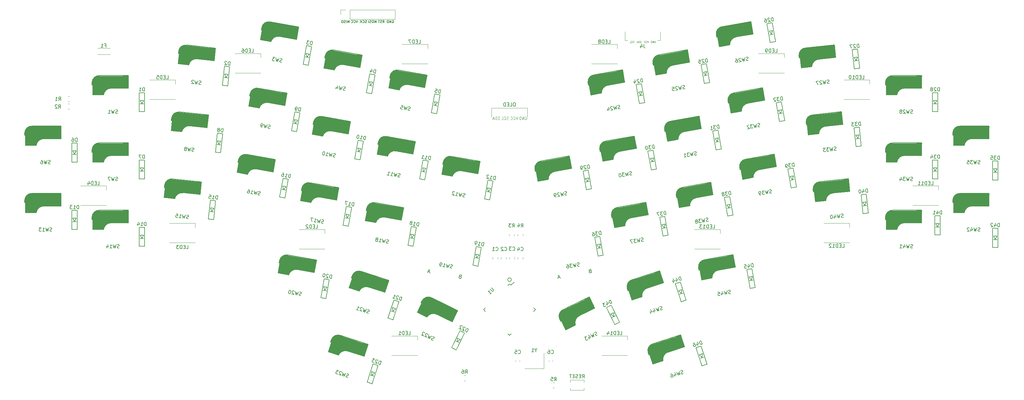
<source format=gbo>
%TF.GenerationSoftware,KiCad,Pcbnew,(5.1.7)-1*%
%TF.CreationDate,2020-11-12T22:52:03+09:00*%
%TF.ProjectId,yacc46,79616363-3436-42e6-9b69-6361645f7063,rev?*%
%TF.SameCoordinates,Original*%
%TF.FileFunction,Legend,Bot*%
%TF.FilePolarity,Positive*%
%FSLAX46Y46*%
G04 Gerber Fmt 4.6, Leading zero omitted, Abs format (unit mm)*
G04 Created by KiCad (PCBNEW (5.1.7)-1) date 2020-11-12 22:52:03*
%MOMM*%
%LPD*%
G01*
G04 APERTURE LIST*
%ADD10C,0.150000*%
%ADD11C,0.120000*%
%ADD12C,0.300000*%
%ADD13C,0.800000*%
%ADD14C,3.000000*%
%ADD15C,0.500000*%
%ADD16C,1.000000*%
%ADD17C,3.500000*%
%ADD18C,0.400000*%
%ADD19C,0.075000*%
G04 APERTURE END LIST*
D10*
X165534962Y-102750000D02*
G75*
G03*
X165534962Y-102750000I-534962J0D01*
G01*
X185582380Y-130572380D02*
X185915714Y-130096190D01*
X186153809Y-130572380D02*
X186153809Y-129572380D01*
X185772857Y-129572380D01*
X185677619Y-129620000D01*
X185630000Y-129667619D01*
X185582380Y-129762857D01*
X185582380Y-129905714D01*
X185630000Y-130000952D01*
X185677619Y-130048571D01*
X185772857Y-130096190D01*
X186153809Y-130096190D01*
X185153809Y-130048571D02*
X184820476Y-130048571D01*
X184677619Y-130572380D02*
X185153809Y-130572380D01*
X185153809Y-129572380D01*
X184677619Y-129572380D01*
X184296666Y-130524761D02*
X184153809Y-130572380D01*
X183915714Y-130572380D01*
X183820476Y-130524761D01*
X183772857Y-130477142D01*
X183725238Y-130381904D01*
X183725238Y-130286666D01*
X183772857Y-130191428D01*
X183820476Y-130143809D01*
X183915714Y-130096190D01*
X184106190Y-130048571D01*
X184201428Y-130000952D01*
X184249047Y-129953333D01*
X184296666Y-129858095D01*
X184296666Y-129762857D01*
X184249047Y-129667619D01*
X184201428Y-129620000D01*
X184106190Y-129572380D01*
X183868095Y-129572380D01*
X183725238Y-129620000D01*
X183296666Y-130048571D02*
X182963333Y-130048571D01*
X182820476Y-130572380D02*
X183296666Y-130572380D01*
X183296666Y-129572380D01*
X182820476Y-129572380D01*
X182534761Y-129572380D02*
X181963333Y-129572380D01*
X182249047Y-130572380D02*
X182249047Y-129572380D01*
D11*
%TO.C,SW47*%
X182180000Y-133400000D02*
X182180000Y-134050000D01*
X186080000Y-131150000D02*
X182180000Y-131150000D01*
X186080000Y-134050000D02*
X186080000Y-133400000D01*
X182180000Y-134050000D02*
X186080000Y-134050000D01*
X182180000Y-131800000D02*
X182180000Y-131150000D01*
X186080000Y-131800000D02*
X186080000Y-131150000D01*
D10*
%TO.C,U1*%
X165406586Y-104328031D02*
X166308148Y-103426470D01*
X157681445Y-111240000D02*
X158158742Y-110762703D01*
X165000000Y-118558555D02*
X165477297Y-118081258D01*
X172318555Y-111240000D02*
X171841258Y-111717297D01*
X165000000Y-103921445D02*
X164522703Y-104398742D01*
X172318555Y-111240000D02*
X171841258Y-110762703D01*
X165000000Y-118558555D02*
X164522703Y-118081258D01*
X157681445Y-111240000D02*
X158158742Y-111717297D01*
X165000000Y-103921445D02*
X165406586Y-104328031D01*
D12*
%TO.C,SW43*%
X179497288Y-114365971D02*
X179212347Y-113781755D01*
D13*
X181020695Y-116348831D02*
X180231627Y-114731002D01*
D14*
X180502033Y-112707692D02*
X181483984Y-114720991D01*
D15*
X188835926Y-110701295D02*
X187645575Y-111226237D01*
D16*
X187360767Y-108361122D02*
X188456695Y-110608107D01*
D17*
X186718380Y-110009558D02*
X180696460Y-112946644D01*
D10*
X189125277Y-110838319D02*
X187547141Y-107602660D01*
X188668930Y-109948292D02*
X187682595Y-107926006D01*
X179451246Y-114499687D02*
X179631005Y-114412013D01*
X178974551Y-112952024D02*
X180925302Y-116951658D01*
X179122468Y-113825592D02*
X179451246Y-114499687D01*
X180925302Y-116951658D02*
X183648648Y-115623393D01*
X184811066Y-112942500D02*
X189125277Y-110838319D01*
X187547141Y-107602660D02*
X180177029Y-111197304D01*
D15*
X181017387Y-116684224D02*
X183219432Y-115610215D01*
D18*
X187499996Y-107848175D02*
X186376504Y-108396139D01*
D10*
X183642545Y-115602482D02*
G75*
G02*
X184811066Y-112942500I2061365J681104D01*
G01*
X179122468Y-113825593D02*
G75*
G02*
X180177029Y-111197304I1841425J786864D01*
G01*
D16*
X183107680Y-115418312D02*
G75*
G02*
X184276200Y-112758331I2061364J681104D01*
G01*
D11*
%TO.C,J2*%
X170080000Y-54160000D02*
X159920000Y-54160000D01*
X159920000Y-54160000D02*
X159920000Y-56700000D01*
X170080000Y-56700000D02*
X170080000Y-54160000D01*
%TO.C,R6*%
X152072936Y-131345000D02*
X152527064Y-131345000D01*
X152072936Y-129875000D02*
X152527064Y-129875000D01*
%TO.C,R3*%
X166365000Y-90357064D02*
X166365000Y-89902936D01*
X164895000Y-90357064D02*
X164895000Y-89902936D01*
%TO.C,C1*%
X160225000Y-96398748D02*
X160225000Y-96921252D01*
X161695000Y-96398748D02*
X161695000Y-96921252D01*
%TO.C,C2*%
X164068333Y-96398748D02*
X164068333Y-96921252D01*
X162598333Y-96398748D02*
X162598333Y-96921252D01*
%TO.C,C3*%
X166441666Y-96921252D02*
X166441666Y-96398748D01*
X164971666Y-96921252D02*
X164971666Y-96398748D01*
%TO.C,C4*%
X167345000Y-96921252D02*
X167345000Y-96398748D01*
X168815000Y-96921252D02*
X168815000Y-96398748D01*
%TO.C,C5*%
X166800000Y-125593733D02*
X166800000Y-125886267D01*
X167820000Y-125593733D02*
X167820000Y-125886267D01*
%TO.C,C6*%
X176130000Y-125886267D02*
X176130000Y-125593733D01*
X177150000Y-125886267D02*
X177150000Y-125593733D01*
D10*
%TO.C,D1*%
X60241499Y-55227500D02*
X60241499Y-49827500D01*
X61741499Y-49827500D02*
X61741499Y-55227500D01*
X61741499Y-55227500D02*
X60241499Y-55227500D01*
X61741499Y-49827500D02*
X60241499Y-49827500D01*
X61491499Y-52027500D02*
X60491499Y-52027500D01*
X60491499Y-52027500D02*
X60991499Y-52927500D01*
X60991499Y-52927500D02*
X61491499Y-52027500D01*
X61491499Y-53027500D02*
X60491499Y-53027500D01*
%TO.C,D2*%
X83794933Y-47716868D02*
X84359386Y-42346450D01*
X85851169Y-42503242D02*
X85286716Y-47873660D01*
X85286716Y-47873660D02*
X83794933Y-47716868D01*
X85851169Y-42503242D02*
X84359386Y-42346450D01*
X85372576Y-44665058D02*
X84378054Y-44560530D01*
X84378054Y-44560530D02*
X84781240Y-45507864D01*
X84781240Y-45507864D02*
X85372576Y-44665058D01*
X85268048Y-45659580D02*
X84273526Y-45555052D01*
%TO.C,D3*%
X108223796Y-39885671D02*
X107238988Y-39712023D01*
X107748757Y-39700366D02*
X108397444Y-38900863D01*
X107412636Y-38727215D02*
X107748757Y-39700366D01*
X108397444Y-38900863D02*
X107412636Y-38727215D01*
X109025672Y-36777698D02*
X107548460Y-36517226D01*
X108087972Y-42095660D02*
X106610760Y-41835188D01*
X109025672Y-36777698D02*
X108087972Y-42095660D01*
X106610760Y-41835188D02*
X107548460Y-36517226D01*
%TO.C,D4*%
X124544348Y-49833333D02*
X125482048Y-44515371D01*
X126959260Y-44775843D02*
X126021560Y-50093805D01*
X126021560Y-50093805D02*
X124544348Y-49833333D01*
X126959260Y-44775843D02*
X125482048Y-44515371D01*
X126331032Y-46899008D02*
X125346224Y-46725360D01*
X125346224Y-46725360D02*
X125682345Y-47698511D01*
X125682345Y-47698511D02*
X126331032Y-46899008D01*
X126157384Y-47883816D02*
X125172576Y-47710168D01*
%TO.C,D5*%
X144504472Y-53536887D02*
X143519664Y-53363239D01*
X144029433Y-53351582D02*
X144678120Y-52552079D01*
X143693312Y-52378431D02*
X144029433Y-53351582D01*
X144678120Y-52552079D02*
X143693312Y-52378431D01*
X145306348Y-50428914D02*
X143829136Y-50168442D01*
X144368648Y-55746876D02*
X142891436Y-55486404D01*
X145306348Y-50428914D02*
X144368648Y-55746876D01*
X142891436Y-55486404D02*
X143829136Y-50168442D01*
%TO.C,D6*%
X41191500Y-69515000D02*
X41191500Y-64115000D01*
X42691500Y-64115000D02*
X42691500Y-69515000D01*
X42691500Y-69515000D02*
X41191500Y-69515000D01*
X42691500Y-64115000D02*
X41191500Y-64115000D01*
X42441500Y-66315000D02*
X41441500Y-66315000D01*
X41441500Y-66315000D02*
X41941500Y-67215000D01*
X41941500Y-67215000D02*
X42441500Y-66315000D01*
X42441500Y-67315000D02*
X41441500Y-67315000D01*
%TO.C,D7*%
X60241499Y-74277500D02*
X60241499Y-68877500D01*
X61741499Y-68877500D02*
X61741499Y-74277500D01*
X61741499Y-74277500D02*
X60241499Y-74277500D01*
X61741499Y-68877500D02*
X60241499Y-68877500D01*
X61491499Y-71077500D02*
X60491499Y-71077500D01*
X60491499Y-71077500D02*
X60991499Y-71977500D01*
X60991499Y-71977500D02*
X61491499Y-71077500D01*
X61491499Y-72077500D02*
X60491499Y-72077500D01*
%TO.C,D8*%
X83276780Y-64605222D02*
X82282258Y-64500694D01*
X82789972Y-64453506D02*
X83381308Y-63610700D01*
X82386786Y-63506172D02*
X82789972Y-64453506D01*
X83381308Y-63610700D02*
X82386786Y-63506172D01*
X83859901Y-61448884D02*
X82368118Y-61292092D01*
X83295448Y-66819302D02*
X81803665Y-66662510D01*
X83859901Y-61448884D02*
X83295448Y-66819302D01*
X81803665Y-66662510D02*
X82368118Y-61292092D01*
%TO.C,D9*%
X104915798Y-58646259D02*
X103930990Y-58472611D01*
X104440759Y-58460954D02*
X105089446Y-57661451D01*
X104104638Y-57487803D02*
X104440759Y-58460954D01*
X105089446Y-57661451D02*
X104104638Y-57487803D01*
X105717674Y-55538286D02*
X104240462Y-55277814D01*
X104779974Y-60856248D02*
X103302762Y-60595776D01*
X105717674Y-55538286D02*
X104779974Y-60856248D01*
X103302762Y-60595776D02*
X104240462Y-55277814D01*
%TO.C,D10*%
X121236350Y-68593921D02*
X122174050Y-63275959D01*
X123651262Y-63536431D02*
X122713562Y-68854393D01*
X122713562Y-68854393D02*
X121236350Y-68593921D01*
X123651262Y-63536431D02*
X122174050Y-63275959D01*
X123023034Y-65659596D02*
X122038226Y-65485948D01*
X122038226Y-65485948D02*
X122374347Y-66459099D01*
X122374347Y-66459099D02*
X123023034Y-65659596D01*
X122849386Y-66644404D02*
X121864578Y-66470756D01*
%TO.C,D11*%
X141196474Y-72297475D02*
X140211666Y-72123827D01*
X140721435Y-72112170D02*
X141370122Y-71312667D01*
X140385314Y-71139019D02*
X140721435Y-72112170D01*
X141370122Y-71312667D02*
X140385314Y-71139019D01*
X141998350Y-69189502D02*
X140521138Y-68929030D01*
X141060650Y-74507464D02*
X139583438Y-74246992D01*
X141998350Y-69189502D02*
X141060650Y-74507464D01*
X139583438Y-74246992D02*
X140521138Y-68929030D01*
%TO.C,D12*%
X159543562Y-77950546D02*
X158558754Y-77776898D01*
X159068523Y-77765241D02*
X159717210Y-76965738D01*
X158732402Y-76792090D02*
X159068523Y-77765241D01*
X159717210Y-76965738D02*
X158732402Y-76792090D01*
X160345438Y-74842573D02*
X158868226Y-74582101D01*
X159407738Y-80160535D02*
X157930526Y-79900063D01*
X160345438Y-74842573D02*
X159407738Y-80160535D01*
X157930526Y-79900063D02*
X158868226Y-74582101D01*
%TO.C,D13*%
X42441500Y-86365000D02*
X41441500Y-86365000D01*
X41941500Y-86265000D02*
X42441500Y-85365000D01*
X41441500Y-85365000D02*
X41941500Y-86265000D01*
X42441500Y-85365000D02*
X41441500Y-85365000D01*
X42691500Y-83165000D02*
X41191500Y-83165000D01*
X42691500Y-88565000D02*
X41191500Y-88565000D01*
X42691500Y-83165000D02*
X42691500Y-88565000D01*
X41191500Y-88565000D02*
X41191500Y-83165000D01*
%TO.C,D14*%
X60241499Y-93327500D02*
X60241499Y-87927500D01*
X61741499Y-87927500D02*
X61741499Y-93327500D01*
X61741499Y-93327500D02*
X60241499Y-93327500D01*
X61741499Y-87927500D02*
X60241499Y-87927500D01*
X61491499Y-90127500D02*
X60491499Y-90127500D01*
X60491499Y-90127500D02*
X60991499Y-91027500D01*
X60991499Y-91027500D02*
X61491499Y-90127500D01*
X61491499Y-91127500D02*
X60491499Y-91127500D01*
%TO.C,D15*%
X81285513Y-83550864D02*
X80290991Y-83446336D01*
X80798705Y-83399148D02*
X81390041Y-82556342D01*
X80395519Y-82451814D02*
X80798705Y-83399148D01*
X81390041Y-82556342D02*
X80395519Y-82451814D01*
X81868634Y-80394526D02*
X80376851Y-80237734D01*
X81304181Y-85764944D02*
X79812398Y-85608152D01*
X81868634Y-80394526D02*
X81304181Y-85764944D01*
X79812398Y-85608152D02*
X80376851Y-80237734D01*
%TO.C,D16*%
X99994764Y-79356364D02*
X100932464Y-74038402D01*
X102409676Y-74298874D02*
X101471976Y-79616836D01*
X101471976Y-79616836D02*
X99994764Y-79356364D01*
X102409676Y-74298874D02*
X100932464Y-74038402D01*
X101781448Y-76422039D02*
X100796640Y-76248391D01*
X100796640Y-76248391D02*
X101132761Y-77221542D01*
X101132761Y-77221542D02*
X101781448Y-76422039D01*
X101607800Y-77406847D02*
X100622992Y-77233199D01*
%TO.C,D17*%
X119541388Y-85404991D02*
X118556580Y-85231343D01*
X119066349Y-85219686D02*
X119715036Y-84420183D01*
X118730228Y-84246535D02*
X119066349Y-85219686D01*
X119715036Y-84420183D02*
X118730228Y-84246535D01*
X120343264Y-82297018D02*
X118866052Y-82036546D01*
X119405564Y-87614980D02*
X117928352Y-87354508D01*
X120343264Y-82297018D02*
X119405564Y-87614980D01*
X117928352Y-87354508D02*
X118866052Y-82036546D01*
%TO.C,D18*%
X136275440Y-93007580D02*
X137213140Y-87689618D01*
X138690352Y-87950090D02*
X137752652Y-93268052D01*
X137752652Y-93268052D02*
X136275440Y-93007580D01*
X138690352Y-87950090D02*
X137213140Y-87689618D01*
X138062124Y-90073255D02*
X137077316Y-89899607D01*
X137077316Y-89899607D02*
X137413437Y-90872758D01*
X137413437Y-90872758D02*
X138062124Y-90073255D01*
X137888476Y-91058063D02*
X136903668Y-90884415D01*
%TO.C,D19*%
X156235564Y-96711134D02*
X155250756Y-96537486D01*
X155760525Y-96525829D02*
X156409212Y-95726326D01*
X155424404Y-95552678D02*
X155760525Y-96525829D01*
X156409212Y-95726326D02*
X155424404Y-95552678D01*
X157037440Y-93603161D02*
X155560228Y-93342689D01*
X156099740Y-98921123D02*
X154622528Y-98660651D01*
X157037440Y-93603161D02*
X156099740Y-98921123D01*
X154622528Y-98660651D02*
X155560228Y-93342689D01*
%TO.C,D20*%
X113241115Y-105867692D02*
X112256307Y-105694044D01*
X112766076Y-105682387D02*
X113414763Y-104882884D01*
X112429955Y-104709236D02*
X112766076Y-105682387D01*
X113414763Y-104882884D02*
X112429955Y-104709236D01*
X114042991Y-102759719D02*
X112565779Y-102499247D01*
X113105291Y-108077681D02*
X111628079Y-107817209D01*
X114042991Y-102759719D02*
X113105291Y-108077681D01*
X111628079Y-107817209D02*
X112565779Y-102499247D01*
%TO.C,D21*%
X130610980Y-113620146D02*
X132279671Y-108484441D01*
X133706256Y-108947966D02*
X132037565Y-114083671D01*
X132037565Y-114083671D02*
X130610980Y-113620146D01*
X133706256Y-108947966D02*
X132279671Y-108484441D01*
X132788655Y-110963036D02*
X131837598Y-110654019D01*
X131837598Y-110654019D02*
X132035011Y-111664479D01*
X132035011Y-111664479D02*
X132788655Y-110963036D01*
X132479638Y-111914093D02*
X131528581Y-111605076D01*
%TO.C,D22*%
X150689436Y-120579135D02*
X149790642Y-120140763D01*
X150283877Y-120270070D02*
X151127808Y-119680341D01*
X150229014Y-119241969D02*
X150283877Y-120270070D01*
X151127808Y-119680341D02*
X150229014Y-119241969D01*
X152316923Y-117812586D02*
X150968732Y-117155030D01*
X149949718Y-122666074D02*
X148601527Y-122008518D01*
X152316923Y-117812586D02*
X149949718Y-122666074D01*
X148601527Y-122008518D02*
X150968732Y-117155030D01*
%TO.C,D23*%
X124724206Y-131737772D02*
X126392897Y-126602067D01*
X127819482Y-127065592D02*
X126150791Y-132201297D01*
X126150791Y-132201297D02*
X124724206Y-131737772D01*
X127819482Y-127065592D02*
X126392897Y-126602067D01*
X126901881Y-129080662D02*
X125950824Y-128771645D01*
X125950824Y-128771645D02*
X126148237Y-129782105D01*
X126148237Y-129782105D02*
X126901881Y-129080662D01*
X126592864Y-130031719D02*
X125641807Y-129722702D01*
%TO.C,D24*%
X202614440Y-50518361D02*
X201629632Y-50692009D01*
X202104671Y-50506704D02*
X202440792Y-49533553D01*
X201455984Y-49707201D02*
X202104671Y-50506704D01*
X202440792Y-49533553D02*
X201455984Y-49707201D01*
X202304968Y-47323564D02*
X200827756Y-47584036D01*
X203242668Y-52641526D02*
X201765456Y-52901998D01*
X202304968Y-47323564D02*
X203242668Y-52641526D01*
X201765456Y-52901998D02*
X200827756Y-47584036D01*
%TO.C,D25*%
X220112544Y-47248927D02*
X219174844Y-41930965D01*
X220652056Y-41670493D02*
X221589756Y-46988455D01*
X221589756Y-46988455D02*
X220112544Y-47248927D01*
X220652056Y-41670493D02*
X219174844Y-41930965D01*
X220787880Y-43880482D02*
X219803072Y-44054130D01*
X219803072Y-44054130D02*
X220451759Y-44853633D01*
X220451759Y-44853633D02*
X220787880Y-43880482D01*
X220961528Y-44865290D02*
X219976720Y-45038938D01*
%TO.C,D26*%
X239589228Y-33235580D02*
X238604420Y-33409228D01*
X239079459Y-33223923D02*
X239415580Y-32250772D01*
X238430772Y-32424420D02*
X239079459Y-33223923D01*
X239415580Y-32250772D02*
X238430772Y-32424420D01*
X239279756Y-30040783D02*
X237802544Y-30301255D01*
X240217456Y-35358745D02*
X238740244Y-35619217D01*
X239279756Y-30040783D02*
X240217456Y-35358745D01*
X238740244Y-35619217D02*
X237802544Y-30301255D01*
%TO.C,D27*%
X262526335Y-43053605D02*
X261961882Y-37683187D01*
X263453665Y-37526395D02*
X264018118Y-42896813D01*
X264018118Y-42896813D02*
X262526335Y-43053605D01*
X263453665Y-37526395D02*
X261961882Y-37683187D01*
X263434997Y-39740475D02*
X262440475Y-39845003D01*
X262440475Y-39845003D02*
X263031811Y-40687809D01*
X263031811Y-40687809D02*
X263434997Y-39740475D01*
X263539525Y-40734997D02*
X262545003Y-40839525D01*
%TO.C,D28*%
X285891500Y-53027500D02*
X284891500Y-53027500D01*
X285391500Y-52927500D02*
X285891500Y-52027500D01*
X284891500Y-52027500D02*
X285391500Y-52927500D01*
X285891500Y-52027500D02*
X284891500Y-52027500D01*
X286141500Y-49827500D02*
X284641500Y-49827500D01*
X286141500Y-55227500D02*
X284641500Y-55227500D01*
X286141500Y-49827500D02*
X286141500Y-55227500D01*
X284641500Y-55227500D02*
X284641500Y-49827500D01*
%TO.C,D29*%
X186726366Y-77315657D02*
X185788666Y-71997695D01*
X187265878Y-71737223D02*
X188203578Y-77055185D01*
X188203578Y-77055185D02*
X186726366Y-77315657D01*
X187265878Y-71737223D02*
X185788666Y-71997695D01*
X187401702Y-73947212D02*
X186416894Y-74120860D01*
X186416894Y-74120860D02*
X187065581Y-74920363D01*
X187065581Y-74920363D02*
X187401702Y-73947212D01*
X187575350Y-74932020D02*
X186590542Y-75105668D01*
%TO.C,D30*%
X205922438Y-69278949D02*
X204937630Y-69452597D01*
X205412669Y-69267292D02*
X205748790Y-68294141D01*
X204763982Y-68467789D02*
X205412669Y-69267292D01*
X205748790Y-68294141D02*
X204763982Y-68467789D01*
X205612966Y-66084152D02*
X204135754Y-66344624D01*
X206550666Y-71402114D02*
X205073454Y-71662586D01*
X205612966Y-66084152D02*
X206550666Y-71402114D01*
X205073454Y-71662586D02*
X204135754Y-66344624D01*
%TO.C,D31*%
X223420542Y-66009515D02*
X222482842Y-60691553D01*
X223960054Y-60431081D02*
X224897754Y-65749043D01*
X224897754Y-65749043D02*
X223420542Y-66009515D01*
X223960054Y-60431081D02*
X222482842Y-60691553D01*
X224095878Y-62641070D02*
X223111070Y-62814718D01*
X223111070Y-62814718D02*
X223759757Y-63614221D01*
X223759757Y-63614221D02*
X224095878Y-62641070D01*
X224269526Y-63625878D02*
X223284718Y-63799526D01*
%TO.C,D32*%
X242203114Y-55627733D02*
X241218306Y-55801381D01*
X241693345Y-55616076D02*
X242029466Y-54642925D01*
X241044658Y-54816573D02*
X241693345Y-55616076D01*
X242029466Y-54642925D02*
X241044658Y-54816573D01*
X241893642Y-52432936D02*
X240416430Y-52693408D01*
X242831342Y-57750898D02*
X241354130Y-58011370D01*
X241893642Y-52432936D02*
X242831342Y-57750898D01*
X241354130Y-58011370D02*
X240416430Y-52693408D01*
%TO.C,D33*%
X262997803Y-65106812D02*
X262433350Y-59736394D01*
X263925133Y-59579602D02*
X264489586Y-64950020D01*
X264489586Y-64950020D02*
X262997803Y-65106812D01*
X263925133Y-59579602D02*
X262433350Y-59736394D01*
X263906465Y-61793682D02*
X262911943Y-61898210D01*
X262911943Y-61898210D02*
X263503279Y-62741016D01*
X263503279Y-62741016D02*
X263906465Y-61793682D01*
X264010993Y-62788204D02*
X263016471Y-62892732D01*
%TO.C,D34*%
X285891500Y-72077500D02*
X284891500Y-72077500D01*
X285391500Y-71977500D02*
X285891500Y-71077500D01*
X284891500Y-71077500D02*
X285391500Y-71977500D01*
X285891500Y-71077500D02*
X284891500Y-71077500D01*
X286141500Y-68877500D02*
X284641500Y-68877500D01*
X286141500Y-74277500D02*
X284641500Y-74277500D01*
X286141500Y-68877500D02*
X286141500Y-74277500D01*
X284641500Y-74277500D02*
X284641500Y-68877500D01*
%TO.C,D35*%
X302871500Y-72395000D02*
X301871500Y-72395000D01*
X302371500Y-72295000D02*
X302871500Y-71395000D01*
X301871500Y-71395000D02*
X302371500Y-72295000D01*
X302871500Y-71395000D02*
X301871500Y-71395000D01*
X303121500Y-69195000D02*
X301621500Y-69195000D01*
X303121500Y-74595000D02*
X301621500Y-74595000D01*
X303121500Y-69195000D02*
X303121500Y-74595000D01*
X301621500Y-74595000D02*
X301621500Y-69195000D01*
%TO.C,D36*%
X190883348Y-93692608D02*
X189898540Y-93866256D01*
X190373579Y-93680951D02*
X190709700Y-92707800D01*
X189724892Y-92881448D02*
X190373579Y-93680951D01*
X190709700Y-92707800D02*
X189724892Y-92881448D01*
X190573876Y-90497811D02*
X189096664Y-90758283D01*
X191511576Y-95815773D02*
X190034364Y-96076245D01*
X190573876Y-90497811D02*
X191511576Y-95815773D01*
X190034364Y-96076245D02*
X189096664Y-90758283D01*
%TO.C,D37*%
X208381452Y-90423174D02*
X207443752Y-85105212D01*
X208920964Y-84844740D02*
X209858664Y-90162702D01*
X209858664Y-90162702D02*
X208381452Y-90423174D01*
X208920964Y-84844740D02*
X207443752Y-85105212D01*
X209056788Y-87054729D02*
X208071980Y-87228377D01*
X208071980Y-87228377D02*
X208720667Y-88027880D01*
X208720667Y-88027880D02*
X209056788Y-87054729D01*
X209230436Y-88039537D02*
X208245628Y-88213185D01*
%TO.C,D38*%
X227577524Y-82386465D02*
X226592716Y-82560113D01*
X227067755Y-82374808D02*
X227403876Y-81401657D01*
X226419068Y-81575305D02*
X227067755Y-82374808D01*
X227403876Y-81401657D02*
X226419068Y-81575305D01*
X227268052Y-79191668D02*
X225790840Y-79452140D01*
X228205752Y-84509630D02*
X226728540Y-84770102D01*
X227268052Y-79191668D02*
X228205752Y-84509630D01*
X226728540Y-84770102D02*
X225790840Y-79452140D01*
%TO.C,D39*%
X244662128Y-76771958D02*
X243724428Y-71453996D01*
X245201640Y-71193524D02*
X246139340Y-76511486D01*
X246139340Y-76511486D02*
X244662128Y-76771958D01*
X245201640Y-71193524D02*
X243724428Y-71453996D01*
X245337464Y-73403513D02*
X244352656Y-73577161D01*
X244352656Y-73577161D02*
X245001343Y-74376664D01*
X245001343Y-74376664D02*
X245337464Y-73403513D01*
X245511112Y-74388321D02*
X244526304Y-74561969D01*
%TO.C,D40*%
X266002260Y-81733846D02*
X265007738Y-81838374D01*
X265494546Y-81686658D02*
X265897732Y-80739324D01*
X264903210Y-80843852D02*
X265494546Y-81686658D01*
X265897732Y-80739324D02*
X264903210Y-80843852D01*
X265916400Y-78525244D02*
X264424617Y-78682036D01*
X266480853Y-83895662D02*
X264989070Y-84052454D01*
X265916400Y-78525244D02*
X266480853Y-83895662D01*
X264989070Y-84052454D02*
X264424617Y-78682036D01*
%TO.C,D41*%
X285310000Y-90080000D02*
X285310000Y-84680000D01*
X286810000Y-84680000D02*
X286810000Y-90080000D01*
X286810000Y-90080000D02*
X285310000Y-90080000D01*
X286810000Y-84680000D02*
X285310000Y-84680000D01*
X286560000Y-86880000D02*
X285560000Y-86880000D01*
X285560000Y-86880000D02*
X286060000Y-87780000D01*
X286060000Y-87780000D02*
X286560000Y-86880000D01*
X286560000Y-87880000D02*
X285560000Y-87880000D01*
%TO.C,D42*%
X301621500Y-93645000D02*
X301621500Y-88245000D01*
X303121500Y-88245000D02*
X303121500Y-93645000D01*
X303121500Y-93645000D02*
X301621500Y-93645000D01*
X303121500Y-88245000D02*
X301621500Y-88245000D01*
X302871500Y-90445000D02*
X301871500Y-90445000D01*
X301871500Y-90445000D02*
X302371500Y-91345000D01*
X302371500Y-91345000D02*
X302871500Y-90445000D01*
X302871500Y-91445000D02*
X301871500Y-91445000D01*
%TO.C,D43*%
X194775223Y-115484240D02*
X192408018Y-110630752D01*
X193756209Y-109973196D02*
X196123414Y-114826684D01*
X196123414Y-114826684D02*
X194775223Y-115484240D01*
X193756209Y-109973196D02*
X192408018Y-110630752D01*
X194495927Y-112060135D02*
X193597133Y-112498507D01*
X193597133Y-112498507D02*
X194441064Y-113088236D01*
X194441064Y-113088236D02*
X194495927Y-112060135D01*
X194934299Y-112958929D02*
X194035505Y-113397301D01*
%TO.C,D44*%
X213543593Y-109021045D02*
X211874902Y-103885340D01*
X213301487Y-103421815D02*
X214970178Y-108557520D01*
X214970178Y-108557520D02*
X213543593Y-109021045D01*
X213301487Y-103421815D02*
X211874902Y-103885340D01*
X213743560Y-105591393D02*
X212792503Y-105900410D01*
X212792503Y-105900410D02*
X213546147Y-106601853D01*
X213546147Y-106601853D02*
X213743560Y-105591393D01*
X214052577Y-106542450D02*
X213101520Y-106851467D01*
%TO.C,D45*%
X233877797Y-102849166D02*
X232892989Y-103022814D01*
X233368028Y-102837509D02*
X233704149Y-101864358D01*
X232719341Y-102038006D02*
X233368028Y-102837509D01*
X233704149Y-101864358D02*
X232719341Y-102038006D01*
X233568325Y-99654369D02*
X232091113Y-99914841D01*
X234506025Y-104972331D02*
X233028813Y-105232803D01*
X233568325Y-99654369D02*
X234506025Y-104972331D01*
X233028813Y-105232803D02*
X232091113Y-99914841D01*
%TO.C,D46*%
X219430367Y-127138671D02*
X217761676Y-122002966D01*
X219188261Y-121539441D02*
X220856952Y-126675146D01*
X220856952Y-126675146D02*
X219430367Y-127138671D01*
X219188261Y-121539441D02*
X217761676Y-122002966D01*
X219630334Y-123709019D02*
X218679277Y-124018036D01*
X218679277Y-124018036D02*
X219432921Y-124719479D01*
X219432921Y-124719479D02*
X219630334Y-123709019D01*
X219939351Y-124660076D02*
X218988294Y-124969093D01*
D11*
%TO.C,F1*%
X48550000Y-39030000D02*
X51950000Y-39030000D01*
X51950000Y-37230000D02*
X48550000Y-37230000D01*
X48550000Y-37230000D02*
X48550000Y-37330000D01*
X48550000Y-39030000D02*
X48550000Y-38930000D01*
X51950000Y-37230000D02*
X51950000Y-37330000D01*
X51950000Y-39030000D02*
X51950000Y-38930000D01*
%TO.C,J3*%
X132620000Y-26380000D02*
X132620000Y-29040000D01*
X132620000Y-29040000D02*
X119860000Y-29040000D01*
X119860000Y-29040000D02*
X119860000Y-26380000D01*
X119860000Y-26380000D02*
X132620000Y-26380000D01*
X118590000Y-26380000D02*
X117260000Y-26380000D01*
X117260000Y-26380000D02*
X117260000Y-27710000D01*
%TO.C,J4*%
X197640000Y-35070000D02*
X197640000Y-32570000D01*
X206840000Y-35070000D02*
X207640000Y-35070000D01*
X207640000Y-35070000D02*
X207640000Y-32570000D01*
X197640000Y-35070000D02*
X198440000Y-35070000D01*
%TO.C,LED1*%
X138960000Y-118660000D02*
X131660000Y-118660000D01*
X138960000Y-119810000D02*
X138960000Y-118660000D01*
X138960000Y-124160000D02*
X131660000Y-124160000D01*
%TO.C,LED2*%
X112720000Y-94010000D02*
X105420000Y-94010000D01*
X112720000Y-89660000D02*
X112720000Y-88510000D01*
X112720000Y-88510000D02*
X105420000Y-88510000D01*
%TO.C,LED3*%
X76120000Y-86790000D02*
X68820000Y-86790000D01*
X76120000Y-87940000D02*
X76120000Y-86790000D01*
X76120000Y-92290000D02*
X68820000Y-92290000D01*
%TO.C,LED4*%
X50970000Y-81700000D02*
X43670000Y-81700000D01*
X50970000Y-77350000D02*
X50970000Y-76200000D01*
X50970000Y-76200000D02*
X43670000Y-76200000D01*
%TO.C,LED5*%
X70480000Y-46220000D02*
X63180000Y-46220000D01*
X70480000Y-47370000D02*
X70480000Y-46220000D01*
X70480000Y-51720000D02*
X63180000Y-51720000D01*
%TO.C,LED6*%
X94600000Y-44240000D02*
X87300000Y-44240000D01*
X94600000Y-39890000D02*
X94600000Y-38740000D01*
X94600000Y-38740000D02*
X87300000Y-38740000D01*
%TO.C,LED7*%
X141830000Y-41650000D02*
X134530000Y-41650000D01*
X141830000Y-37300000D02*
X141830000Y-36150000D01*
X141830000Y-36150000D02*
X134530000Y-36150000D01*
%TO.C,LED8*%
X195470000Y-36150000D02*
X188170000Y-36150000D01*
X195470000Y-37300000D02*
X195470000Y-36150000D01*
X195470000Y-41650000D02*
X188170000Y-41650000D01*
%TO.C,LED9*%
X242700000Y-38740000D02*
X235400000Y-38740000D01*
X242700000Y-39890000D02*
X242700000Y-38740000D01*
X242700000Y-44240000D02*
X235400000Y-44240000D01*
%TO.C,LED10*%
X266820000Y-51720000D02*
X259520000Y-51720000D01*
X266820000Y-47370000D02*
X266820000Y-46220000D01*
X266820000Y-46220000D02*
X259520000Y-46220000D01*
%TO.C,LED11*%
X286330000Y-76200000D02*
X279030000Y-76200000D01*
X286330000Y-77350000D02*
X286330000Y-76200000D01*
X286330000Y-81700000D02*
X279030000Y-81700000D01*
%TO.C,LED12*%
X261179999Y-92290000D02*
X253879999Y-92290000D01*
X261179999Y-87940000D02*
X261179999Y-86790000D01*
X261179999Y-86790000D02*
X253879999Y-86790000D01*
%TO.C,LED13*%
X224580000Y-88510000D02*
X217280000Y-88510000D01*
X224580000Y-89660000D02*
X224580000Y-88510000D01*
X224580000Y-94010000D02*
X217280000Y-94010000D01*
%TO.C,LED14*%
X198340000Y-124160000D02*
X191040000Y-124160000D01*
X198340000Y-119810000D02*
X198340000Y-118660000D01*
X198340000Y-118660000D02*
X191040000Y-118660000D01*
%TO.C,R1*%
X40527064Y-52325000D02*
X40072936Y-52325000D01*
X40527064Y-50855000D02*
X40072936Y-50855000D01*
%TO.C,R2*%
X40062936Y-54455000D02*
X40517064Y-54455000D01*
X40062936Y-52985000D02*
X40517064Y-52985000D01*
%TO.C,R4*%
X168825000Y-89902936D02*
X168825000Y-90357064D01*
X167355000Y-89902936D02*
X167355000Y-90357064D01*
%TO.C,R5*%
X177262936Y-131865000D02*
X177717064Y-131865000D01*
X177262936Y-133335000D02*
X177717064Y-133335000D01*
D12*
%TO.C,SW1*%
X47000000Y-47525000D02*
X47000000Y-46875000D01*
D13*
X47500000Y-49975000D02*
X47500000Y-48175001D01*
D14*
X48630000Y-46475000D02*
X48630000Y-48715000D01*
D15*
X57000000Y-48325000D02*
X55700000Y-48275000D01*
D16*
X56700000Y-45575000D02*
X56700000Y-48075000D01*
D17*
X55400000Y-46775000D02*
X48700000Y-46775000D01*
D10*
X57200000Y-48575000D02*
X57200000Y-44975000D01*
X57180000Y-47575000D02*
X57180000Y-45325000D01*
X46900000Y-47625000D02*
X47100000Y-47625000D01*
X47150000Y-46025000D02*
X47150000Y-50475000D01*
X46900000Y-46875000D02*
X46900000Y-47625000D01*
X47150000Y-50475000D02*
X50180000Y-50475000D01*
X52400000Y-48575000D02*
X57200000Y-48575000D01*
X57200000Y-44975000D02*
X48999999Y-44975000D01*
D15*
X47350000Y-50275000D02*
X49800000Y-50275000D01*
D18*
X57050000Y-45175000D02*
X55800000Y-45175000D01*
D10*
X50183682Y-50453529D02*
G75*
G02*
X52400000Y-48575000I2151318J-291471D01*
G01*
X46900000Y-46875001D02*
G75*
G02*
X48999999Y-44975000I2000000J-99999D01*
G01*
D16*
X49783682Y-50053529D02*
G75*
G02*
X52000000Y-48175000I2151318J-291471D01*
G01*
D18*
%TO.C,SW2*%
X81671689Y-37385834D02*
X80428537Y-37255173D01*
D15*
X71491732Y-41443969D02*
X73928310Y-41700064D01*
D10*
X81841773Y-37202609D02*
X73686693Y-36345475D01*
X76691766Y-40281151D02*
X81465471Y-40782888D01*
X71271922Y-41621968D02*
X74285323Y-41938689D01*
X71399594Y-38015557D02*
X71321197Y-38761449D01*
X71737073Y-37196346D02*
X71271922Y-41621968D01*
X71321197Y-38761449D02*
X71520102Y-38782354D01*
X81550109Y-39786275D02*
X81785298Y-37548601D01*
X81465471Y-40782888D02*
X81841773Y-37202609D01*
D17*
X79863483Y-38804597D02*
X73200186Y-38104256D01*
D16*
X81281795Y-37747058D02*
X81020474Y-40233362D01*
D15*
X81292698Y-40513351D02*
X80005046Y-40327738D01*
D14*
X73161928Y-37798583D02*
X72927784Y-40026312D01*
D13*
X71672268Y-41161292D02*
X71860420Y-39371154D01*
D12*
X71431102Y-38672449D02*
X71499046Y-38026010D01*
D16*
X73935232Y-41478102D02*
G75*
G02*
X76335768Y-39841531I2109066J-514747D01*
G01*
D10*
X71399594Y-38015558D02*
G75*
G02*
X73686693Y-36345475I1978591J-308508D01*
G01*
X74291229Y-41917721D02*
G75*
G02*
X76691766Y-40281151I2109066J-514748D01*
G01*
D18*
%TO.C,SW3*%
X105213345Y-31381210D02*
X103982336Y-31164150D01*
D15*
X94775104Y-34719342D02*
X97187883Y-35144780D01*
D10*
X105395796Y-31210296D02*
X97320372Y-29786381D01*
X100043585Y-33922092D02*
X104770663Y-34755604D01*
X94543413Y-34881574D02*
X97527381Y-35407728D01*
X94922345Y-31292854D02*
X94792109Y-32031460D01*
X95316148Y-30499180D02*
X94543413Y-34881574D01*
X94792109Y-32031460D02*
X94989070Y-32066190D01*
X104924615Y-33767323D02*
X105315323Y-31551506D01*
X104770663Y-34755604D02*
X105395796Y-31210296D01*
D17*
X103310575Y-32670383D02*
X96712363Y-31506940D01*
D16*
X104799203Y-31714356D02*
X104365083Y-34176376D01*
D15*
X104617113Y-34474672D02*
X103345545Y-34199689D01*
D14*
X96695521Y-31199343D02*
X96306549Y-33405312D01*
D13*
X94974920Y-34449947D02*
X95287487Y-32677294D01*
D12*
X94907954Y-31950344D02*
X95020825Y-31310219D01*
D16*
X97210271Y-34923841D02*
G75*
G02*
X99719122Y-33458710I2068022J-660615D01*
G01*
D10*
X94922345Y-31292854D02*
G75*
G02*
X97320372Y-29786381I1952250J-445777D01*
G01*
X97534734Y-35387223D02*
G75*
G02*
X100043585Y-33922092I2068022J-660615D01*
G01*
D12*
%TO.C,SW4*%
X112841542Y-39948489D02*
X112954413Y-39308364D01*
D13*
X112908508Y-42448092D02*
X113221075Y-40675439D01*
D14*
X114629109Y-39197488D02*
X114240137Y-41403457D01*
D15*
X122550701Y-42472817D02*
X121279133Y-42197834D01*
D16*
X122732791Y-39712501D02*
X122298671Y-42174521D01*
D17*
X121244163Y-40668528D02*
X114645951Y-39505085D01*
D10*
X122704251Y-42753749D02*
X123329384Y-39208441D01*
X122858203Y-41765468D02*
X123248911Y-39549651D01*
X112725697Y-40029605D02*
X112922658Y-40064335D01*
X113249736Y-38497325D02*
X112477001Y-42879719D01*
X112855933Y-39290999D02*
X112725697Y-40029605D01*
X112477001Y-42879719D02*
X115460969Y-43405873D01*
X117977173Y-41920237D02*
X122704251Y-42753749D01*
X123329384Y-39208441D02*
X115253960Y-37784526D01*
D15*
X112708692Y-42717487D02*
X115121471Y-43142925D01*
D18*
X123146933Y-39379355D02*
X121915924Y-39162295D01*
D10*
X115468322Y-43385368D02*
G75*
G02*
X117977173Y-41920237I2068022J-660615D01*
G01*
X112855933Y-39290999D02*
G75*
G02*
X115253960Y-37784526I1952250J-445777D01*
G01*
D16*
X115143859Y-42921986D02*
G75*
G02*
X117652710Y-41456855I2068022J-660615D01*
G01*
D18*
%TO.C,SW5*%
X141494021Y-45032426D02*
X140263012Y-44815366D01*
D15*
X131055780Y-48370558D02*
X133468559Y-48795996D01*
D10*
X141676472Y-44861512D02*
X133601048Y-43437597D01*
X136324261Y-47573308D02*
X141051339Y-48406820D01*
X130824089Y-48532790D02*
X133808057Y-49058944D01*
X131203021Y-44944070D02*
X131072785Y-45682676D01*
X131596824Y-44150396D02*
X130824089Y-48532790D01*
X131072785Y-45682676D02*
X131269746Y-45717406D01*
X141205291Y-47418539D02*
X141595999Y-45202722D01*
X141051339Y-48406820D02*
X141676472Y-44861512D01*
D17*
X139591251Y-46321599D02*
X132993039Y-45158156D01*
D16*
X141079879Y-45365572D02*
X140645759Y-47827592D01*
D15*
X140897789Y-48125888D02*
X139626221Y-47850905D01*
D14*
X132976197Y-44850559D02*
X132587225Y-47056528D01*
D13*
X131255596Y-48101163D02*
X131568163Y-46328510D01*
D12*
X131188630Y-45601560D02*
X131301501Y-44961435D01*
D16*
X133490947Y-48575057D02*
G75*
G02*
X135999798Y-47109926I2068022J-660615D01*
G01*
D10*
X131203021Y-44944070D02*
G75*
G02*
X133601048Y-43437597I1952250J-445777D01*
G01*
X133815410Y-49038439D02*
G75*
G02*
X136324261Y-47573308I2068022J-660615D01*
G01*
D12*
%TO.C,SW6*%
X27950000Y-61812500D02*
X27950000Y-61162500D01*
D13*
X28450000Y-64262500D02*
X28450000Y-62462501D01*
D14*
X29580000Y-60762500D02*
X29580000Y-63002500D01*
D15*
X37950000Y-62612500D02*
X36650000Y-62562500D01*
D16*
X37650000Y-59862500D02*
X37650000Y-62362500D01*
D17*
X36350000Y-61062500D02*
X29650000Y-61062500D01*
D10*
X38150000Y-62862500D02*
X38150000Y-59262500D01*
X38130000Y-61862500D02*
X38130000Y-59612500D01*
X27850000Y-61912500D02*
X28050000Y-61912500D01*
X28100000Y-60312500D02*
X28100000Y-64762500D01*
X27850000Y-61162500D02*
X27850000Y-61912500D01*
X28100000Y-64762500D02*
X31130000Y-64762500D01*
X33350000Y-62862500D02*
X38150000Y-62862500D01*
X38150000Y-59262500D02*
X29949999Y-59262500D01*
D15*
X28300000Y-64562500D02*
X30750000Y-64562500D01*
D18*
X38000000Y-59462500D02*
X36750000Y-59462500D01*
D10*
X31133682Y-64741029D02*
G75*
G02*
X33350000Y-62862500I2151318J-291471D01*
G01*
X27850000Y-61162501D02*
G75*
G02*
X29949999Y-59262500I2000000J-99999D01*
G01*
D16*
X30733682Y-64341029D02*
G75*
G02*
X32950000Y-62462500I2151318J-291471D01*
G01*
D12*
%TO.C,SW7*%
X47000000Y-66575000D02*
X47000000Y-65925000D01*
D13*
X47500000Y-69025000D02*
X47500000Y-67225001D01*
D14*
X48630000Y-65525000D02*
X48630000Y-67765000D01*
D15*
X57000000Y-67375000D02*
X55700000Y-67325000D01*
D16*
X56700000Y-64625000D02*
X56700000Y-67125000D01*
D17*
X55400000Y-65825000D02*
X48700000Y-65825000D01*
D10*
X57200000Y-67625000D02*
X57200000Y-64025000D01*
X57180000Y-66625000D02*
X57180000Y-64375000D01*
X46900000Y-66675000D02*
X47100000Y-66675000D01*
X47150000Y-65075000D02*
X47150000Y-69525000D01*
X46900000Y-65925000D02*
X46900000Y-66675000D01*
X47150000Y-69525000D02*
X50180000Y-69525000D01*
X52400000Y-67625000D02*
X57200000Y-67625000D01*
X57200000Y-64025000D02*
X48999999Y-64025000D01*
D15*
X47350000Y-69325000D02*
X49800000Y-69325000D01*
D18*
X57050000Y-64225000D02*
X55800000Y-64225000D01*
D10*
X50183682Y-69503529D02*
G75*
G02*
X52400000Y-67625000I2151318J-291471D01*
G01*
X46900000Y-65925001D02*
G75*
G02*
X48999999Y-64025000I2000000J-99999D01*
G01*
D16*
X49783682Y-69103529D02*
G75*
G02*
X52000000Y-67225000I2151318J-291471D01*
G01*
D12*
%TO.C,SW8*%
X69439834Y-57618091D02*
X69507778Y-56971652D01*
D13*
X69681000Y-60106934D02*
X69869152Y-58316796D01*
D14*
X71170660Y-56744225D02*
X70936516Y-58971954D01*
D15*
X79301430Y-59458993D02*
X78013778Y-59273380D01*
D16*
X79290527Y-56692700D02*
X79029206Y-59179004D01*
D17*
X77872215Y-57750239D02*
X71208918Y-57049898D01*
D10*
X79474203Y-59728530D02*
X79850505Y-56148251D01*
X79558841Y-58731917D02*
X79794030Y-56494243D01*
X69329929Y-57707091D02*
X69528834Y-57727996D01*
X69745805Y-56141988D02*
X69280654Y-60567610D01*
X69408326Y-56961199D02*
X69329929Y-57707091D01*
X69280654Y-60567610D02*
X72294055Y-60884331D01*
X74700498Y-59226793D02*
X79474203Y-59728530D01*
X79850505Y-56148251D02*
X71695425Y-55291117D01*
D15*
X69500464Y-60389611D02*
X71937042Y-60645706D01*
D18*
X79680421Y-56331476D02*
X78437269Y-56200815D01*
D10*
X72299961Y-60863363D02*
G75*
G02*
X74700498Y-59226793I2109066J-514748D01*
G01*
X69408326Y-56961200D02*
G75*
G02*
X71695425Y-55291117I1978591J-308508D01*
G01*
D16*
X71943964Y-60423744D02*
G75*
G02*
X74344500Y-58787173I2109066J-514747D01*
G01*
D18*
%TO.C,SW9*%
X101905347Y-50141798D02*
X100674338Y-49924738D01*
D15*
X91467106Y-53479930D02*
X93879885Y-53905368D01*
D10*
X102087798Y-49970884D02*
X94012374Y-48546969D01*
X96735587Y-52682680D02*
X101462665Y-53516192D01*
X91235415Y-53642162D02*
X94219383Y-54168316D01*
X91614347Y-50053442D02*
X91484111Y-50792048D01*
X92008150Y-49259768D02*
X91235415Y-53642162D01*
X91484111Y-50792048D02*
X91681072Y-50826778D01*
X101616617Y-52527911D02*
X102007325Y-50312094D01*
X101462665Y-53516192D02*
X102087798Y-49970884D01*
D17*
X100002577Y-51430971D02*
X93404365Y-50267528D01*
D16*
X101491205Y-50474944D02*
X101057085Y-52936964D01*
D15*
X101309115Y-53235260D02*
X100037547Y-52960277D01*
D14*
X93387523Y-49959931D02*
X92998551Y-52165900D01*
D13*
X91666922Y-53210535D02*
X91979489Y-51437882D01*
D12*
X91599956Y-50710932D02*
X91712827Y-50070807D01*
D16*
X93902273Y-53684429D02*
G75*
G02*
X96411124Y-52219298I2068022J-660615D01*
G01*
D10*
X91614347Y-50053442D02*
G75*
G02*
X94012374Y-48546969I1952250J-445777D01*
G01*
X94226736Y-54147811D02*
G75*
G02*
X96735587Y-52682680I2068022J-660615D01*
G01*
D18*
%TO.C,SW10*%
X119838935Y-58139943D02*
X118607926Y-57922883D01*
D15*
X109400694Y-61478075D02*
X111813473Y-61903513D01*
D10*
X120021386Y-57969029D02*
X111945962Y-56545114D01*
X114669175Y-60680825D02*
X119396253Y-61514337D01*
X109169003Y-61640307D02*
X112152971Y-62166461D01*
X109547935Y-58051587D02*
X109417699Y-58790193D01*
X109941738Y-57257913D02*
X109169003Y-61640307D01*
X109417699Y-58790193D02*
X109614660Y-58824923D01*
X119550205Y-60526056D02*
X119940913Y-58310239D01*
X119396253Y-61514337D02*
X120021386Y-57969029D01*
D17*
X117936165Y-59429116D02*
X111337953Y-58265673D01*
D16*
X119424793Y-58473089D02*
X118990673Y-60935109D01*
D15*
X119242703Y-61233405D02*
X117971135Y-60958422D01*
D14*
X111321111Y-57958076D02*
X110932139Y-60164045D01*
D13*
X109600510Y-61208680D02*
X109913077Y-59436027D01*
D12*
X109533544Y-58709077D02*
X109646415Y-58068952D01*
D16*
X111835861Y-61682574D02*
G75*
G02*
X114344712Y-60217443I2068022J-660615D01*
G01*
D10*
X109547935Y-58051587D02*
G75*
G02*
X111945962Y-56545114I1952250J-445777D01*
G01*
X112160324Y-62145956D02*
G75*
G02*
X114669175Y-60680825I2068022J-660615D01*
G01*
D18*
%TO.C,SW11*%
X138186023Y-63793014D02*
X136955014Y-63575954D01*
D15*
X127747782Y-67131146D02*
X130160561Y-67556584D01*
D10*
X138368474Y-63622100D02*
X130293050Y-62198185D01*
X133016263Y-66333896D02*
X137743341Y-67167408D01*
X127516091Y-67293378D02*
X130500059Y-67819532D01*
X127895023Y-63704658D02*
X127764787Y-64443264D01*
X128288826Y-62910984D02*
X127516091Y-67293378D01*
X127764787Y-64443264D02*
X127961748Y-64477994D01*
X137897293Y-66179127D02*
X138288001Y-63963310D01*
X137743341Y-67167408D02*
X138368474Y-63622100D01*
D17*
X136283253Y-65082187D02*
X129685041Y-63918744D01*
D16*
X137771881Y-64126160D02*
X137337761Y-66588180D01*
D15*
X137589791Y-66886476D02*
X136318223Y-66611493D01*
D14*
X129668199Y-63611147D02*
X129279227Y-65817116D01*
D13*
X127947598Y-66861751D02*
X128260165Y-65089098D01*
D12*
X127880632Y-64362148D02*
X127993503Y-63722023D01*
D16*
X130182949Y-67335645D02*
G75*
G02*
X132691800Y-65870514I2068022J-660615D01*
G01*
D10*
X127895023Y-63704658D02*
G75*
G02*
X130293050Y-62198185I1952250J-445777D01*
G01*
X130507412Y-67799027D02*
G75*
G02*
X133016263Y-66333896I2068022J-660615D01*
G01*
D12*
%TO.C,SW12*%
X146227720Y-70015219D02*
X146340591Y-69375094D01*
D13*
X146294686Y-72514822D02*
X146607253Y-70742169D01*
D14*
X148015287Y-69264218D02*
X147626315Y-71470187D01*
D15*
X155936879Y-72539547D02*
X154665311Y-72264564D01*
D16*
X156118969Y-69779231D02*
X155684849Y-72241251D01*
D17*
X154630341Y-70735258D02*
X148032129Y-69571815D01*
D10*
X156090429Y-72820479D02*
X156715562Y-69275171D01*
X156244381Y-71832198D02*
X156635089Y-69616381D01*
X146111875Y-70096335D02*
X146308836Y-70131065D01*
X146635914Y-68564055D02*
X145863179Y-72946449D01*
X146242111Y-69357729D02*
X146111875Y-70096335D01*
X145863179Y-72946449D02*
X148847147Y-73472603D01*
X151363351Y-71986967D02*
X156090429Y-72820479D01*
X156715562Y-69275171D02*
X148640138Y-67851256D01*
D15*
X146094870Y-72784217D02*
X148507649Y-73209655D01*
D18*
X156533111Y-69446085D02*
X155302102Y-69229025D01*
D10*
X148854500Y-73452098D02*
G75*
G02*
X151363351Y-71986967I2068022J-660615D01*
G01*
X146242111Y-69357729D02*
G75*
G02*
X148640138Y-67851256I1952250J-445777D01*
G01*
D16*
X148530037Y-72988716D02*
G75*
G02*
X151038888Y-71523585I2068022J-660615D01*
G01*
D18*
%TO.C,SW13*%
X38000000Y-78512500D02*
X36750000Y-78512500D01*
D15*
X28300000Y-83612500D02*
X30750000Y-83612500D01*
D10*
X38150000Y-78312500D02*
X29949999Y-78312500D01*
X33350000Y-81912500D02*
X38150000Y-81912500D01*
X28100000Y-83812500D02*
X31130000Y-83812500D01*
X27850000Y-80212500D02*
X27850000Y-80962500D01*
X28100000Y-79362500D02*
X28100000Y-83812500D01*
X27850000Y-80962500D02*
X28050000Y-80962500D01*
X38130000Y-80912500D02*
X38130000Y-78662500D01*
X38150000Y-81912500D02*
X38150000Y-78312500D01*
D17*
X36350000Y-80112500D02*
X29650000Y-80112500D01*
D16*
X37650000Y-78912500D02*
X37650000Y-81412500D01*
D15*
X37950000Y-81662500D02*
X36650000Y-81612500D01*
D14*
X29580000Y-79812500D02*
X29580000Y-82052500D01*
D13*
X28450000Y-83312500D02*
X28450000Y-81512501D01*
D12*
X27950000Y-80862500D02*
X27950000Y-80212500D01*
D16*
X30733682Y-83391029D02*
G75*
G02*
X32950000Y-81512500I2151318J-291471D01*
G01*
D10*
X27850000Y-80212501D02*
G75*
G02*
X29949999Y-78312500I2000000J-99999D01*
G01*
X31133682Y-83791029D02*
G75*
G02*
X33350000Y-81912500I2151318J-291471D01*
G01*
D12*
%TO.C,SW14*%
X47000000Y-85625000D02*
X47000000Y-84975000D01*
D13*
X47500000Y-88075000D02*
X47500000Y-86275001D01*
D14*
X48630000Y-84575000D02*
X48630000Y-86815000D01*
D15*
X57000000Y-86425000D02*
X55700000Y-86375000D01*
D16*
X56700000Y-83675000D02*
X56700000Y-86175000D01*
D17*
X55400000Y-84875000D02*
X48700000Y-84875000D01*
D10*
X57200000Y-86675000D02*
X57200000Y-83075000D01*
X57180000Y-85675000D02*
X57180000Y-83425000D01*
X46900000Y-85725000D02*
X47100000Y-85725000D01*
X47150000Y-84125000D02*
X47150000Y-88575000D01*
X46900000Y-84975000D02*
X46900000Y-85725000D01*
X47150000Y-88575000D02*
X50180000Y-88575000D01*
X52400000Y-86675000D02*
X57200000Y-86675000D01*
X57200000Y-83075000D02*
X48999999Y-83075000D01*
D15*
X47350000Y-88375000D02*
X49800000Y-88375000D01*
D18*
X57050000Y-83275000D02*
X55800000Y-83275000D01*
D10*
X50183682Y-88553529D02*
G75*
G02*
X52400000Y-86675000I2151318J-291471D01*
G01*
X46900000Y-84975001D02*
G75*
G02*
X48999999Y-83075000I2000000J-99999D01*
G01*
D16*
X49783682Y-88153529D02*
G75*
G02*
X52000000Y-86275000I2151318J-291471D01*
G01*
D18*
%TO.C,SW15*%
X77689154Y-75277118D02*
X76446002Y-75146457D01*
D15*
X67509197Y-79335253D02*
X69945775Y-79591348D01*
D10*
X77859238Y-75093893D02*
X69704158Y-74236759D01*
X72709231Y-78172435D02*
X77482936Y-78674172D01*
X67289387Y-79513252D02*
X70302788Y-79829973D01*
X67417059Y-75906841D02*
X67338662Y-76652733D01*
X67754538Y-75087630D02*
X67289387Y-79513252D01*
X67338662Y-76652733D02*
X67537567Y-76673638D01*
X77567574Y-77677559D02*
X77802763Y-75439885D01*
X77482936Y-78674172D02*
X77859238Y-75093893D01*
D17*
X75880948Y-76695881D02*
X69217651Y-75995540D01*
D16*
X77299260Y-75638342D02*
X77037939Y-78124646D01*
D15*
X77310163Y-78404635D02*
X76022511Y-78219022D01*
D14*
X69179393Y-75689867D02*
X68945249Y-77917596D01*
D13*
X67689733Y-79052576D02*
X67877885Y-77262438D01*
D12*
X67448567Y-76563733D02*
X67516511Y-75917294D01*
D16*
X69952697Y-79369386D02*
G75*
G02*
X72353233Y-77732815I2109066J-514747D01*
G01*
D10*
X67417059Y-75906842D02*
G75*
G02*
X69704158Y-74236759I1978591J-308508D01*
G01*
X70308694Y-79809005D02*
G75*
G02*
X72709231Y-78172435I2109066J-514748D01*
G01*
D12*
%TO.C,SW16*%
X88291958Y-69471520D02*
X88404829Y-68831395D01*
D13*
X88358924Y-71971123D02*
X88671491Y-70198470D01*
D14*
X90079525Y-68720519D02*
X89690553Y-70926488D01*
D15*
X98001117Y-71995848D02*
X96729549Y-71720865D01*
D16*
X98183207Y-69235532D02*
X97749087Y-71697552D01*
D17*
X96694579Y-70191559D02*
X90096367Y-69028116D01*
D10*
X98154667Y-72276780D02*
X98779800Y-68731472D01*
X98308619Y-71288499D02*
X98699327Y-69072682D01*
X88176113Y-69552636D02*
X88373074Y-69587366D01*
X88700152Y-68020356D02*
X87927417Y-72402750D01*
X88306349Y-68814030D02*
X88176113Y-69552636D01*
X87927417Y-72402750D02*
X90911385Y-72928904D01*
X93427589Y-71443268D02*
X98154667Y-72276780D01*
X98779800Y-68731472D02*
X90704376Y-67307557D01*
D15*
X88159108Y-72240518D02*
X90571887Y-72665956D01*
D18*
X98597349Y-68902386D02*
X97366340Y-68685326D01*
D10*
X90918738Y-72908399D02*
G75*
G02*
X93427589Y-71443268I2068022J-660615D01*
G01*
X88306349Y-68814030D02*
G75*
G02*
X90704376Y-67307557I1952250J-445777D01*
G01*
D16*
X90594275Y-72445017D02*
G75*
G02*
X93103126Y-70979886I2068022J-660615D01*
G01*
D18*
%TO.C,SW17*%
X116530937Y-76900530D02*
X115299928Y-76683470D01*
D15*
X106092696Y-80238662D02*
X108505475Y-80664100D01*
D10*
X116713388Y-76729616D02*
X108637964Y-75305701D01*
X111361177Y-79441412D02*
X116088255Y-80274924D01*
X105861005Y-80400894D02*
X108844973Y-80927048D01*
X106239937Y-76812174D02*
X106109701Y-77550780D01*
X106633740Y-76018500D02*
X105861005Y-80400894D01*
X106109701Y-77550780D02*
X106306662Y-77585510D01*
X116242207Y-79286643D02*
X116632915Y-77070826D01*
X116088255Y-80274924D02*
X116713388Y-76729616D01*
D17*
X114628167Y-78189703D02*
X108029955Y-77026260D01*
D16*
X116116795Y-77233676D02*
X115682675Y-79695696D01*
D15*
X115934705Y-79993992D02*
X114663137Y-79719009D01*
D14*
X108013113Y-76718663D02*
X107624141Y-78924632D01*
D13*
X106292512Y-79969267D02*
X106605079Y-78196614D01*
D12*
X106225546Y-77469664D02*
X106338417Y-76829539D01*
D16*
X108527863Y-80443161D02*
G75*
G02*
X111036714Y-78978030I2068022J-660615D01*
G01*
D10*
X106239937Y-76812174D02*
G75*
G02*
X108637964Y-75305701I1952250J-445777D01*
G01*
X108852326Y-80906543D02*
G75*
G02*
X111361177Y-79441412I2068022J-660615D01*
G01*
D12*
%TO.C,SW18*%
X124572634Y-83122736D02*
X124685505Y-82482611D01*
D13*
X124639600Y-85622339D02*
X124952167Y-83849686D01*
D14*
X126360201Y-82371735D02*
X125971229Y-84577704D01*
D15*
X134281793Y-85647064D02*
X133010225Y-85372081D01*
D16*
X134463883Y-82886748D02*
X134029763Y-85348768D01*
D17*
X132975255Y-83842775D02*
X126377043Y-82679332D01*
D10*
X134435343Y-85927996D02*
X135060476Y-82382688D01*
X134589295Y-84939715D02*
X134980003Y-82723898D01*
X124456789Y-83203852D02*
X124653750Y-83238582D01*
X124980828Y-81671572D02*
X124208093Y-86053966D01*
X124587025Y-82465246D02*
X124456789Y-83203852D01*
X124208093Y-86053966D02*
X127192061Y-86580120D01*
X129708265Y-85094484D02*
X134435343Y-85927996D01*
X135060476Y-82382688D02*
X126985052Y-80958773D01*
D15*
X124439784Y-85891734D02*
X126852563Y-86317172D01*
D18*
X134878025Y-82553602D02*
X133647016Y-82336542D01*
D10*
X127199414Y-86559615D02*
G75*
G02*
X129708265Y-85094484I2068022J-660615D01*
G01*
X124587025Y-82465246D02*
G75*
G02*
X126985052Y-80958773I1952250J-445777D01*
G01*
D16*
X126874951Y-86096233D02*
G75*
G02*
X129383802Y-84631102I2068022J-660615D01*
G01*
D18*
%TO.C,SW20*%
X110230664Y-97363231D02*
X108999655Y-97146171D01*
D15*
X99792423Y-100701363D02*
X102205202Y-101126801D01*
D10*
X110413115Y-97192317D02*
X102337691Y-95768402D01*
X105060904Y-99904113D02*
X109787982Y-100737625D01*
X99560732Y-100863595D02*
X102544700Y-101389749D01*
X99939664Y-97274875D02*
X99809428Y-98013481D01*
X100333467Y-96481201D02*
X99560732Y-100863595D01*
X99809428Y-98013481D02*
X100006389Y-98048211D01*
X109941934Y-99749344D02*
X110332642Y-97533527D01*
X109787982Y-100737625D02*
X110413115Y-97192317D01*
D17*
X108327894Y-98652404D02*
X101729682Y-97488961D01*
D16*
X109816522Y-97696377D02*
X109382402Y-100158397D01*
D15*
X109634432Y-100456693D02*
X108362864Y-100181710D01*
D14*
X101712840Y-97181364D02*
X101323868Y-99387333D01*
D13*
X99992239Y-100431968D02*
X100304806Y-98659315D01*
D12*
X99925273Y-97932365D02*
X100038144Y-97292240D01*
D16*
X102227590Y-100905862D02*
G75*
G02*
X104736441Y-99440731I2068022J-660615D01*
G01*
D10*
X99939664Y-97274875D02*
G75*
G02*
X102337691Y-95768402I1952250J-445777D01*
G01*
X102552053Y-101369244D02*
G75*
G02*
X105060904Y-99904113I2068022J-660615D01*
G01*
D12*
%TO.C,SW21*%
X120397769Y-102202785D02*
X120598630Y-101584598D01*
D13*
X120116206Y-104687382D02*
X120672436Y-102975481D01*
D14*
X122272459Y-101707873D02*
X121580261Y-103838239D01*
D15*
X129661121Y-106053800D02*
X128440198Y-105604525D01*
D16*
X130225600Y-103345689D02*
X129453058Y-105723330D01*
D17*
X128618407Y-104085235D02*
X122246328Y-102014821D01*
D10*
X129774078Y-106353367D02*
X130886539Y-102929564D01*
X130064074Y-105396130D02*
X130759362Y-103256253D01*
X120271762Y-102266988D02*
X120461973Y-102328792D01*
X121003953Y-100822552D02*
X119628827Y-105054754D01*
X120503524Y-101553696D02*
X120271762Y-102266988D01*
X119628827Y-105054754D02*
X122510529Y-105991075D01*
X125209006Y-104870086D02*
X129774078Y-106353367D01*
X130886539Y-102929564D02*
X123087874Y-100395624D01*
D15*
X119880842Y-104926346D02*
X122210931Y-105683438D01*
D18*
X130682077Y-103073423D02*
X129493256Y-102687151D01*
D10*
X122520665Y-105971793D02*
G75*
G02*
X125209006Y-104870086I1955956J-941999D01*
G01*
X120503524Y-101553698D02*
G75*
G02*
X123087874Y-100395624I1871212J-713138D01*
G01*
D16*
X122263849Y-105467763D02*
G75*
G02*
X124952191Y-104366056I1955956J-942000D01*
G01*
D18*
%TO.C,SW22*%
X150139753Y-111574329D02*
X149016260Y-111026366D01*
D15*
X139185758Y-111905979D02*
X141387803Y-112979988D01*
D10*
X150362246Y-111460326D02*
X142992134Y-107865682D01*
X144469899Y-112591803D02*
X148784110Y-114695985D01*
X138918325Y-111998064D02*
X141641671Y-113326328D01*
X140271763Y-108652812D02*
X139942984Y-109326908D01*
X140869077Y-107998430D02*
X138918325Y-111998064D01*
X139942984Y-109326908D02*
X140122743Y-109414582D01*
X149204506Y-113788423D02*
X150190841Y-111766137D01*
X148784110Y-114695985D02*
X150362246Y-111460326D01*
D17*
X147955349Y-112289088D02*
X141933429Y-109352001D01*
D16*
X149649827Y-111780417D02*
X148553899Y-114027402D01*
D15*
X148713944Y-114383612D02*
X147567431Y-113768790D01*
D14*
X142002025Y-109051677D02*
X141020073Y-111064975D01*
D13*
X139452088Y-111702096D02*
X140241156Y-110084268D01*
D12*
X140076701Y-109280865D02*
X140361642Y-108696649D01*
D16*
X141470224Y-112773778D02*
G75*
G02*
X144285730Y-112056937I1805819J-1205048D01*
G01*
D10*
X140271761Y-108652813D02*
G75*
G02*
X142992134Y-107865682I1753752J-966621D01*
G01*
X141654393Y-113308644D02*
G75*
G02*
X144469899Y-112591803I1805819J-1205048D01*
G01*
D12*
%TO.C,SW23*%
X114510995Y-120320411D02*
X114711856Y-119702224D01*
D13*
X114229432Y-122805008D02*
X114785662Y-121093107D01*
D14*
X116385685Y-119825499D02*
X115693487Y-121955865D01*
D15*
X123774347Y-124171426D02*
X122553424Y-123722151D01*
D16*
X124338826Y-121463315D02*
X123566284Y-123840956D01*
D17*
X122731633Y-122202861D02*
X116359554Y-120132447D01*
D10*
X123887304Y-124470993D02*
X124999765Y-121047190D01*
X124177300Y-123513756D02*
X124872588Y-121373879D01*
X114384988Y-120384614D02*
X114575199Y-120446418D01*
X115117179Y-118940178D02*
X113742053Y-123172380D01*
X114616750Y-119671322D02*
X114384988Y-120384614D01*
X113742053Y-123172380D02*
X116623755Y-124108701D01*
X119322232Y-122987712D02*
X123887304Y-124470993D01*
X124999765Y-121047190D02*
X117201100Y-118513250D01*
D15*
X113994068Y-123043972D02*
X116324157Y-123801064D01*
D18*
X124795303Y-121191049D02*
X123606482Y-120804777D01*
D10*
X116633891Y-124089419D02*
G75*
G02*
X119322232Y-122987712I1955956J-941999D01*
G01*
X114616750Y-119671324D02*
G75*
G02*
X117201100Y-118513250I1871212J-713138D01*
G01*
D16*
X116377075Y-123585389D02*
G75*
G02*
X119065417Y-122483682I1955956J-942000D01*
G01*
D12*
%TO.C,SW24*%
X187387600Y-47615879D02*
X187274729Y-46975754D01*
D13*
X188305442Y-49941834D02*
X187992875Y-48169181D01*
D14*
X188810506Y-46298784D02*
X189199478Y-48504754D01*
D15*
X197374596Y-46667243D02*
X196085663Y-46843746D01*
D16*
X196601621Y-44011117D02*
X197035742Y-46473136D01*
D17*
X195529749Y-45418629D02*
X188931537Y-46582071D01*
D10*
X197614970Y-46878716D02*
X196989836Y-43333408D01*
X197421625Y-45897381D02*
X197030917Y-43681564D01*
X187306484Y-47731725D02*
X187503446Y-47696995D01*
X187274849Y-46112620D02*
X188047583Y-50495015D01*
X187176248Y-46993119D02*
X187306484Y-47731725D01*
X188047583Y-50495015D02*
X191031551Y-49968861D01*
X192887892Y-47712227D02*
X197614970Y-46878716D01*
X196989836Y-43333408D02*
X188914412Y-44757323D01*
D15*
X188209815Y-50263323D02*
X190622594Y-49837885D01*
D18*
X196876845Y-43556417D02*
X195645835Y-43773477D01*
D10*
X191031448Y-49947077D02*
G75*
G02*
X192887892Y-47712227I2169248J86530D01*
G01*
X187176248Y-46993119D02*
G75*
G02*
X188914412Y-44757323I1986980J248816D01*
G01*
D16*
X190568066Y-49622613D02*
G75*
G02*
X192424510Y-47387763I2169248J86530D01*
G01*
D18*
%TO.C,SW25*%
X215223933Y-37903346D02*
X213992923Y-38120406D01*
D15*
X206556903Y-44610252D02*
X208969682Y-44184814D01*
D10*
X215336924Y-37680337D02*
X207261500Y-39104252D01*
X211234980Y-42059156D02*
X215962058Y-41225645D01*
X206394671Y-44841944D02*
X209378639Y-44315790D01*
X205523336Y-41340048D02*
X205653572Y-42078654D01*
X205621937Y-40459549D02*
X206394671Y-44841944D01*
X205653572Y-42078654D02*
X205850534Y-42043924D01*
X215768713Y-40244310D02*
X215378005Y-38028493D01*
X215962058Y-41225645D02*
X215336924Y-37680337D01*
D17*
X213876837Y-39765558D02*
X207278625Y-40929000D01*
D16*
X214948709Y-38358046D02*
X215382830Y-40820065D01*
D15*
X215721684Y-41014172D02*
X214432751Y-41190675D01*
D14*
X207157594Y-40645713D02*
X207546566Y-42851683D01*
D13*
X206652530Y-44288763D02*
X206339963Y-42516110D01*
D12*
X205734688Y-41962808D02*
X205621817Y-41322683D01*
D16*
X208915154Y-43969542D02*
G75*
G02*
X210771598Y-41734692I2169248J86530D01*
G01*
D10*
X205523336Y-41340048D02*
G75*
G02*
X207261500Y-39104252I1986980J248816D01*
G01*
X209378536Y-44294006D02*
G75*
G02*
X211234980Y-42059156I2169248J86530D01*
G01*
D18*
%TO.C,SW26*%
X233157521Y-29905201D02*
X231926511Y-30122261D01*
D15*
X224490491Y-36612107D02*
X226903270Y-36186669D01*
D10*
X233270512Y-29682192D02*
X225195088Y-31106107D01*
X229168568Y-34061011D02*
X233895646Y-33227500D01*
X224328259Y-36843799D02*
X227312227Y-36317645D01*
X223456924Y-33341903D02*
X223587160Y-34080509D01*
X223555525Y-32461404D02*
X224328259Y-36843799D01*
X223587160Y-34080509D02*
X223784122Y-34045779D01*
X233702301Y-32246165D02*
X233311593Y-30030348D01*
X233895646Y-33227500D02*
X233270512Y-29682192D01*
D17*
X231810425Y-31767413D02*
X225212213Y-32930855D01*
D16*
X232882297Y-30359901D02*
X233316418Y-32821920D01*
D15*
X233655272Y-33016027D02*
X232366339Y-33192530D01*
D14*
X225091182Y-32647568D02*
X225480154Y-34853538D01*
D13*
X224586118Y-36290618D02*
X224273551Y-34517965D01*
D12*
X223668276Y-33964663D02*
X223555405Y-33324538D01*
D16*
X226848742Y-35971397D02*
G75*
G02*
X228705186Y-33736547I2169248J86530D01*
G01*
D10*
X223456924Y-33341903D02*
G75*
G02*
X225195088Y-31106107I1986980J248816D01*
G01*
X227312124Y-36295861D02*
G75*
G02*
X229168568Y-34061011I2169248J86530D01*
G01*
D12*
%TO.C,SW27*%
X247032444Y-39884979D02*
X246964500Y-39238540D01*
D13*
X247785799Y-42269294D02*
X247597648Y-40479155D01*
D14*
X248543760Y-38670350D02*
X248777903Y-40898079D01*
D15*
X257061285Y-39635312D02*
X255763181Y-39721473D01*
D16*
X256475476Y-36931736D02*
X256736797Y-39418040D01*
D17*
X255308031Y-38261049D02*
X248644735Y-38961390D01*
D10*
X257286322Y-39863037D02*
X256910019Y-36282758D01*
X257161903Y-38870606D02*
X256926714Y-36632931D01*
X246943444Y-39994884D02*
X247142349Y-39973979D01*
X247024829Y-38377517D02*
X247489981Y-42803140D01*
X246865048Y-39248993D02*
X246943444Y-39994884D01*
X247489981Y-42803140D02*
X250503382Y-42486418D01*
X252512617Y-40364774D02*
X257286322Y-39863037D01*
X256910019Y-36282758D02*
X248754939Y-37139892D01*
D15*
X247667980Y-42583330D02*
X250104558Y-42327235D01*
D18*
X256781747Y-36497342D02*
X255538595Y-36628002D01*
D10*
X250504800Y-42464681D02*
G75*
G02*
X252512617Y-40364774I2170000J-65000D01*
G01*
X246865049Y-39248994D02*
G75*
G02*
X248754939Y-37139892I1999496J109606D01*
G01*
D16*
X250065180Y-42108683D02*
G75*
G02*
X252072997Y-40008776I2170000J-65000D01*
G01*
D18*
%TO.C,SW28*%
X281450000Y-45175000D02*
X280200000Y-45175000D01*
D15*
X271750000Y-50275000D02*
X274200000Y-50275000D01*
D10*
X281600000Y-44975000D02*
X273399999Y-44975000D01*
X276800000Y-48575000D02*
X281600000Y-48575000D01*
X271550000Y-50475000D02*
X274580000Y-50475000D01*
X271300000Y-46875000D02*
X271300000Y-47625000D01*
X271550000Y-46025000D02*
X271550000Y-50475000D01*
X271300000Y-47625000D02*
X271500000Y-47625000D01*
X281580000Y-47575000D02*
X281580000Y-45325000D01*
X281600000Y-48575000D02*
X281600000Y-44975000D01*
D17*
X279800000Y-46775000D02*
X273100000Y-46775000D01*
D16*
X281100000Y-45575000D02*
X281100000Y-48075000D01*
D15*
X281400000Y-48325000D02*
X280100000Y-48275000D01*
D14*
X273030000Y-46475000D02*
X273030000Y-48715000D01*
D13*
X271900000Y-49975000D02*
X271900000Y-48175001D01*
D12*
X271400000Y-47525000D02*
X271400000Y-46875000D01*
D16*
X274183682Y-50053529D02*
G75*
G02*
X276400000Y-48175000I2151318J-291471D01*
G01*
D10*
X271300000Y-46875001D02*
G75*
G02*
X273399999Y-44975000I2000000J-99999D01*
G01*
X274583682Y-50453529D02*
G75*
G02*
X276800000Y-48575000I2151318J-291471D01*
G01*
D12*
%TO.C,SW29*%
X172348510Y-72029538D02*
X172235639Y-71389413D01*
D13*
X173266352Y-74355493D02*
X172953785Y-72582840D01*
D14*
X173771416Y-70712443D02*
X174160388Y-72918413D01*
D15*
X182335506Y-71080902D02*
X181046573Y-71257405D01*
D16*
X181562531Y-68424776D02*
X181996652Y-70886795D01*
D17*
X180490659Y-69832288D02*
X173892447Y-70995730D01*
D10*
X182575880Y-71292375D02*
X181950746Y-67747067D01*
X182382535Y-70311040D02*
X181991827Y-68095223D01*
X172267394Y-72145384D02*
X172464356Y-72110654D01*
X172235759Y-70526279D02*
X173008493Y-74908674D01*
X172137158Y-71406778D02*
X172267394Y-72145384D01*
X173008493Y-74908674D02*
X175992461Y-74382520D01*
X177848802Y-72125886D02*
X182575880Y-71292375D01*
X181950746Y-67747067D02*
X173875322Y-69170982D01*
D15*
X173170725Y-74676982D02*
X175583504Y-74251544D01*
D18*
X181837755Y-67970076D02*
X180606745Y-68187136D01*
D10*
X175992358Y-74360736D02*
G75*
G02*
X177848802Y-72125886I2169248J86530D01*
G01*
X172137158Y-71406778D02*
G75*
G02*
X173875322Y-69170982I1986980J248816D01*
G01*
D16*
X175528976Y-74036272D02*
G75*
G02*
X177385420Y-71801422I2169248J86530D01*
G01*
D12*
%TO.C,SW30*%
X190695598Y-66376467D02*
X190582727Y-65736342D01*
D13*
X191613440Y-68702422D02*
X191300873Y-66929769D01*
D14*
X192118504Y-65059372D02*
X192507476Y-67265342D01*
D15*
X200682594Y-65427831D02*
X199393661Y-65604334D01*
D16*
X199909619Y-62771705D02*
X200343740Y-65233724D01*
D17*
X198837747Y-64179217D02*
X192239535Y-65342659D01*
D10*
X200922968Y-65639304D02*
X200297834Y-62093996D01*
X200729623Y-64657969D02*
X200338915Y-62442152D01*
X190614482Y-66492313D02*
X190811444Y-66457583D01*
X190582847Y-64873208D02*
X191355581Y-69255603D01*
X190484246Y-65753707D02*
X190614482Y-66492313D01*
X191355581Y-69255603D02*
X194339549Y-68729449D01*
X196195890Y-66472815D02*
X200922968Y-65639304D01*
X200297834Y-62093996D02*
X192222410Y-63517911D01*
D15*
X191517813Y-69023911D02*
X193930592Y-68598473D01*
D18*
X200184843Y-62317005D02*
X198953833Y-62534065D01*
D10*
X194339446Y-68707665D02*
G75*
G02*
X196195890Y-66472815I2169248J86530D01*
G01*
X190484246Y-65753707D02*
G75*
G02*
X192222410Y-63517911I1986980J248816D01*
G01*
D16*
X193876064Y-68383201D02*
G75*
G02*
X195732508Y-66148351I2169248J86530D01*
G01*
D18*
%TO.C,SW31*%
X218531931Y-56663934D02*
X217300921Y-56880994D01*
D15*
X209864901Y-63370840D02*
X212277680Y-62945402D01*
D10*
X218644922Y-56440925D02*
X210569498Y-57864840D01*
X214542978Y-60819744D02*
X219270056Y-59986233D01*
X209702669Y-63602532D02*
X212686637Y-63076378D01*
X208831334Y-60100636D02*
X208961570Y-60839242D01*
X208929935Y-59220137D02*
X209702669Y-63602532D01*
X208961570Y-60839242D02*
X209158532Y-60804512D01*
X219076711Y-59004898D02*
X218686003Y-56789081D01*
X219270056Y-59986233D02*
X218644922Y-56440925D01*
D17*
X217184835Y-58526146D02*
X210586623Y-59689588D01*
D16*
X218256707Y-57118634D02*
X218690828Y-59580653D01*
D15*
X219029682Y-59774760D02*
X217740749Y-59951263D01*
D14*
X210465592Y-59406301D02*
X210854564Y-61612271D01*
D13*
X209960528Y-63049351D02*
X209647961Y-61276698D01*
D12*
X209042686Y-60723396D02*
X208929815Y-60083271D01*
D16*
X212223152Y-62730130D02*
G75*
G02*
X214079596Y-60495280I2169248J86530D01*
G01*
D10*
X208831334Y-60100636D02*
G75*
G02*
X210569498Y-57864840I1986980J248816D01*
G01*
X212686534Y-63054594D02*
G75*
G02*
X214542978Y-60819744I2169248J86530D01*
G01*
D12*
%TO.C,SW32*%
X226976274Y-52725251D02*
X226863403Y-52085126D01*
D13*
X227894116Y-55051206D02*
X227581549Y-53278553D01*
D14*
X228399180Y-51408156D02*
X228788152Y-53614126D01*
D15*
X236963270Y-51776615D02*
X235674337Y-51953118D01*
D16*
X236190295Y-49120489D02*
X236624416Y-51582508D01*
D17*
X235118423Y-50528001D02*
X228520211Y-51691443D01*
D10*
X237203644Y-51988088D02*
X236578510Y-48442780D01*
X237010299Y-51006753D02*
X236619591Y-48790936D01*
X226895158Y-52841097D02*
X227092120Y-52806367D01*
X226863523Y-51221992D02*
X227636257Y-55604387D01*
X226764922Y-52102491D02*
X226895158Y-52841097D01*
X227636257Y-55604387D02*
X230620225Y-55078233D01*
X232476566Y-52821599D02*
X237203644Y-51988088D01*
X236578510Y-48442780D02*
X228503086Y-49866695D01*
D15*
X227798489Y-55372695D02*
X230211268Y-54947257D01*
D18*
X236465519Y-48665789D02*
X235234509Y-48882849D01*
D10*
X230620122Y-55056449D02*
G75*
G02*
X232476566Y-52821599I2169248J86530D01*
G01*
X226764922Y-52102491D02*
G75*
G02*
X228503086Y-49866695I1986980J248816D01*
G01*
D16*
X230156740Y-54731985D02*
G75*
G02*
X232013184Y-52497135I2169248J86530D01*
G01*
D18*
%TO.C,SW33*%
X258773015Y-55442984D02*
X257529863Y-55573644D01*
D15*
X249659248Y-61528972D02*
X252095826Y-61272877D01*
D10*
X258901287Y-55228400D02*
X250746207Y-56085534D01*
X254503885Y-59310416D02*
X259277590Y-58808679D01*
X249481249Y-61748782D02*
X252494650Y-61432060D01*
X248856316Y-58194635D02*
X248934712Y-58940526D01*
X249016097Y-57323159D02*
X249481249Y-61748782D01*
X248934712Y-58940526D02*
X249133617Y-58919621D01*
X259153171Y-57816248D02*
X258917982Y-55578573D01*
X259277590Y-58808679D02*
X258901287Y-55228400D01*
D17*
X257299299Y-57206691D02*
X250636003Y-57907032D01*
D16*
X258466744Y-55877378D02*
X258728065Y-58363682D01*
D15*
X259052553Y-58580954D02*
X257754449Y-58667115D01*
D14*
X250535028Y-57615992D02*
X250769171Y-59843721D01*
D13*
X249777067Y-61214936D02*
X249588916Y-59424797D01*
D12*
X249023712Y-58830621D02*
X248955768Y-58184182D01*
D16*
X252056448Y-61054325D02*
G75*
G02*
X254064265Y-58954418I2170000J-65000D01*
G01*
D10*
X248856317Y-58194636D02*
G75*
G02*
X250746207Y-56085534I1999496J109606D01*
G01*
X252496068Y-61410323D02*
G75*
G02*
X254503885Y-59310416I2170000J-65000D01*
G01*
D12*
%TO.C,SW34*%
X271400000Y-66575000D02*
X271400000Y-65925000D01*
D13*
X271900000Y-69025000D02*
X271900000Y-67225001D01*
D14*
X273030000Y-65525000D02*
X273030000Y-67765000D01*
D15*
X281400000Y-67375000D02*
X280100000Y-67325000D01*
D16*
X281100000Y-64625000D02*
X281100000Y-67125000D01*
D17*
X279800000Y-65825000D02*
X273100000Y-65825000D01*
D10*
X281600000Y-67625000D02*
X281600000Y-64025000D01*
X281580000Y-66625000D02*
X281580000Y-64375000D01*
X271300000Y-66675000D02*
X271500000Y-66675000D01*
X271550000Y-65075000D02*
X271550000Y-69525000D01*
X271300000Y-65925000D02*
X271300000Y-66675000D01*
X271550000Y-69525000D02*
X274580000Y-69525000D01*
X276800000Y-67625000D02*
X281600000Y-67625000D01*
X281600000Y-64025000D02*
X273399999Y-64025000D01*
D15*
X271750000Y-69325000D02*
X274200000Y-69325000D01*
D18*
X281450000Y-64225000D02*
X280200000Y-64225000D01*
D10*
X274583682Y-69503529D02*
G75*
G02*
X276800000Y-67625000I2151318J-291471D01*
G01*
X271300000Y-65925001D02*
G75*
G02*
X273399999Y-64025000I2000000J-99999D01*
G01*
D16*
X274183682Y-69103529D02*
G75*
G02*
X276400000Y-67225000I2151318J-291471D01*
G01*
D18*
%TO.C,SW35*%
X300500000Y-59462500D02*
X299250000Y-59462500D01*
D15*
X290800000Y-64562500D02*
X293250000Y-64562500D01*
D10*
X300650000Y-59262500D02*
X292449999Y-59262500D01*
X295850000Y-62862500D02*
X300650000Y-62862500D01*
X290600000Y-64762500D02*
X293630000Y-64762500D01*
X290350000Y-61162500D02*
X290350000Y-61912500D01*
X290600000Y-60312500D02*
X290600000Y-64762500D01*
X290350000Y-61912500D02*
X290550000Y-61912500D01*
X300630000Y-61862500D02*
X300630000Y-59612500D01*
X300650000Y-62862500D02*
X300650000Y-59262500D01*
D17*
X298850000Y-61062500D02*
X292150000Y-61062500D01*
D16*
X300150000Y-59862500D02*
X300150000Y-62362500D01*
D15*
X300450000Y-62612500D02*
X299150000Y-62562500D01*
D14*
X292080000Y-60762500D02*
X292080000Y-63002500D01*
D13*
X290950000Y-64262500D02*
X290950000Y-62462501D01*
D12*
X290450000Y-61812500D02*
X290450000Y-61162500D01*
D16*
X293233682Y-64341029D02*
G75*
G02*
X295450000Y-62462500I2151318J-291471D01*
G01*
D10*
X290350000Y-61162501D02*
G75*
G02*
X292449999Y-59262500I2000000J-99999D01*
G01*
X293633682Y-64741029D02*
G75*
G02*
X295850000Y-62862500I2151318J-291471D01*
G01*
D12*
%TO.C,SW37*%
X194003596Y-85137055D02*
X193890725Y-84496930D01*
D13*
X194921438Y-87463010D02*
X194608871Y-85690357D01*
D14*
X195426502Y-83819960D02*
X195815474Y-86025930D01*
D15*
X203990592Y-84188419D02*
X202701659Y-84364922D01*
D16*
X203217617Y-81532293D02*
X203651738Y-83994312D01*
D17*
X202145745Y-82939805D02*
X195547533Y-84103247D01*
D10*
X204230966Y-84399892D02*
X203605832Y-80854584D01*
X204037621Y-83418557D02*
X203646913Y-81202740D01*
X193922480Y-85252901D02*
X194119442Y-85218171D01*
X193890845Y-83633796D02*
X194663579Y-88016191D01*
X193792244Y-84514295D02*
X193922480Y-85252901D01*
X194663579Y-88016191D02*
X197647547Y-87490037D01*
X199503888Y-85233403D02*
X204230966Y-84399892D01*
X203605832Y-80854584D02*
X195530408Y-82278499D01*
D15*
X194825811Y-87784499D02*
X197238590Y-87359061D01*
D18*
X203492841Y-81077593D02*
X202261831Y-81294653D01*
D10*
X197647444Y-87468253D02*
G75*
G02*
X199503888Y-85233403I2169248J86530D01*
G01*
X193792244Y-84514295D02*
G75*
G02*
X195530408Y-82278499I1986980J248816D01*
G01*
D16*
X197184062Y-87143789D02*
G75*
G02*
X199040506Y-84908939I2169248J86530D01*
G01*
D18*
%TO.C,SW38*%
X221839929Y-75424521D02*
X220608919Y-75641581D01*
D15*
X213172899Y-82131427D02*
X215585678Y-81705989D01*
D10*
X221952920Y-75201512D02*
X213877496Y-76625427D01*
X217850976Y-79580331D02*
X222578054Y-78746820D01*
X213010667Y-82363119D02*
X215994635Y-81836965D01*
X212139332Y-78861223D02*
X212269568Y-79599829D01*
X212237933Y-77980724D02*
X213010667Y-82363119D01*
X212269568Y-79599829D02*
X212466530Y-79565099D01*
X222384709Y-77765485D02*
X221994001Y-75549668D01*
X222578054Y-78746820D02*
X221952920Y-75201512D01*
D17*
X220492833Y-77286733D02*
X213894621Y-78450175D01*
D16*
X221564705Y-75879221D02*
X221998826Y-78341240D01*
D15*
X222337680Y-78535347D02*
X221048747Y-78711850D01*
D14*
X213773590Y-78166888D02*
X214162562Y-80372858D01*
D13*
X213268526Y-81809938D02*
X212955959Y-80037285D01*
D12*
X212350684Y-79483983D02*
X212237813Y-78843858D01*
D16*
X215531150Y-81490717D02*
G75*
G02*
X217387594Y-79255867I2169248J86530D01*
G01*
D10*
X212139332Y-78861223D02*
G75*
G02*
X213877496Y-76625427I1986980J248816D01*
G01*
X215994532Y-81815181D02*
G75*
G02*
X217850976Y-79580331I2169248J86530D01*
G01*
D12*
%TO.C,SW39*%
X230284272Y-71485839D02*
X230171401Y-70845714D01*
D13*
X231202114Y-73811794D02*
X230889547Y-72039141D01*
D14*
X231707178Y-70168744D02*
X232096150Y-72374714D01*
D15*
X240271268Y-70537203D02*
X238982335Y-70713706D01*
D16*
X239498293Y-67881077D02*
X239932414Y-70343096D01*
D17*
X238426421Y-69288589D02*
X231828209Y-70452031D01*
D10*
X240511642Y-70748676D02*
X239886508Y-67203368D01*
X240318297Y-69767341D02*
X239927589Y-67551524D01*
X230203156Y-71601685D02*
X230400118Y-71566955D01*
X230171521Y-69982580D02*
X230944255Y-74364975D01*
X230072920Y-70863079D02*
X230203156Y-71601685D01*
X230944255Y-74364975D02*
X233928223Y-73838821D01*
X235784564Y-71582187D02*
X240511642Y-70748676D01*
X239886508Y-67203368D02*
X231811084Y-68627283D01*
D15*
X231106487Y-74133283D02*
X233519266Y-73707845D01*
D18*
X239773517Y-67426377D02*
X238542507Y-67643437D01*
D10*
X233928120Y-73817037D02*
G75*
G02*
X235784564Y-71582187I2169248J86530D01*
G01*
X230072920Y-70863079D02*
G75*
G02*
X231811084Y-68627283I1986980J248816D01*
G01*
D16*
X233464738Y-73492573D02*
G75*
G02*
X235321182Y-71257723I2169248J86530D01*
G01*
D18*
%TO.C,SW40*%
X260764282Y-74388626D02*
X259521130Y-74519286D01*
D15*
X251650515Y-80474614D02*
X254087093Y-80218519D01*
D10*
X260892554Y-74174042D02*
X252737474Y-75031176D01*
X256495152Y-78256058D02*
X261268857Y-77754321D01*
X251472516Y-80694424D02*
X254485917Y-80377702D01*
X250847583Y-77140277D02*
X250925979Y-77886168D01*
X251007364Y-76268801D02*
X251472516Y-80694424D01*
X250925979Y-77886168D02*
X251124884Y-77865263D01*
X261144438Y-76761890D02*
X260909249Y-74524215D01*
X261268857Y-77754321D02*
X260892554Y-74174042D01*
D17*
X259290566Y-76152333D02*
X252627270Y-76852674D01*
D16*
X260458011Y-74823020D02*
X260719332Y-77309324D01*
D15*
X261043820Y-77526596D02*
X259745716Y-77612757D01*
D14*
X252526295Y-76561634D02*
X252760438Y-78789363D01*
D13*
X251768334Y-80160578D02*
X251580183Y-78370439D01*
D12*
X251014979Y-77776263D02*
X250947035Y-77129824D01*
D16*
X254047715Y-79999967D02*
G75*
G02*
X256055532Y-77900060I2170000J-65000D01*
G01*
D10*
X250847584Y-77140278D02*
G75*
G02*
X252737474Y-75031176I1999496J109606D01*
G01*
X254487335Y-80355965D02*
G75*
G02*
X256495152Y-78256058I2170000J-65000D01*
G01*
D12*
%TO.C,SW41*%
X271400000Y-85625000D02*
X271400000Y-84975000D01*
D13*
X271900000Y-88075000D02*
X271900000Y-86275001D01*
D14*
X273030000Y-84575000D02*
X273030000Y-86815000D01*
D15*
X281400000Y-86425000D02*
X280100000Y-86375000D01*
D16*
X281100000Y-83675000D02*
X281100000Y-86175000D01*
D17*
X279800000Y-84875000D02*
X273100000Y-84875000D01*
D10*
X281600000Y-86675000D02*
X281600000Y-83075000D01*
X281580000Y-85675000D02*
X281580000Y-83425000D01*
X271300000Y-85725000D02*
X271500000Y-85725000D01*
X271550000Y-84125000D02*
X271550000Y-88575000D01*
X271300000Y-84975000D02*
X271300000Y-85725000D01*
X271550000Y-88575000D02*
X274580000Y-88575000D01*
X276800000Y-86675000D02*
X281600000Y-86675000D01*
X281600000Y-83075000D02*
X273399999Y-83075000D01*
D15*
X271750000Y-88375000D02*
X274200000Y-88375000D01*
D18*
X281450000Y-83275000D02*
X280200000Y-83275000D01*
D10*
X274583682Y-88553529D02*
G75*
G02*
X276800000Y-86675000I2151318J-291471D01*
G01*
X271300000Y-84975001D02*
G75*
G02*
X273399999Y-83075000I2000000J-99999D01*
G01*
D16*
X274183682Y-88153529D02*
G75*
G02*
X276400000Y-86275000I2151318J-291471D01*
G01*
D18*
%TO.C,SW42*%
X300500000Y-78512500D02*
X299250000Y-78512500D01*
D15*
X290800000Y-83612500D02*
X293250000Y-83612500D01*
D10*
X300650000Y-78312500D02*
X292449999Y-78312500D01*
X295850000Y-81912500D02*
X300650000Y-81912500D01*
X290600000Y-83812500D02*
X293630000Y-83812500D01*
X290350000Y-80212500D02*
X290350000Y-80962500D01*
X290600000Y-79362500D02*
X290600000Y-83812500D01*
X290350000Y-80962500D02*
X290550000Y-80962500D01*
X300630000Y-80912500D02*
X300630000Y-78662500D01*
X300650000Y-81912500D02*
X300650000Y-78312500D01*
D17*
X298850000Y-80112500D02*
X292150000Y-80112500D01*
D16*
X300150000Y-78912500D02*
X300150000Y-81412500D01*
D15*
X300450000Y-81662500D02*
X299150000Y-81612500D01*
D14*
X292080000Y-79812500D02*
X292080000Y-82052500D01*
D13*
X290950000Y-83312500D02*
X290950000Y-81512501D01*
D12*
X290450000Y-80862500D02*
X290450000Y-80212500D01*
D16*
X293233682Y-83391029D02*
G75*
G02*
X295450000Y-81512500I2151318J-291471D01*
G01*
D10*
X290350000Y-80212501D02*
G75*
G02*
X292449999Y-78312500I2000000J-99999D01*
G01*
X293633682Y-83791029D02*
G75*
G02*
X295850000Y-81912500I2151318J-291471D01*
G01*
D18*
%TO.C,SW44*%
X207401903Y-100446778D02*
X206213083Y-100833049D01*
D15*
X199752642Y-108294631D02*
X202082730Y-107537540D01*
D10*
X207482759Y-100210214D02*
X199684094Y-102744154D01*
X204030148Y-105117299D02*
X208595220Y-103634018D01*
X199624234Y-108546646D02*
X202505935Y-107610324D01*
X198274009Y-105200097D02*
X198505771Y-105913389D01*
X198249108Y-104314444D02*
X199624234Y-108546646D01*
X198505771Y-105913389D02*
X198695983Y-105851586D01*
X208267182Y-102689141D02*
X207571893Y-100549264D01*
X208595220Y-103634018D02*
X207482759Y-100210214D01*
D17*
X206327087Y-102478347D02*
X199955009Y-104548760D01*
D16*
X207192640Y-100935357D02*
X207965183Y-103312998D01*
D15*
X208327754Y-103458057D02*
X207075930Y-103812226D01*
D14*
X199795730Y-104285075D02*
X200487928Y-106415441D01*
D13*
X199802595Y-107962962D02*
X199246365Y-106251061D01*
D12*
X198569975Y-105787382D02*
X198369114Y-105169195D01*
D16*
X201998773Y-107331950D02*
G75*
G02*
X203526119Y-104860483I2136094J387588D01*
G01*
D10*
X198274009Y-105200097D02*
G75*
G02*
X199684094Y-102744154I1933014J522929D01*
G01*
X202502802Y-107588768D02*
G75*
G02*
X204030148Y-105117299I2136095J387590D01*
G01*
D12*
%TO.C,SW45*%
X218650957Y-99946684D02*
X218538086Y-99306559D01*
D13*
X219568799Y-102272639D02*
X219256232Y-100499986D01*
D14*
X220073863Y-98629589D02*
X220462835Y-100835559D01*
D15*
X228637953Y-98998048D02*
X227349020Y-99174551D01*
D16*
X227864978Y-96341922D02*
X228299099Y-98803941D01*
D17*
X226793106Y-97749434D02*
X220194894Y-98912876D01*
D10*
X228878327Y-99209521D02*
X228253193Y-95664213D01*
X228684982Y-98228186D02*
X228294274Y-96012369D01*
X218569841Y-100062530D02*
X218766803Y-100027800D01*
X218538206Y-98443425D02*
X219310940Y-102825820D01*
X218439605Y-99323924D02*
X218569841Y-100062530D01*
X219310940Y-102825820D02*
X222294908Y-102299666D01*
X224151249Y-100043032D02*
X228878327Y-99209521D01*
X228253193Y-95664213D02*
X220177769Y-97088128D01*
D15*
X219473172Y-102594128D02*
X221885951Y-102168690D01*
D18*
X228140202Y-95887222D02*
X226909192Y-96104282D01*
D10*
X222294805Y-102277882D02*
G75*
G02*
X224151249Y-100043032I2169248J86530D01*
G01*
X218439605Y-99323924D02*
G75*
G02*
X220177769Y-97088128I1986980J248816D01*
G01*
D16*
X221831423Y-101953418D02*
G75*
G02*
X223687867Y-99718568I2169248J86530D01*
G01*
D18*
%TO.C,SW46*%
X213288677Y-118564404D02*
X212099857Y-118950675D01*
D15*
X205639416Y-126412257D02*
X207969504Y-125655166D01*
D10*
X213369533Y-118327840D02*
X205570868Y-120861780D01*
X209916922Y-123234925D02*
X214481994Y-121751644D01*
X205511008Y-126664272D02*
X208392709Y-125727950D01*
X204160783Y-123317723D02*
X204392545Y-124031015D01*
X204135882Y-122432070D02*
X205511008Y-126664272D01*
X204392545Y-124031015D02*
X204582757Y-123969212D01*
X214153956Y-120806767D02*
X213458667Y-118666890D01*
X214481994Y-121751644D02*
X213369533Y-118327840D01*
D17*
X212213861Y-120595973D02*
X205841783Y-122666386D01*
D16*
X213079414Y-119052983D02*
X213851957Y-121430624D01*
D15*
X214214528Y-121575683D02*
X212962704Y-121929852D01*
D14*
X205682504Y-122402701D02*
X206374702Y-124533067D01*
D13*
X205689369Y-126080588D02*
X205133139Y-124368687D01*
D12*
X204456749Y-123905008D02*
X204255888Y-123286821D01*
D16*
X207885547Y-125449576D02*
G75*
G02*
X209412893Y-122978109I2136094J387588D01*
G01*
D10*
X204160783Y-123317723D02*
G75*
G02*
X205570868Y-120861780I1933014J522929D01*
G01*
X208389576Y-125706394D02*
G75*
G02*
X209916922Y-123234925I2136095J387590D01*
G01*
D11*
%TO.C,Y1*%
X174675000Y-127940000D02*
X169275000Y-127940000D01*
X174675000Y-123540000D02*
X174675000Y-127940000D01*
%TO.C,U1*%
D10*
X159883576Y-105046080D02*
X160455996Y-105618500D01*
X160489668Y-105719515D01*
X160489668Y-105786859D01*
X160455996Y-105887874D01*
X160321309Y-106022561D01*
X160220294Y-106056233D01*
X160152950Y-106056233D01*
X160051935Y-106022561D01*
X159479515Y-105450141D01*
X159479515Y-106864355D02*
X159883576Y-106460294D01*
X159681546Y-106662324D02*
X158974439Y-105955218D01*
X159142798Y-105988889D01*
X159277485Y-105988889D01*
X159378500Y-105955218D01*
%TO.C,SW43*%
X189898344Y-118332662D02*
X189790819Y-118438086D01*
X189576821Y-118542460D01*
X189470347Y-118541410D01*
X189406672Y-118519485D01*
X189322123Y-118454761D01*
X189280373Y-118369161D01*
X189281423Y-118262687D01*
X189303348Y-118199012D01*
X189368073Y-118114463D01*
X189518397Y-117988164D01*
X189583121Y-117903615D01*
X189605046Y-117839940D01*
X189606096Y-117733466D01*
X189564347Y-117647867D01*
X189479797Y-117583142D01*
X189416123Y-117561217D01*
X189309648Y-117560167D01*
X189095650Y-117664541D01*
X188988126Y-117769965D01*
X188667653Y-117873289D02*
X188892025Y-118876457D01*
X188407704Y-118317961D01*
X188549628Y-119043456D01*
X187897258Y-118249036D01*
X187315786Y-118903506D02*
X187608034Y-119502702D01*
X187362786Y-118456734D02*
X187889907Y-118994356D01*
X187333511Y-119265728D01*
X186784465Y-118791781D02*
X186228069Y-119063154D01*
X186694665Y-119259428D01*
X186566266Y-119322052D01*
X186501542Y-119406602D01*
X186479617Y-119470276D01*
X186478567Y-119576750D01*
X186582941Y-119790749D01*
X186667490Y-119855474D01*
X186731165Y-119877398D01*
X186837639Y-119878449D01*
X187094437Y-119753200D01*
X187159162Y-119668650D01*
X187181087Y-119604976D01*
%TO.C,J2*%
D11*
X162161428Y-57423809D02*
X162047142Y-57461904D01*
X161856666Y-57461904D01*
X161780476Y-57423809D01*
X161742380Y-57385714D01*
X161704285Y-57309523D01*
X161704285Y-57233333D01*
X161742380Y-57157142D01*
X161780476Y-57119047D01*
X161856666Y-57080952D01*
X162009047Y-57042857D01*
X162085238Y-57004761D01*
X162123333Y-56966666D01*
X162161428Y-56890476D01*
X162161428Y-56814285D01*
X162123333Y-56738095D01*
X162085238Y-56700000D01*
X162009047Y-56661904D01*
X161818571Y-56661904D01*
X161704285Y-56700000D01*
X161361428Y-57461904D02*
X161361428Y-56661904D01*
X161170952Y-56661904D01*
X161056666Y-56700000D01*
X160980476Y-56776190D01*
X160942380Y-56852380D01*
X160904285Y-57004761D01*
X160904285Y-57119047D01*
X160942380Y-57271428D01*
X160980476Y-57347619D01*
X161056666Y-57423809D01*
X161170952Y-57461904D01*
X161361428Y-57461904D01*
X160599523Y-57233333D02*
X160218571Y-57233333D01*
X160675714Y-57461904D02*
X160409047Y-56661904D01*
X160142380Y-57461904D01*
X164682380Y-57423809D02*
X164568095Y-57461904D01*
X164377619Y-57461904D01*
X164301428Y-57423809D01*
X164263333Y-57385714D01*
X164225238Y-57309523D01*
X164225238Y-57233333D01*
X164263333Y-57157142D01*
X164301428Y-57119047D01*
X164377619Y-57080952D01*
X164530000Y-57042857D01*
X164606190Y-57004761D01*
X164644285Y-56966666D01*
X164682380Y-56890476D01*
X164682380Y-56814285D01*
X164644285Y-56738095D01*
X164606190Y-56700000D01*
X164530000Y-56661904D01*
X164339523Y-56661904D01*
X164225238Y-56700000D01*
X163425238Y-57385714D02*
X163463333Y-57423809D01*
X163577619Y-57461904D01*
X163653809Y-57461904D01*
X163768095Y-57423809D01*
X163844285Y-57347619D01*
X163882380Y-57271428D01*
X163920476Y-57119047D01*
X163920476Y-57004761D01*
X163882380Y-56852380D01*
X163844285Y-56776190D01*
X163768095Y-56700000D01*
X163653809Y-56661904D01*
X163577619Y-56661904D01*
X163463333Y-56700000D01*
X163425238Y-56738095D01*
X162701428Y-57461904D02*
X163082380Y-57461904D01*
X163082380Y-56661904D01*
X167336666Y-56661904D02*
X167070000Y-57461904D01*
X166803333Y-56661904D01*
X166079523Y-57385714D02*
X166117619Y-57423809D01*
X166231904Y-57461904D01*
X166308095Y-57461904D01*
X166422380Y-57423809D01*
X166498571Y-57347619D01*
X166536666Y-57271428D01*
X166574761Y-57119047D01*
X166574761Y-57004761D01*
X166536666Y-56852380D01*
X166498571Y-56776190D01*
X166422380Y-56700000D01*
X166308095Y-56661904D01*
X166231904Y-56661904D01*
X166117619Y-56700000D01*
X166079523Y-56738095D01*
X165279523Y-57385714D02*
X165317619Y-57423809D01*
X165431904Y-57461904D01*
X165508095Y-57461904D01*
X165622380Y-57423809D01*
X165698571Y-57347619D01*
X165736666Y-57271428D01*
X165774761Y-57119047D01*
X165774761Y-57004761D01*
X165736666Y-56852380D01*
X165698571Y-56776190D01*
X165622380Y-56700000D01*
X165508095Y-56661904D01*
X165431904Y-56661904D01*
X165317619Y-56700000D01*
X165279523Y-56738095D01*
X169419523Y-56700000D02*
X169495714Y-56661904D01*
X169610000Y-56661904D01*
X169724285Y-56700000D01*
X169800476Y-56776190D01*
X169838571Y-56852380D01*
X169876666Y-57004761D01*
X169876666Y-57119047D01*
X169838571Y-57271428D01*
X169800476Y-57347619D01*
X169724285Y-57423809D01*
X169610000Y-57461904D01*
X169533809Y-57461904D01*
X169419523Y-57423809D01*
X169381428Y-57385714D01*
X169381428Y-57119047D01*
X169533809Y-57119047D01*
X169038571Y-57461904D02*
X169038571Y-56661904D01*
X168581428Y-57461904D01*
X168581428Y-56661904D01*
X168200476Y-57461904D02*
X168200476Y-56661904D01*
X168010000Y-56661904D01*
X167895714Y-56700000D01*
X167819523Y-56776190D01*
X167781428Y-56852380D01*
X167743333Y-57004761D01*
X167743333Y-57119047D01*
X167781428Y-57271428D01*
X167819523Y-57347619D01*
X167895714Y-57423809D01*
X168010000Y-57461904D01*
X168200476Y-57461904D01*
D10*
X166452380Y-52682380D02*
X166261904Y-52682380D01*
X166166666Y-52730000D01*
X166071428Y-52825238D01*
X166023809Y-53015714D01*
X166023809Y-53349047D01*
X166071428Y-53539523D01*
X166166666Y-53634761D01*
X166261904Y-53682380D01*
X166452380Y-53682380D01*
X166547619Y-53634761D01*
X166642857Y-53539523D01*
X166690476Y-53349047D01*
X166690476Y-53015714D01*
X166642857Y-52825238D01*
X166547619Y-52730000D01*
X166452380Y-52682380D01*
X165119047Y-53682380D02*
X165595238Y-53682380D01*
X165595238Y-52682380D01*
X164785714Y-53158571D02*
X164452380Y-53158571D01*
X164309523Y-53682380D02*
X164785714Y-53682380D01*
X164785714Y-52682380D01*
X164309523Y-52682380D01*
X163880952Y-53682380D02*
X163880952Y-52682380D01*
X163642857Y-52682380D01*
X163500000Y-52730000D01*
X163404761Y-52825238D01*
X163357142Y-52920476D01*
X163309523Y-53110952D01*
X163309523Y-53253809D01*
X163357142Y-53444285D01*
X163404761Y-53539523D01*
X163500000Y-53634761D01*
X163642857Y-53682380D01*
X163880952Y-53682380D01*
%TO.C,R6*%
X152456666Y-129272380D02*
X152790000Y-128796190D01*
X153028095Y-129272380D02*
X153028095Y-128272380D01*
X152647142Y-128272380D01*
X152551904Y-128320000D01*
X152504285Y-128367619D01*
X152456666Y-128462857D01*
X152456666Y-128605714D01*
X152504285Y-128700952D01*
X152551904Y-128748571D01*
X152647142Y-128796190D01*
X153028095Y-128796190D01*
X151599523Y-128272380D02*
X151790000Y-128272380D01*
X151885238Y-128320000D01*
X151932857Y-128367619D01*
X152028095Y-128510476D01*
X152075714Y-128700952D01*
X152075714Y-129081904D01*
X152028095Y-129177142D01*
X151980476Y-129224761D01*
X151885238Y-129272380D01*
X151694761Y-129272380D01*
X151599523Y-129224761D01*
X151551904Y-129177142D01*
X151504285Y-129081904D01*
X151504285Y-128843809D01*
X151551904Y-128748571D01*
X151599523Y-128700952D01*
X151694761Y-128653333D01*
X151885238Y-128653333D01*
X151980476Y-128700952D01*
X152028095Y-128748571D01*
X152075714Y-128843809D01*
%TO.C,R3*%
X165796666Y-87902380D02*
X166130000Y-87426190D01*
X166368095Y-87902380D02*
X166368095Y-86902380D01*
X165987142Y-86902380D01*
X165891904Y-86950000D01*
X165844285Y-86997619D01*
X165796666Y-87092857D01*
X165796666Y-87235714D01*
X165844285Y-87330952D01*
X165891904Y-87378571D01*
X165987142Y-87426190D01*
X166368095Y-87426190D01*
X165463333Y-86902380D02*
X164844285Y-86902380D01*
X165177619Y-87283333D01*
X165034761Y-87283333D01*
X164939523Y-87330952D01*
X164891904Y-87378571D01*
X164844285Y-87473809D01*
X164844285Y-87711904D01*
X164891904Y-87807142D01*
X164939523Y-87854761D01*
X165034761Y-87902380D01*
X165320476Y-87902380D01*
X165415714Y-87854761D01*
X165463333Y-87807142D01*
%TO.C,SW36*%
X184806120Y-98858653D02*
X184673702Y-98930355D01*
X184439224Y-98971700D01*
X184337164Y-98941342D01*
X184281999Y-98902716D01*
X184218566Y-98817193D01*
X184202028Y-98723402D01*
X184232385Y-98621342D01*
X184271012Y-98566177D01*
X184356534Y-98502744D01*
X184535848Y-98422772D01*
X184621370Y-98359339D01*
X184659997Y-98304174D01*
X184690354Y-98202114D01*
X184673816Y-98108323D01*
X184610383Y-98022801D01*
X184555218Y-97984174D01*
X184453158Y-97953816D01*
X184218680Y-97995161D01*
X184086262Y-98066864D01*
X183749724Y-98077851D02*
X183688894Y-99104003D01*
X183377277Y-98433645D01*
X183313729Y-99170155D01*
X182905603Y-98226692D01*
X182624229Y-98276306D02*
X182014587Y-98383802D01*
X182409007Y-98701084D01*
X182268321Y-98725891D01*
X182182798Y-98789325D01*
X182144172Y-98844489D01*
X182113814Y-98946550D01*
X182155159Y-99181028D01*
X182218592Y-99266550D01*
X182273757Y-99305177D01*
X182375817Y-99335534D01*
X182657191Y-99285920D01*
X182742713Y-99222487D01*
X182781340Y-99167322D01*
X181170466Y-98532644D02*
X181358048Y-98499568D01*
X181460108Y-98529925D01*
X181515273Y-98568552D01*
X181633871Y-98692701D01*
X181713842Y-98872014D01*
X181779994Y-99247179D01*
X181749636Y-99349239D01*
X181711010Y-99404404D01*
X181625487Y-99467838D01*
X181437905Y-99500913D01*
X181335845Y-99470556D01*
X181280680Y-99431929D01*
X181217247Y-99346407D01*
X181175902Y-99111929D01*
X181206260Y-99009869D01*
X181244886Y-98954704D01*
X181330408Y-98891271D01*
X181517991Y-98858195D01*
X181620051Y-98888552D01*
X181675216Y-98927179D01*
X181738649Y-99012701D01*
X187722917Y-100318139D02*
X187590499Y-100389841D01*
X187551872Y-100445006D01*
X187521514Y-100547066D01*
X187546321Y-100687753D01*
X187609755Y-100773275D01*
X187664919Y-100811901D01*
X187766980Y-100842259D01*
X188142144Y-100776107D01*
X187968496Y-99791300D01*
X187640227Y-99849182D01*
X187554705Y-99912616D01*
X187516078Y-99967781D01*
X187485720Y-100069841D01*
X187502258Y-100163632D01*
X187565692Y-100249154D01*
X187620856Y-100287781D01*
X187722917Y-100318139D01*
X188051186Y-100260256D01*
X179205813Y-102061702D02*
X178736857Y-102144392D01*
X179349218Y-102326538D02*
X178847300Y-101399613D01*
X178692679Y-102442303D01*
%TO.C,C1*%
X161116666Y-94447142D02*
X161164285Y-94494761D01*
X161307142Y-94542380D01*
X161402380Y-94542380D01*
X161545238Y-94494761D01*
X161640476Y-94399523D01*
X161688095Y-94304285D01*
X161735714Y-94113809D01*
X161735714Y-93970952D01*
X161688095Y-93780476D01*
X161640476Y-93685238D01*
X161545238Y-93590000D01*
X161402380Y-93542380D01*
X161307142Y-93542380D01*
X161164285Y-93590000D01*
X161116666Y-93637619D01*
X160164285Y-94542380D02*
X160735714Y-94542380D01*
X160450000Y-94542380D02*
X160450000Y-93542380D01*
X160545238Y-93685238D01*
X160640476Y-93780476D01*
X160735714Y-93828095D01*
%TO.C,C2*%
X163579999Y-94447142D02*
X163627618Y-94494761D01*
X163770475Y-94542380D01*
X163865713Y-94542380D01*
X164008571Y-94494761D01*
X164103809Y-94399523D01*
X164151428Y-94304285D01*
X164199047Y-94113809D01*
X164199047Y-93970952D01*
X164151428Y-93780476D01*
X164103809Y-93685238D01*
X164008571Y-93590000D01*
X163865713Y-93542380D01*
X163770475Y-93542380D01*
X163627618Y-93590000D01*
X163579999Y-93637619D01*
X163199047Y-93637619D02*
X163151428Y-93590000D01*
X163056190Y-93542380D01*
X162818094Y-93542380D01*
X162722856Y-93590000D01*
X162675237Y-93637619D01*
X162627618Y-93732857D01*
X162627618Y-93828095D01*
X162675237Y-93970952D01*
X163246666Y-94542380D01*
X162627618Y-94542380D01*
%TO.C,C3*%
X165873332Y-94397142D02*
X165920951Y-94444761D01*
X166063808Y-94492380D01*
X166159046Y-94492380D01*
X166301904Y-94444761D01*
X166397142Y-94349523D01*
X166444761Y-94254285D01*
X166492380Y-94063809D01*
X166492380Y-93920952D01*
X166444761Y-93730476D01*
X166397142Y-93635238D01*
X166301904Y-93540000D01*
X166159046Y-93492380D01*
X166063808Y-93492380D01*
X165920951Y-93540000D01*
X165873332Y-93587619D01*
X165539999Y-93492380D02*
X164920951Y-93492380D01*
X165254285Y-93873333D01*
X165111427Y-93873333D01*
X165016189Y-93920952D01*
X164968570Y-93968571D01*
X164920951Y-94063809D01*
X164920951Y-94301904D01*
X164968570Y-94397142D01*
X165016189Y-94444761D01*
X165111427Y-94492380D01*
X165397142Y-94492380D01*
X165492380Y-94444761D01*
X165539999Y-94397142D01*
%TO.C,C4*%
X168226666Y-94477142D02*
X168274285Y-94524761D01*
X168417142Y-94572380D01*
X168512380Y-94572380D01*
X168655238Y-94524761D01*
X168750476Y-94429523D01*
X168798095Y-94334285D01*
X168845714Y-94143809D01*
X168845714Y-94000952D01*
X168798095Y-93810476D01*
X168750476Y-93715238D01*
X168655238Y-93620000D01*
X168512380Y-93572380D01*
X168417142Y-93572380D01*
X168274285Y-93620000D01*
X168226666Y-93667619D01*
X167369523Y-93905714D02*
X167369523Y-94572380D01*
X167607619Y-93524761D02*
X167845714Y-94239047D01*
X167226666Y-94239047D01*
%TO.C,C5*%
X167476666Y-123597142D02*
X167524285Y-123644761D01*
X167667142Y-123692380D01*
X167762380Y-123692380D01*
X167905238Y-123644761D01*
X168000476Y-123549523D01*
X168048095Y-123454285D01*
X168095714Y-123263809D01*
X168095714Y-123120952D01*
X168048095Y-122930476D01*
X168000476Y-122835238D01*
X167905238Y-122740000D01*
X167762380Y-122692380D01*
X167667142Y-122692380D01*
X167524285Y-122740000D01*
X167476666Y-122787619D01*
X166571904Y-122692380D02*
X167048095Y-122692380D01*
X167095714Y-123168571D01*
X167048095Y-123120952D01*
X166952857Y-123073333D01*
X166714761Y-123073333D01*
X166619523Y-123120952D01*
X166571904Y-123168571D01*
X166524285Y-123263809D01*
X166524285Y-123501904D01*
X166571904Y-123597142D01*
X166619523Y-123644761D01*
X166714761Y-123692380D01*
X166952857Y-123692380D01*
X167048095Y-123644761D01*
X167095714Y-123597142D01*
%TO.C,C6*%
X176806666Y-123597142D02*
X176854285Y-123644761D01*
X176997142Y-123692380D01*
X177092380Y-123692380D01*
X177235238Y-123644761D01*
X177330476Y-123549523D01*
X177378095Y-123454285D01*
X177425714Y-123263809D01*
X177425714Y-123120952D01*
X177378095Y-122930476D01*
X177330476Y-122835238D01*
X177235238Y-122740000D01*
X177092380Y-122692380D01*
X176997142Y-122692380D01*
X176854285Y-122740000D01*
X176806666Y-122787619D01*
X175949523Y-122692380D02*
X176140000Y-122692380D01*
X176235238Y-122740000D01*
X176282857Y-122787619D01*
X176378095Y-122930476D01*
X176425714Y-123120952D01*
X176425714Y-123501904D01*
X176378095Y-123597142D01*
X176330476Y-123644761D01*
X176235238Y-123692380D01*
X176044761Y-123692380D01*
X175949523Y-123644761D01*
X175901904Y-123597142D01*
X175854285Y-123501904D01*
X175854285Y-123263809D01*
X175901904Y-123168571D01*
X175949523Y-123120952D01*
X176044761Y-123073333D01*
X176235238Y-123073333D01*
X176330476Y-123120952D01*
X176378095Y-123168571D01*
X176425714Y-123263809D01*
%TO.C,D1*%
X61729594Y-49379880D02*
X61729594Y-48379880D01*
X61491499Y-48379880D01*
X61348641Y-48427500D01*
X61253403Y-48522738D01*
X61205784Y-48617976D01*
X61158165Y-48808452D01*
X61158165Y-48951309D01*
X61205784Y-49141785D01*
X61253403Y-49237023D01*
X61348641Y-49332261D01*
X61491499Y-49379880D01*
X61729594Y-49379880D01*
X60205784Y-49379880D02*
X60777213Y-49379880D01*
X60491499Y-49379880D02*
X60491499Y-48379880D01*
X60586737Y-48522738D01*
X60681975Y-48617976D01*
X60777213Y-48665595D01*
%TO.C,D2*%
X85886118Y-42056830D02*
X85990646Y-41062308D01*
X85753855Y-41037421D01*
X85606803Y-41069846D01*
X85502132Y-41154607D01*
X85444818Y-41244346D01*
X85377550Y-41428801D01*
X85362617Y-41570876D01*
X85390065Y-41765286D01*
X85427468Y-41864980D01*
X85512230Y-41969652D01*
X85649327Y-42031942D01*
X85886118Y-42056830D01*
X85033527Y-41057474D02*
X84991147Y-41005138D01*
X84901408Y-40947825D01*
X84664617Y-40922937D01*
X84564923Y-40960340D01*
X84512587Y-41002721D01*
X84455274Y-41092460D01*
X84445319Y-41187176D01*
X84477744Y-41334228D01*
X84986312Y-41962257D01*
X84370656Y-41897549D01*
%TO.C,D3*%
X109091675Y-36334812D02*
X109265323Y-35350004D01*
X109030845Y-35308659D01*
X108881890Y-35330748D01*
X108771561Y-35408001D01*
X108708127Y-35493523D01*
X108628156Y-35672837D01*
X108603349Y-35813524D01*
X108617168Y-36009375D01*
X108647526Y-36111435D01*
X108724779Y-36221764D01*
X108857197Y-36293467D01*
X109091675Y-36334812D01*
X108374307Y-35192894D02*
X107764664Y-35085397D01*
X108026782Y-35518445D01*
X107886095Y-35493638D01*
X107784035Y-35523996D01*
X107728870Y-35562622D01*
X107665436Y-35648144D01*
X107624092Y-35882622D01*
X107654449Y-35984683D01*
X107693076Y-36039847D01*
X107778598Y-36103281D01*
X108059972Y-36152895D01*
X108162032Y-36122537D01*
X108217197Y-36083910D01*
%TO.C,D4*%
X127025263Y-44332957D02*
X127198911Y-43348149D01*
X126964433Y-43306804D01*
X126815478Y-43328893D01*
X126705149Y-43406146D01*
X126641715Y-43491668D01*
X126561744Y-43670982D01*
X126536937Y-43811669D01*
X126550756Y-44007520D01*
X126581114Y-44109580D01*
X126658367Y-44219909D01*
X126790785Y-44291612D01*
X127025263Y-44332957D01*
X125734161Y-43428349D02*
X125618395Y-44084888D01*
X126034790Y-43094529D02*
X126145234Y-43839308D01*
X125535591Y-43731812D01*
%TO.C,D5*%
X145372351Y-49986028D02*
X145545999Y-49001220D01*
X145311521Y-48959875D01*
X145162566Y-48981964D01*
X145052237Y-49059217D01*
X144988803Y-49144739D01*
X144908832Y-49324053D01*
X144884025Y-49464740D01*
X144897844Y-49660591D01*
X144928202Y-49762651D01*
X145005455Y-49872980D01*
X145137873Y-49944683D01*
X145372351Y-49986028D01*
X144092236Y-48744882D02*
X144561192Y-48827572D01*
X144525398Y-49304797D01*
X144486771Y-49249632D01*
X144401249Y-49186199D01*
X144166771Y-49144854D01*
X144064711Y-49175212D01*
X144009546Y-49213838D01*
X143946112Y-49299360D01*
X143904768Y-49533838D01*
X143935125Y-49635899D01*
X143973752Y-49691063D01*
X144059274Y-49754497D01*
X144293752Y-49795842D01*
X144395812Y-49765484D01*
X144450977Y-49726857D01*
%TO.C,D6*%
X42679595Y-63667380D02*
X42679595Y-62667380D01*
X42441500Y-62667380D01*
X42298642Y-62715000D01*
X42203404Y-62810238D01*
X42155785Y-62905476D01*
X42108166Y-63095952D01*
X42108166Y-63238809D01*
X42155785Y-63429285D01*
X42203404Y-63524523D01*
X42298642Y-63619761D01*
X42441500Y-63667380D01*
X42679595Y-63667380D01*
X41251023Y-62667380D02*
X41441500Y-62667380D01*
X41536738Y-62715000D01*
X41584357Y-62762619D01*
X41679595Y-62905476D01*
X41727214Y-63095952D01*
X41727214Y-63476904D01*
X41679595Y-63572142D01*
X41631976Y-63619761D01*
X41536738Y-63667380D01*
X41346261Y-63667380D01*
X41251023Y-63619761D01*
X41203404Y-63572142D01*
X41155785Y-63476904D01*
X41155785Y-63238809D01*
X41203404Y-63143571D01*
X41251023Y-63095952D01*
X41346261Y-63048333D01*
X41536738Y-63048333D01*
X41631976Y-63095952D01*
X41679595Y-63143571D01*
X41727214Y-63238809D01*
%TO.C,D7*%
X61729594Y-68429880D02*
X61729594Y-67429880D01*
X61491499Y-67429880D01*
X61348641Y-67477500D01*
X61253403Y-67572738D01*
X61205784Y-67667976D01*
X61158165Y-67858452D01*
X61158165Y-68001309D01*
X61205784Y-68191785D01*
X61253403Y-68287023D01*
X61348641Y-68382261D01*
X61491499Y-68429880D01*
X61729594Y-68429880D01*
X60824832Y-67429880D02*
X60158165Y-67429880D01*
X60586737Y-68429880D01*
%TO.C,D8*%
X83894850Y-61002472D02*
X83999378Y-60007950D01*
X83762587Y-59983063D01*
X83615535Y-60015488D01*
X83510864Y-60100249D01*
X83453550Y-60189988D01*
X83386282Y-60374443D01*
X83371349Y-60516518D01*
X83398797Y-60710928D01*
X83436200Y-60810622D01*
X83520962Y-60915294D01*
X83658059Y-60977584D01*
X83894850Y-61002472D01*
X82817984Y-60314713D02*
X82917678Y-60277310D01*
X82970013Y-60234929D01*
X83027327Y-60145190D01*
X83032304Y-60097832D01*
X82994901Y-59998138D01*
X82952521Y-59945803D01*
X82862782Y-59888489D01*
X82673349Y-59868579D01*
X82573655Y-59905982D01*
X82521319Y-59948363D01*
X82464006Y-60038102D01*
X82459028Y-60085460D01*
X82496432Y-60185154D01*
X82538812Y-60237489D01*
X82628551Y-60294803D01*
X82817984Y-60314713D01*
X82907723Y-60372026D01*
X82950103Y-60424362D01*
X82987506Y-60524056D01*
X82967596Y-60713489D01*
X82910283Y-60803227D01*
X82857947Y-60845608D01*
X82758253Y-60883011D01*
X82568820Y-60863101D01*
X82479082Y-60805788D01*
X82436701Y-60753452D01*
X82399298Y-60653758D01*
X82419208Y-60464325D01*
X82476521Y-60374586D01*
X82528857Y-60332206D01*
X82628551Y-60294803D01*
%TO.C,D9*%
X105783677Y-55095400D02*
X105957325Y-54110592D01*
X105722847Y-54069247D01*
X105573892Y-54091336D01*
X105463563Y-54168589D01*
X105400129Y-54254111D01*
X105320158Y-54433425D01*
X105295351Y-54574112D01*
X105309170Y-54769963D01*
X105339528Y-54872023D01*
X105416781Y-54982352D01*
X105549199Y-55054055D01*
X105783677Y-55095400D01*
X104751974Y-54913483D02*
X104564391Y-54880407D01*
X104478869Y-54816973D01*
X104440243Y-54761809D01*
X104371258Y-54604584D01*
X104357438Y-54408732D01*
X104423590Y-54033568D01*
X104487024Y-53948045D01*
X104542188Y-53909419D01*
X104644248Y-53879061D01*
X104831831Y-53912137D01*
X104917353Y-53975570D01*
X104955980Y-54030735D01*
X104986337Y-54132795D01*
X104944993Y-54367273D01*
X104881559Y-54452795D01*
X104826395Y-54491422D01*
X104724334Y-54521780D01*
X104536752Y-54488704D01*
X104451230Y-54425270D01*
X104412603Y-54370106D01*
X104382245Y-54268046D01*
%TO.C,D10*%
X124186221Y-63176234D02*
X124359870Y-62191427D01*
X124125391Y-62150082D01*
X123976436Y-62172170D01*
X123866107Y-62249424D01*
X123802673Y-62334946D01*
X123722702Y-62514259D01*
X123697895Y-62654946D01*
X123711714Y-62850798D01*
X123742072Y-62952858D01*
X123819325Y-63063187D01*
X123951743Y-63134889D01*
X124186221Y-63176234D01*
X122685562Y-62911628D02*
X123248309Y-63010855D01*
X122966936Y-62961241D02*
X123140584Y-61976434D01*
X123209568Y-62133658D01*
X123286821Y-62243987D01*
X123372344Y-62307421D01*
X122249567Y-61819323D02*
X122155776Y-61802785D01*
X122053716Y-61833143D01*
X121998551Y-61871770D01*
X121935118Y-61957292D01*
X121855146Y-62136605D01*
X121813801Y-62371083D01*
X121827621Y-62566935D01*
X121857979Y-62668995D01*
X121896606Y-62724160D01*
X121982128Y-62787593D01*
X122075919Y-62804131D01*
X122177979Y-62773773D01*
X122233144Y-62735147D01*
X122296577Y-62649624D01*
X122376549Y-62470311D01*
X122417894Y-62235833D01*
X122404074Y-62039982D01*
X122373716Y-61937921D01*
X122335089Y-61882757D01*
X122249567Y-61819323D01*
%TO.C,D11*%
X142533309Y-68829305D02*
X142706958Y-67844498D01*
X142472479Y-67803153D01*
X142323524Y-67825241D01*
X142213195Y-67902495D01*
X142149761Y-67988017D01*
X142069790Y-68167330D01*
X142044983Y-68308017D01*
X142058802Y-68503869D01*
X142089160Y-68605929D01*
X142166413Y-68716258D01*
X142298831Y-68787960D01*
X142533309Y-68829305D01*
X141032650Y-68564699D02*
X141595397Y-68663926D01*
X141314024Y-68614312D02*
X141487672Y-67629505D01*
X141556656Y-67786729D01*
X141633909Y-67897058D01*
X141719432Y-67960492D01*
X140094738Y-68399319D02*
X140657485Y-68498547D01*
X140376111Y-68448933D02*
X140549760Y-67464125D01*
X140618744Y-67621350D01*
X140695997Y-67731679D01*
X140781519Y-67795113D01*
%TO.C,D12*%
X160880397Y-74482376D02*
X161054046Y-73497569D01*
X160819567Y-73456224D01*
X160670612Y-73478312D01*
X160560283Y-73555566D01*
X160496849Y-73641088D01*
X160416878Y-73820401D01*
X160392071Y-73961088D01*
X160405890Y-74156940D01*
X160436248Y-74259000D01*
X160513501Y-74369329D01*
X160645919Y-74441031D01*
X160880397Y-74482376D01*
X159379738Y-74217770D02*
X159942485Y-74316997D01*
X159661112Y-74267383D02*
X159834760Y-73282576D01*
X159903744Y-73439800D01*
X159980997Y-73550129D01*
X160066520Y-73613563D01*
X159161683Y-73260601D02*
X159123057Y-73205437D01*
X159037534Y-73142003D01*
X158803056Y-73100658D01*
X158700996Y-73131016D01*
X158645832Y-73169643D01*
X158582398Y-73255165D01*
X158565860Y-73348956D01*
X158587949Y-73497912D01*
X159051469Y-74159887D01*
X158441826Y-74052390D01*
%TO.C,D13*%
X43155785Y-82717380D02*
X43155785Y-81717380D01*
X42917690Y-81717380D01*
X42774833Y-81765000D01*
X42679595Y-81860238D01*
X42631976Y-81955476D01*
X42584357Y-82145952D01*
X42584357Y-82288809D01*
X42631976Y-82479285D01*
X42679595Y-82574523D01*
X42774833Y-82669761D01*
X42917690Y-82717380D01*
X43155785Y-82717380D01*
X41631976Y-82717380D02*
X42203404Y-82717380D01*
X41917690Y-82717380D02*
X41917690Y-81717380D01*
X42012928Y-81860238D01*
X42108166Y-81955476D01*
X42203404Y-82003095D01*
X41298642Y-81717380D02*
X40679595Y-81717380D01*
X41012928Y-82098333D01*
X40870071Y-82098333D01*
X40774833Y-82145952D01*
X40727214Y-82193571D01*
X40679595Y-82288809D01*
X40679595Y-82526904D01*
X40727214Y-82622142D01*
X40774833Y-82669761D01*
X40870071Y-82717380D01*
X41155785Y-82717380D01*
X41251023Y-82669761D01*
X41298642Y-82622142D01*
%TO.C,D14*%
X62205784Y-87479880D02*
X62205784Y-86479880D01*
X61967689Y-86479880D01*
X61824832Y-86527500D01*
X61729594Y-86622738D01*
X61681975Y-86717976D01*
X61634356Y-86908452D01*
X61634356Y-87051309D01*
X61681975Y-87241785D01*
X61729594Y-87337023D01*
X61824832Y-87432261D01*
X61967689Y-87479880D01*
X62205784Y-87479880D01*
X60681975Y-87479880D02*
X61253403Y-87479880D01*
X60967689Y-87479880D02*
X60967689Y-86479880D01*
X61062927Y-86622738D01*
X61158165Y-86717976D01*
X61253403Y-86765595D01*
X59824832Y-86813214D02*
X59824832Y-87479880D01*
X60062927Y-86432261D02*
X60301022Y-87146547D01*
X59681975Y-87146547D01*
%TO.C,D15*%
X82377165Y-79997890D02*
X82481693Y-79003368D01*
X82244902Y-78978480D01*
X82097850Y-79010906D01*
X81993179Y-79095667D01*
X81935865Y-79185406D01*
X81868597Y-79369861D01*
X81853664Y-79511935D01*
X81881112Y-79706346D01*
X81918515Y-79806040D01*
X82003277Y-79910711D01*
X82140374Y-79973002D01*
X82377165Y-79997890D01*
X80861703Y-79838608D02*
X81430001Y-79898339D01*
X81145852Y-79868473D02*
X81250380Y-78873952D01*
X81330164Y-79025981D01*
X81414925Y-79130653D01*
X81504664Y-79187966D01*
X80066426Y-78749513D02*
X80540007Y-78799288D01*
X80537590Y-79277848D01*
X80495209Y-79225512D01*
X80405471Y-79168199D01*
X80168680Y-79143311D01*
X80068986Y-79180714D01*
X80016650Y-79223095D01*
X79959337Y-79312834D01*
X79934449Y-79549625D01*
X79971852Y-79649318D01*
X80014233Y-79701654D01*
X80103972Y-79758967D01*
X80340763Y-79783855D01*
X80440456Y-79746452D01*
X80492792Y-79704071D01*
%TO.C,D16*%
X102944635Y-73938677D02*
X103118284Y-72953870D01*
X102883805Y-72912525D01*
X102734850Y-72934613D01*
X102624521Y-73011867D01*
X102561087Y-73097389D01*
X102481116Y-73276702D01*
X102456309Y-73417389D01*
X102470128Y-73613241D01*
X102500486Y-73715301D01*
X102577739Y-73825630D01*
X102710157Y-73897332D01*
X102944635Y-73938677D01*
X101443976Y-73674071D02*
X102006723Y-73773298D01*
X101725350Y-73723684D02*
X101898998Y-72738877D01*
X101967982Y-72896101D01*
X102045235Y-73006430D01*
X102130758Y-73069864D01*
X100773503Y-72540421D02*
X100961086Y-72573497D01*
X101046608Y-72636931D01*
X101085235Y-72692095D01*
X101154219Y-72849320D01*
X101168039Y-73045172D01*
X101101887Y-73420336D01*
X101038453Y-73505859D01*
X100983289Y-73544485D01*
X100881229Y-73574843D01*
X100693646Y-73541767D01*
X100608124Y-73478334D01*
X100569497Y-73423169D01*
X100539140Y-73321109D01*
X100580484Y-73086631D01*
X100643918Y-73001109D01*
X100699083Y-72962482D01*
X100801143Y-72932124D01*
X100988725Y-72965200D01*
X101074247Y-73028634D01*
X101112874Y-73083798D01*
X101143232Y-73185858D01*
%TO.C,D17*%
X120878223Y-81936821D02*
X121051872Y-80952014D01*
X120817393Y-80910669D01*
X120668438Y-80932757D01*
X120558109Y-81010011D01*
X120494675Y-81095533D01*
X120414704Y-81274846D01*
X120389897Y-81415533D01*
X120403716Y-81611385D01*
X120434074Y-81713445D01*
X120511327Y-81823774D01*
X120643745Y-81895476D01*
X120878223Y-81936821D01*
X119377564Y-81672215D02*
X119940311Y-81771442D01*
X119658938Y-81721828D02*
X119832586Y-80737021D01*
X119901570Y-80894245D01*
X119978823Y-81004574D01*
X120064346Y-81068008D01*
X119222943Y-80629524D02*
X118566404Y-80513759D01*
X118814817Y-81572987D01*
%TO.C,D18*%
X139225311Y-87589893D02*
X139398960Y-86605086D01*
X139164481Y-86563741D01*
X139015526Y-86585829D01*
X138905197Y-86663083D01*
X138841763Y-86748605D01*
X138761792Y-86927918D01*
X138736985Y-87068605D01*
X138750804Y-87264457D01*
X138781162Y-87366517D01*
X138858415Y-87476846D01*
X138990833Y-87548548D01*
X139225311Y-87589893D01*
X137724652Y-87325287D02*
X138287399Y-87424514D01*
X138006026Y-87374900D02*
X138179674Y-86390093D01*
X138248658Y-86547317D01*
X138325911Y-86657646D01*
X138411434Y-86721080D01*
X137261132Y-86663312D02*
X137363192Y-86632954D01*
X137418357Y-86594327D01*
X137481790Y-86508805D01*
X137490059Y-86461910D01*
X137459702Y-86359849D01*
X137421075Y-86304685D01*
X137335553Y-86241251D01*
X137147970Y-86208175D01*
X137045910Y-86238533D01*
X136990746Y-86277160D01*
X136927312Y-86362682D01*
X136919043Y-86409578D01*
X136949401Y-86511638D01*
X136988027Y-86566802D01*
X137073550Y-86630236D01*
X137261132Y-86663312D01*
X137346654Y-86726745D01*
X137385281Y-86781910D01*
X137415639Y-86883970D01*
X137382563Y-87071552D01*
X137319129Y-87157075D01*
X137263965Y-87195701D01*
X137161905Y-87226059D01*
X136974322Y-87192983D01*
X136888800Y-87129550D01*
X136850173Y-87074385D01*
X136819816Y-86972325D01*
X136852891Y-86784742D01*
X136916325Y-86699220D01*
X136971490Y-86660594D01*
X137073550Y-86630236D01*
%TO.C,D19*%
X157572399Y-93242964D02*
X157746048Y-92258157D01*
X157511569Y-92216812D01*
X157362614Y-92238900D01*
X157252285Y-92316154D01*
X157188851Y-92401676D01*
X157108880Y-92580989D01*
X157084073Y-92721676D01*
X157097892Y-92917528D01*
X157128250Y-93019588D01*
X157205503Y-93129917D01*
X157337921Y-93201619D01*
X157572399Y-93242964D01*
X156071740Y-92978358D02*
X156634487Y-93077585D01*
X156353114Y-93027971D02*
X156526762Y-92043164D01*
X156595746Y-92200388D01*
X156672999Y-92310717D01*
X156758522Y-92374151D01*
X155602784Y-92895668D02*
X155415201Y-92862592D01*
X155329679Y-92799159D01*
X155291053Y-92743994D01*
X155222068Y-92586769D01*
X155208248Y-92390918D01*
X155274400Y-92015753D01*
X155337834Y-91930231D01*
X155392998Y-91891604D01*
X155495058Y-91861246D01*
X155682641Y-91894322D01*
X155768163Y-91957756D01*
X155806790Y-92012920D01*
X155837147Y-92114981D01*
X155795803Y-92349459D01*
X155732369Y-92434981D01*
X155677204Y-92473607D01*
X155575144Y-92503965D01*
X155387562Y-92470889D01*
X155302040Y-92407456D01*
X155263413Y-92352291D01*
X155233055Y-92250231D01*
%TO.C,D20*%
X114577950Y-102399522D02*
X114751599Y-101414715D01*
X114517120Y-101373370D01*
X114368165Y-101395458D01*
X114257836Y-101472712D01*
X114194402Y-101558234D01*
X114114431Y-101737547D01*
X114089624Y-101878234D01*
X114103443Y-102074086D01*
X114133801Y-102176146D01*
X114211054Y-102286475D01*
X114343472Y-102358177D01*
X114577950Y-102399522D01*
X113797148Y-101343127D02*
X113758522Y-101287962D01*
X113673000Y-101224528D01*
X113438522Y-101183184D01*
X113336461Y-101213541D01*
X113281297Y-101252168D01*
X113217863Y-101337690D01*
X113201325Y-101431481D01*
X113223414Y-101580437D01*
X113686934Y-102242412D01*
X113077291Y-102134916D01*
X112641296Y-101042611D02*
X112547505Y-101026073D01*
X112445445Y-101056431D01*
X112390280Y-101095058D01*
X112326847Y-101180580D01*
X112246875Y-101359893D01*
X112205530Y-101594371D01*
X112219350Y-101790223D01*
X112249708Y-101892283D01*
X112288335Y-101947448D01*
X112373857Y-102010881D01*
X112467648Y-102027419D01*
X112569708Y-101997061D01*
X112624873Y-101958435D01*
X112688306Y-101872912D01*
X112768278Y-101693599D01*
X112809623Y-101459121D01*
X112795803Y-101263270D01*
X112765445Y-101161209D01*
X112726818Y-101106045D01*
X112641296Y-101042611D01*
%TO.C,D21*%
X134286139Y-108665727D02*
X134595156Y-107714671D01*
X134368714Y-107641095D01*
X134218134Y-107642238D01*
X134098127Y-107703385D01*
X134023408Y-107779247D01*
X133919260Y-107945685D01*
X133875114Y-108081550D01*
X133861542Y-108277419D01*
X133877401Y-108382711D01*
X133938547Y-108502718D01*
X134059697Y-108592152D01*
X134286139Y-108665727D01*
X133659958Y-107510946D02*
X133629385Y-107450942D01*
X133553523Y-107376224D01*
X133327081Y-107302648D01*
X133221789Y-107318506D01*
X133161786Y-107349080D01*
X133087067Y-107424941D01*
X133057637Y-107515518D01*
X133058780Y-107666098D01*
X133425660Y-108386140D01*
X132836910Y-108194844D01*
X131931142Y-107900542D02*
X132474603Y-108077123D01*
X132202873Y-107988833D02*
X132511890Y-107037776D01*
X132558321Y-107203072D01*
X132619468Y-107323079D01*
X132695330Y-107397797D01*
%TO.C,D22*%
X152930443Y-117613798D02*
X153368814Y-116715004D01*
X153154815Y-116610629D01*
X153005541Y-116590805D01*
X152878192Y-116634655D01*
X152793643Y-116699379D01*
X152667344Y-116849703D01*
X152604719Y-116978102D01*
X152564020Y-117170176D01*
X152565070Y-117276650D01*
X152608920Y-117403999D01*
X152716444Y-117509424D01*
X152930443Y-117613798D01*
X152471070Y-116383107D02*
X152449145Y-116319432D01*
X152384420Y-116234883D01*
X152170422Y-116130509D01*
X152063947Y-116131559D01*
X152000273Y-116153484D01*
X151915723Y-116218208D01*
X151873974Y-116303808D01*
X151854149Y-116453082D01*
X152117248Y-117217176D01*
X151560852Y-116945803D01*
X151615075Y-115965610D02*
X151593150Y-115901936D01*
X151528426Y-115817386D01*
X151314427Y-115713012D01*
X151207953Y-115714062D01*
X151144278Y-115735987D01*
X151059729Y-115800712D01*
X151017980Y-115886311D01*
X150998155Y-116035585D01*
X151261254Y-116799680D01*
X150704857Y-116528307D01*
%TO.C,D23*%
X128399365Y-126783353D02*
X128708382Y-125832297D01*
X128481940Y-125758721D01*
X128331360Y-125759864D01*
X128211353Y-125821011D01*
X128136634Y-125896873D01*
X128032486Y-126063311D01*
X127988340Y-126199176D01*
X127974768Y-126395045D01*
X127990627Y-126500337D01*
X128051773Y-126620344D01*
X128172923Y-126709778D01*
X128399365Y-126783353D01*
X127773184Y-125628572D02*
X127742611Y-125568568D01*
X127666749Y-125493850D01*
X127440307Y-125420274D01*
X127335015Y-125436132D01*
X127275012Y-125466706D01*
X127200293Y-125542567D01*
X127170863Y-125633144D01*
X127172006Y-125783724D01*
X127538886Y-126503766D01*
X126950136Y-126312470D01*
X126942135Y-125258408D02*
X126353385Y-125067112D01*
X126552683Y-125532425D01*
X126416818Y-125488279D01*
X126311526Y-125504138D01*
X126251523Y-125534711D01*
X126176804Y-125610573D01*
X126103229Y-125837015D01*
X126119087Y-125942307D01*
X126149660Y-126002310D01*
X126225522Y-126077029D01*
X126497252Y-126165319D01*
X126602544Y-126149461D01*
X126662548Y-126118888D01*
%TO.C,D24*%
X202684472Y-46802122D02*
X202510823Y-45817315D01*
X202276345Y-45858659D01*
X202143928Y-45930362D01*
X202066674Y-46040691D01*
X202036317Y-46142751D01*
X202022497Y-46338603D01*
X202047304Y-46479289D01*
X202127275Y-46658603D01*
X202190709Y-46744125D01*
X202301038Y-46821378D01*
X202449994Y-46843467D01*
X202684472Y-46802122D01*
X201589449Y-46076485D02*
X201534285Y-46037858D01*
X201432224Y-46007501D01*
X201197746Y-46048845D01*
X201112224Y-46112279D01*
X201073598Y-46167444D01*
X201043240Y-46269504D01*
X201059778Y-46363295D01*
X201131480Y-46495713D01*
X201793455Y-46959233D01*
X201183812Y-47066729D01*
X200223926Y-46559032D02*
X200339691Y-47215570D01*
X200392252Y-46142522D02*
X200750765Y-46804611D01*
X200141122Y-46912108D01*
%TO.C,D25*%
X221031560Y-41149051D02*
X220857911Y-40164244D01*
X220623433Y-40205588D01*
X220491016Y-40277291D01*
X220413762Y-40387620D01*
X220383405Y-40489680D01*
X220369585Y-40685532D01*
X220394392Y-40826218D01*
X220474363Y-41005532D01*
X220537797Y-41091054D01*
X220648126Y-41168307D01*
X220797082Y-41190396D01*
X221031560Y-41149051D01*
X219936537Y-40423414D02*
X219881373Y-40384787D01*
X219779312Y-40354430D01*
X219544834Y-40395774D01*
X219459312Y-40459208D01*
X219420686Y-40514373D01*
X219390328Y-40616433D01*
X219406866Y-40710224D01*
X219478568Y-40842642D01*
X220140543Y-41306162D01*
X219530900Y-41413658D01*
X218466235Y-40585961D02*
X218935192Y-40503271D01*
X219064777Y-40963958D01*
X219009612Y-40925331D01*
X218907552Y-40894974D01*
X218673074Y-40936318D01*
X218587552Y-40999752D01*
X218548925Y-41054917D01*
X218518567Y-41156977D01*
X218559912Y-41391455D01*
X218623346Y-41476977D01*
X218678510Y-41515604D01*
X218780570Y-41545961D01*
X219015049Y-41504617D01*
X219100571Y-41441183D01*
X219139197Y-41386018D01*
%TO.C,D26*%
X239659260Y-29519341D02*
X239485611Y-28534534D01*
X239251133Y-28575878D01*
X239118716Y-28647581D01*
X239041462Y-28757910D01*
X239011105Y-28859970D01*
X238997285Y-29055822D01*
X239022092Y-29196508D01*
X239102063Y-29375822D01*
X239165497Y-29461344D01*
X239275826Y-29538597D01*
X239424782Y-29560686D01*
X239659260Y-29519341D01*
X238564237Y-28793704D02*
X238509073Y-28755077D01*
X238407012Y-28724720D01*
X238172534Y-28766064D01*
X238087012Y-28829498D01*
X238048386Y-28884663D01*
X238018028Y-28986723D01*
X238034566Y-29080514D01*
X238106268Y-29212932D01*
X238768243Y-29676452D01*
X238158600Y-29783948D01*
X237140831Y-28947982D02*
X237328414Y-28914906D01*
X237430474Y-28945263D01*
X237485638Y-28983890D01*
X237604236Y-29108039D01*
X237684208Y-29287352D01*
X237750359Y-29662517D01*
X237720002Y-29764577D01*
X237681375Y-29819742D01*
X237595853Y-29883176D01*
X237408270Y-29916251D01*
X237306210Y-29885894D01*
X237251046Y-29847267D01*
X237187612Y-29761745D01*
X237146267Y-29527267D01*
X237176625Y-29425207D01*
X237215252Y-29370042D01*
X237300774Y-29306608D01*
X237488356Y-29273533D01*
X237590417Y-29303890D01*
X237645581Y-29342517D01*
X237709015Y-29428039D01*
%TO.C,D27*%
X263868618Y-37032696D02*
X263764089Y-36038174D01*
X263527299Y-36063062D01*
X263390202Y-36125352D01*
X263305440Y-36230024D01*
X263268037Y-36329718D01*
X263240589Y-36524128D01*
X263255522Y-36666203D01*
X263322790Y-36850658D01*
X263380103Y-36940397D01*
X263484775Y-37025158D01*
X263631827Y-37057584D01*
X263868618Y-37032696D01*
X262826881Y-36232441D02*
X262774545Y-36190061D01*
X262674851Y-36152658D01*
X262438060Y-36177545D01*
X262348321Y-36234859D01*
X262305941Y-36287194D01*
X262268538Y-36386888D01*
X262278493Y-36481605D01*
X262340784Y-36618702D01*
X262968812Y-37127269D01*
X262353156Y-37191977D01*
X261917120Y-36232298D02*
X261254106Y-36301984D01*
X261784858Y-37251708D01*
%TO.C,D28*%
X286605785Y-49379880D02*
X286605785Y-48379880D01*
X286367690Y-48379880D01*
X286224833Y-48427500D01*
X286129595Y-48522738D01*
X286081976Y-48617976D01*
X286034357Y-48808452D01*
X286034357Y-48951309D01*
X286081976Y-49141785D01*
X286129595Y-49237023D01*
X286224833Y-49332261D01*
X286367690Y-49379880D01*
X286605785Y-49379880D01*
X285653404Y-48475119D02*
X285605785Y-48427500D01*
X285510547Y-48379880D01*
X285272452Y-48379880D01*
X285177214Y-48427500D01*
X285129595Y-48475119D01*
X285081976Y-48570357D01*
X285081976Y-48665595D01*
X285129595Y-48808452D01*
X285701023Y-49379880D01*
X285081976Y-49379880D01*
X284510547Y-48808452D02*
X284605785Y-48760833D01*
X284653404Y-48713214D01*
X284701023Y-48617976D01*
X284701023Y-48570357D01*
X284653404Y-48475119D01*
X284605785Y-48427500D01*
X284510547Y-48379880D01*
X284320071Y-48379880D01*
X284224833Y-48427500D01*
X284177214Y-48475119D01*
X284129595Y-48570357D01*
X284129595Y-48617976D01*
X284177214Y-48713214D01*
X284224833Y-48760833D01*
X284320071Y-48808452D01*
X284510547Y-48808452D01*
X284605785Y-48856071D01*
X284653404Y-48903690D01*
X284701023Y-48998928D01*
X284701023Y-49189404D01*
X284653404Y-49284642D01*
X284605785Y-49332261D01*
X284510547Y-49379880D01*
X284320071Y-49379880D01*
X284224833Y-49332261D01*
X284177214Y-49284642D01*
X284129595Y-49189404D01*
X284129595Y-48998928D01*
X284177214Y-48903690D01*
X284224833Y-48856071D01*
X284320071Y-48808452D01*
%TO.C,D29*%
X187645382Y-71215781D02*
X187471733Y-70230974D01*
X187237255Y-70272318D01*
X187104838Y-70344021D01*
X187027584Y-70454350D01*
X186997227Y-70556410D01*
X186983407Y-70752262D01*
X187008214Y-70892948D01*
X187088185Y-71072262D01*
X187151619Y-71157784D01*
X187261948Y-71235037D01*
X187410904Y-71257126D01*
X187645382Y-71215781D01*
X186550359Y-70490144D02*
X186495195Y-70451517D01*
X186393134Y-70421160D01*
X186158656Y-70462504D01*
X186073134Y-70525938D01*
X186034508Y-70581103D01*
X186004150Y-70683163D01*
X186020688Y-70776954D01*
X186092390Y-70909372D01*
X186754365Y-71372892D01*
X186144722Y-71480388D01*
X185675766Y-71563078D02*
X185488184Y-71596153D01*
X185386124Y-71565796D01*
X185330959Y-71527169D01*
X185212361Y-71403020D01*
X185132389Y-71223707D01*
X185066238Y-70848542D01*
X185096595Y-70746482D01*
X185135222Y-70691317D01*
X185220744Y-70627884D01*
X185408327Y-70594808D01*
X185510387Y-70625165D01*
X185565551Y-70663792D01*
X185628985Y-70749314D01*
X185670330Y-70983792D01*
X185639972Y-71085853D01*
X185601345Y-71141017D01*
X185515823Y-71204451D01*
X185328241Y-71237527D01*
X185226181Y-71207169D01*
X185171016Y-71168542D01*
X185107583Y-71083020D01*
%TO.C,D30*%
X205992470Y-65562710D02*
X205818821Y-64577903D01*
X205584343Y-64619247D01*
X205451926Y-64690950D01*
X205374672Y-64801279D01*
X205344315Y-64903339D01*
X205330495Y-65099191D01*
X205355302Y-65239877D01*
X205435273Y-65419191D01*
X205498707Y-65504713D01*
X205609036Y-65581966D01*
X205757992Y-65604055D01*
X205992470Y-65562710D01*
X204927805Y-64735013D02*
X204318162Y-64842509D01*
X204712583Y-65159791D01*
X204571896Y-65184598D01*
X204486374Y-65248032D01*
X204447747Y-65303196D01*
X204417390Y-65405257D01*
X204458734Y-65639735D01*
X204522168Y-65725257D01*
X204577332Y-65763883D01*
X204679393Y-65794241D01*
X204960766Y-65744627D01*
X205046289Y-65681194D01*
X205084915Y-65626029D01*
X203708519Y-64950006D02*
X203614728Y-64966544D01*
X203529206Y-65029977D01*
X203490579Y-65085142D01*
X203460221Y-65187202D01*
X203446402Y-65383053D01*
X203487746Y-65617531D01*
X203567718Y-65796845D01*
X203631151Y-65882367D01*
X203686316Y-65920994D01*
X203788376Y-65951351D01*
X203882167Y-65934814D01*
X203967690Y-65871380D01*
X204006316Y-65816215D01*
X204036674Y-65714155D01*
X204050494Y-65518304D01*
X204009149Y-65283826D01*
X203929177Y-65104512D01*
X203865744Y-65018990D01*
X203810579Y-64980363D01*
X203708519Y-64950006D01*
%TO.C,D31*%
X224339558Y-59909639D02*
X224165909Y-58924832D01*
X223931431Y-58966176D01*
X223799014Y-59037879D01*
X223721760Y-59148208D01*
X223691403Y-59250268D01*
X223677583Y-59446120D01*
X223702390Y-59586806D01*
X223782361Y-59766120D01*
X223845795Y-59851642D01*
X223956124Y-59928895D01*
X224105080Y-59950984D01*
X224339558Y-59909639D01*
X223274893Y-59081942D02*
X222665250Y-59189438D01*
X223059671Y-59506720D01*
X222918984Y-59531527D01*
X222833462Y-59594961D01*
X222794835Y-59650125D01*
X222764478Y-59752186D01*
X222805822Y-59986664D01*
X222869256Y-60072186D01*
X222924420Y-60110812D01*
X223026481Y-60141170D01*
X223307854Y-60091556D01*
X223393377Y-60028123D01*
X223432003Y-59972958D01*
X221900986Y-60339625D02*
X222463733Y-60240398D01*
X222182360Y-60290011D02*
X222008712Y-59305204D01*
X222127310Y-59429353D01*
X222237639Y-59506606D01*
X222339699Y-59536964D01*
%TO.C,D32*%
X242273146Y-51911494D02*
X242099497Y-50926687D01*
X241865019Y-50968031D01*
X241732602Y-51039734D01*
X241655348Y-51150063D01*
X241624991Y-51252123D01*
X241611171Y-51447975D01*
X241635978Y-51588661D01*
X241715949Y-51767975D01*
X241779383Y-51853497D01*
X241889712Y-51930750D01*
X242038668Y-51952839D01*
X242273146Y-51911494D01*
X241208481Y-51083797D02*
X240598838Y-51191293D01*
X240993259Y-51508575D01*
X240852572Y-51533382D01*
X240767050Y-51596816D01*
X240728423Y-51651980D01*
X240698066Y-51754041D01*
X240739410Y-51988519D01*
X240802844Y-52074041D01*
X240858008Y-52112667D01*
X240960069Y-52143025D01*
X241241442Y-52093411D01*
X241326965Y-52029978D01*
X241365591Y-51974813D01*
X240240211Y-51351236D02*
X240185046Y-51312610D01*
X240082986Y-51282252D01*
X239848508Y-51323597D01*
X239762986Y-51387030D01*
X239724359Y-51442195D01*
X239694002Y-51544255D01*
X239710540Y-51638046D01*
X239782242Y-51770464D01*
X240444217Y-52233984D01*
X239834574Y-52341480D01*
%TO.C,D33*%
X264340086Y-59085903D02*
X264235557Y-58091381D01*
X263998767Y-58116269D01*
X263861670Y-58178559D01*
X263776908Y-58283231D01*
X263739505Y-58382925D01*
X263712057Y-58577335D01*
X263726990Y-58719410D01*
X263794258Y-58903865D01*
X263851571Y-58993604D01*
X263956243Y-59078365D01*
X264103295Y-59110791D01*
X264340086Y-59085903D01*
X263335752Y-58185954D02*
X262720096Y-58250662D01*
X263091423Y-58594685D01*
X262949349Y-58609618D01*
X262859610Y-58666931D01*
X262817229Y-58719267D01*
X262779826Y-58818961D01*
X262804714Y-59055752D01*
X262862027Y-59145490D01*
X262914363Y-59187871D01*
X263014057Y-59225274D01*
X263298206Y-59195409D01*
X263387945Y-59138096D01*
X263430325Y-59085760D01*
X262388588Y-58285505D02*
X261772932Y-58350213D01*
X262144259Y-58694236D01*
X262002185Y-58709169D01*
X261912446Y-58766482D01*
X261870065Y-58818818D01*
X261832662Y-58918512D01*
X261857550Y-59155302D01*
X261914863Y-59245041D01*
X261967199Y-59287422D01*
X262066893Y-59324825D01*
X262351042Y-59294960D01*
X262440781Y-59237646D01*
X262483162Y-59185311D01*
%TO.C,D34*%
X286605785Y-68429880D02*
X286605785Y-67429880D01*
X286367690Y-67429880D01*
X286224833Y-67477500D01*
X286129595Y-67572738D01*
X286081976Y-67667976D01*
X286034357Y-67858452D01*
X286034357Y-68001309D01*
X286081976Y-68191785D01*
X286129595Y-68287023D01*
X286224833Y-68382261D01*
X286367690Y-68429880D01*
X286605785Y-68429880D01*
X285701023Y-67429880D02*
X285081976Y-67429880D01*
X285415309Y-67810833D01*
X285272452Y-67810833D01*
X285177214Y-67858452D01*
X285129595Y-67906071D01*
X285081976Y-68001309D01*
X285081976Y-68239404D01*
X285129595Y-68334642D01*
X285177214Y-68382261D01*
X285272452Y-68429880D01*
X285558166Y-68429880D01*
X285653404Y-68382261D01*
X285701023Y-68334642D01*
X284224833Y-67763214D02*
X284224833Y-68429880D01*
X284462928Y-67382261D02*
X284701023Y-68096547D01*
X284081976Y-68096547D01*
%TO.C,D35*%
X303585785Y-68747380D02*
X303585785Y-67747380D01*
X303347690Y-67747380D01*
X303204833Y-67795000D01*
X303109595Y-67890238D01*
X303061976Y-67985476D01*
X303014357Y-68175952D01*
X303014357Y-68318809D01*
X303061976Y-68509285D01*
X303109595Y-68604523D01*
X303204833Y-68699761D01*
X303347690Y-68747380D01*
X303585785Y-68747380D01*
X302681023Y-67747380D02*
X302061976Y-67747380D01*
X302395309Y-68128333D01*
X302252452Y-68128333D01*
X302157214Y-68175952D01*
X302109595Y-68223571D01*
X302061976Y-68318809D01*
X302061976Y-68556904D01*
X302109595Y-68652142D01*
X302157214Y-68699761D01*
X302252452Y-68747380D01*
X302538166Y-68747380D01*
X302633404Y-68699761D01*
X302681023Y-68652142D01*
X301157214Y-67747380D02*
X301633404Y-67747380D01*
X301681023Y-68223571D01*
X301633404Y-68175952D01*
X301538166Y-68128333D01*
X301300071Y-68128333D01*
X301204833Y-68175952D01*
X301157214Y-68223571D01*
X301109595Y-68318809D01*
X301109595Y-68556904D01*
X301157214Y-68652142D01*
X301204833Y-68699761D01*
X301300071Y-68747380D01*
X301538166Y-68747380D01*
X301633404Y-68699761D01*
X301681023Y-68652142D01*
%TO.C,D36*%
X190953380Y-89976369D02*
X190779731Y-88991562D01*
X190545253Y-89032906D01*
X190412836Y-89104609D01*
X190335582Y-89214938D01*
X190305225Y-89316998D01*
X190291405Y-89512850D01*
X190316212Y-89653536D01*
X190396183Y-89832850D01*
X190459617Y-89918372D01*
X190569946Y-89995625D01*
X190718902Y-90017714D01*
X190953380Y-89976369D01*
X189888715Y-89148672D02*
X189279072Y-89256168D01*
X189673493Y-89573450D01*
X189532806Y-89598257D01*
X189447284Y-89661691D01*
X189408657Y-89716855D01*
X189378300Y-89818916D01*
X189419644Y-90053394D01*
X189483078Y-90138916D01*
X189538242Y-90177542D01*
X189640303Y-90207900D01*
X189921676Y-90158286D01*
X190007199Y-90094853D01*
X190045825Y-90039688D01*
X188434951Y-89405010D02*
X188622534Y-89371934D01*
X188724594Y-89402291D01*
X188779758Y-89440918D01*
X188898356Y-89565067D01*
X188978328Y-89744380D01*
X189044479Y-90119545D01*
X189014122Y-90221605D01*
X188975495Y-90276770D01*
X188889973Y-90340204D01*
X188702390Y-90373279D01*
X188600330Y-90342922D01*
X188545166Y-90304295D01*
X188481732Y-90218773D01*
X188440387Y-89984295D01*
X188470745Y-89882235D01*
X188509372Y-89827070D01*
X188594894Y-89763636D01*
X188782476Y-89730561D01*
X188884537Y-89760918D01*
X188939701Y-89799545D01*
X189003135Y-89885067D01*
%TO.C,D37*%
X209300468Y-84323298D02*
X209126819Y-83338491D01*
X208892341Y-83379835D01*
X208759924Y-83451538D01*
X208682670Y-83561867D01*
X208652313Y-83663927D01*
X208638493Y-83859779D01*
X208663300Y-84000465D01*
X208743271Y-84179779D01*
X208806705Y-84265301D01*
X208917034Y-84342554D01*
X209065990Y-84364643D01*
X209300468Y-84323298D01*
X208235803Y-83495601D02*
X207626160Y-83603097D01*
X208020581Y-83920379D01*
X207879894Y-83945186D01*
X207794372Y-84008620D01*
X207755745Y-84063784D01*
X207725388Y-84165845D01*
X207766732Y-84400323D01*
X207830166Y-84485845D01*
X207885330Y-84524471D01*
X207987391Y-84554829D01*
X208268764Y-84505215D01*
X208354287Y-84441782D01*
X208392913Y-84386617D01*
X207297891Y-83660980D02*
X206641352Y-83776745D01*
X207237061Y-84687133D01*
%TO.C,D38*%
X227647556Y-78670226D02*
X227473907Y-77685419D01*
X227239429Y-77726763D01*
X227107012Y-77798466D01*
X227029758Y-77908795D01*
X226999401Y-78010855D01*
X226985581Y-78206707D01*
X227010388Y-78347393D01*
X227090359Y-78526707D01*
X227153793Y-78612229D01*
X227264122Y-78689482D01*
X227413078Y-78711571D01*
X227647556Y-78670226D01*
X226582891Y-77842529D02*
X225973248Y-77950025D01*
X226367669Y-78267307D01*
X226226982Y-78292114D01*
X226141460Y-78355548D01*
X226102833Y-78410712D01*
X226072476Y-78512773D01*
X226113820Y-78747251D01*
X226177254Y-78832773D01*
X226232418Y-78871399D01*
X226334479Y-78901757D01*
X226615852Y-78852143D01*
X226701375Y-78788710D01*
X226740001Y-78733545D01*
X225484921Y-78471313D02*
X225570444Y-78407880D01*
X225609070Y-78352715D01*
X225639428Y-78250655D01*
X225631159Y-78203759D01*
X225567725Y-78118237D01*
X225512561Y-78079610D01*
X225410501Y-78049253D01*
X225222918Y-78082329D01*
X225137396Y-78145762D01*
X225098769Y-78200927D01*
X225068412Y-78302987D01*
X225076681Y-78349883D01*
X225140114Y-78435405D01*
X225195279Y-78474031D01*
X225297339Y-78504389D01*
X225484921Y-78471313D01*
X225586982Y-78501671D01*
X225642146Y-78540298D01*
X225705580Y-78625820D01*
X225738655Y-78813402D01*
X225708298Y-78915462D01*
X225669671Y-78970627D01*
X225584149Y-79034061D01*
X225396566Y-79067136D01*
X225294506Y-79036779D01*
X225239342Y-78998152D01*
X225175908Y-78912630D01*
X225142832Y-78725047D01*
X225173190Y-78622987D01*
X225211817Y-78567823D01*
X225297339Y-78504389D01*
%TO.C,D39*%
X245581144Y-70672082D02*
X245407495Y-69687275D01*
X245173017Y-69728619D01*
X245040600Y-69800322D01*
X244963346Y-69910651D01*
X244932989Y-70012711D01*
X244919169Y-70208563D01*
X244943976Y-70349249D01*
X245023947Y-70528563D01*
X245087381Y-70614085D01*
X245197710Y-70691338D01*
X245346666Y-70713427D01*
X245581144Y-70672082D01*
X244516479Y-69844385D02*
X243906836Y-69951881D01*
X244301257Y-70269163D01*
X244160570Y-70293970D01*
X244075048Y-70357404D01*
X244036421Y-70412568D01*
X244006064Y-70514629D01*
X244047408Y-70749107D01*
X244110842Y-70834629D01*
X244166006Y-70873255D01*
X244268067Y-70903613D01*
X244549440Y-70853999D01*
X244634963Y-70790566D01*
X244673589Y-70735401D01*
X243611528Y-71019379D02*
X243423946Y-71052454D01*
X243321886Y-71022097D01*
X243266721Y-70983470D01*
X243148123Y-70859321D01*
X243068151Y-70680008D01*
X243002000Y-70304843D01*
X243032357Y-70202783D01*
X243070984Y-70147618D01*
X243156506Y-70084185D01*
X243344089Y-70051109D01*
X243446149Y-70081466D01*
X243501313Y-70120093D01*
X243564747Y-70205615D01*
X243606092Y-70440093D01*
X243575734Y-70542154D01*
X243537107Y-70597318D01*
X243451585Y-70660752D01*
X243264003Y-70693828D01*
X243161943Y-70663470D01*
X243106778Y-70624843D01*
X243043345Y-70539321D01*
%TO.C,D40*%
X266331353Y-78031545D02*
X266226824Y-77037023D01*
X265990034Y-77061911D01*
X265852937Y-77124201D01*
X265768175Y-77228873D01*
X265730772Y-77328567D01*
X265703324Y-77522977D01*
X265718257Y-77665052D01*
X265785525Y-77849507D01*
X265842838Y-77939246D01*
X265947510Y-78024007D01*
X266094562Y-78056433D01*
X266331353Y-78031545D01*
X264840922Y-77517857D02*
X264910607Y-78180871D01*
X265037892Y-77114103D02*
X265349346Y-77799588D01*
X264733690Y-77864297D01*
X264095706Y-77261013D02*
X264000990Y-77270968D01*
X263911251Y-77328281D01*
X263868870Y-77380617D01*
X263831467Y-77480311D01*
X263804019Y-77674721D01*
X263828907Y-77911512D01*
X263896175Y-78095967D01*
X263953489Y-78185706D01*
X264005824Y-78228086D01*
X264105518Y-78265489D01*
X264200235Y-78255534D01*
X264289973Y-78198221D01*
X264332354Y-78145885D01*
X264369757Y-78046191D01*
X264397205Y-77851781D01*
X264372317Y-77614990D01*
X264305049Y-77430535D01*
X264247736Y-77340796D01*
X264195400Y-77298416D01*
X264095706Y-77261013D01*
%TO.C,D41*%
X287274285Y-84232380D02*
X287274285Y-83232380D01*
X287036190Y-83232380D01*
X286893333Y-83280000D01*
X286798095Y-83375238D01*
X286750476Y-83470476D01*
X286702857Y-83660952D01*
X286702857Y-83803809D01*
X286750476Y-83994285D01*
X286798095Y-84089523D01*
X286893333Y-84184761D01*
X287036190Y-84232380D01*
X287274285Y-84232380D01*
X285845714Y-83565714D02*
X285845714Y-84232380D01*
X286083809Y-83184761D02*
X286321904Y-83899047D01*
X285702857Y-83899047D01*
X284798095Y-84232380D02*
X285369523Y-84232380D01*
X285083809Y-84232380D02*
X285083809Y-83232380D01*
X285179047Y-83375238D01*
X285274285Y-83470476D01*
X285369523Y-83518095D01*
%TO.C,D42*%
X303585785Y-87797380D02*
X303585785Y-86797380D01*
X303347690Y-86797380D01*
X303204833Y-86845000D01*
X303109595Y-86940238D01*
X303061976Y-87035476D01*
X303014357Y-87225952D01*
X303014357Y-87368809D01*
X303061976Y-87559285D01*
X303109595Y-87654523D01*
X303204833Y-87749761D01*
X303347690Y-87797380D01*
X303585785Y-87797380D01*
X302157214Y-87130714D02*
X302157214Y-87797380D01*
X302395309Y-86749761D02*
X302633404Y-87464047D01*
X302014357Y-87464047D01*
X301681023Y-86892619D02*
X301633404Y-86845000D01*
X301538166Y-86797380D01*
X301300071Y-86797380D01*
X301204833Y-86845000D01*
X301157214Y-86892619D01*
X301109595Y-86987857D01*
X301109595Y-87083095D01*
X301157214Y-87225952D01*
X301728642Y-87797380D01*
X301109595Y-87797380D01*
%TO.C,D43*%
X193977283Y-109367348D02*
X193538912Y-108468554D01*
X193324913Y-108572928D01*
X193217389Y-108678352D01*
X193173539Y-108805701D01*
X193172489Y-108912176D01*
X193213189Y-109104249D01*
X193275813Y-109232648D01*
X193402112Y-109382972D01*
X193486661Y-109447697D01*
X193614010Y-109491547D01*
X193763284Y-109471722D01*
X193977283Y-109367348D01*
X192401044Y-109394396D02*
X192693292Y-109993592D01*
X192448044Y-108947625D02*
X192975165Y-109485246D01*
X192418769Y-109756619D01*
X191869723Y-109282672D02*
X191313327Y-109554044D01*
X191779923Y-109750318D01*
X191651524Y-109812943D01*
X191586799Y-109897492D01*
X191564875Y-109961167D01*
X191563824Y-110067641D01*
X191668199Y-110281640D01*
X191752748Y-110346364D01*
X191816422Y-110368289D01*
X191922897Y-110369339D01*
X192179695Y-110244090D01*
X192244420Y-110159541D01*
X192266344Y-110095866D01*
%TO.C,D44*%
X213604726Y-102852631D02*
X213295709Y-101901575D01*
X213069267Y-101975150D01*
X212948117Y-102064584D01*
X212886970Y-102184591D01*
X212871112Y-102289883D01*
X212884684Y-102485752D01*
X212928830Y-102621617D01*
X213032978Y-102788055D01*
X213107697Y-102863917D01*
X213227704Y-102925064D01*
X213378284Y-102926207D01*
X213604726Y-102852631D01*
X212040063Y-102660047D02*
X212246074Y-103294084D01*
X212148784Y-102224164D02*
X212595952Y-102829914D01*
X212007203Y-103021211D01*
X211134295Y-102954349D02*
X211340306Y-103588386D01*
X211243016Y-102518466D02*
X211690184Y-103124216D01*
X211101435Y-103315513D01*
%TO.C,D45*%
X233947829Y-99132927D02*
X233774180Y-98148120D01*
X233539702Y-98189464D01*
X233407285Y-98261167D01*
X233330031Y-98371496D01*
X233299674Y-98473556D01*
X233285854Y-98669408D01*
X233310661Y-98810094D01*
X233390632Y-98989408D01*
X233454066Y-99074930D01*
X233564395Y-99152183D01*
X233713351Y-99174272D01*
X233947829Y-99132927D01*
X232425195Y-98724458D02*
X232540960Y-99380996D01*
X232593521Y-98307948D02*
X232952034Y-98970037D01*
X232342391Y-99077534D01*
X231382504Y-98569837D02*
X231851461Y-98487147D01*
X231981046Y-98947834D01*
X231925881Y-98909207D01*
X231823821Y-98878850D01*
X231589343Y-98920194D01*
X231503821Y-98983628D01*
X231465194Y-99038793D01*
X231434836Y-99140853D01*
X231476181Y-99375331D01*
X231539615Y-99460853D01*
X231594779Y-99499480D01*
X231696839Y-99529837D01*
X231931318Y-99488493D01*
X232016840Y-99425059D01*
X232055466Y-99369894D01*
%TO.C,D46*%
X219491500Y-120970257D02*
X219182483Y-120019201D01*
X218956041Y-120092776D01*
X218834891Y-120182210D01*
X218773744Y-120302217D01*
X218757886Y-120407509D01*
X218771458Y-120603378D01*
X218815604Y-120739243D01*
X218919752Y-120905681D01*
X218994471Y-120981543D01*
X219114478Y-121042690D01*
X219265058Y-121043833D01*
X219491500Y-120970257D01*
X217926837Y-120777673D02*
X218132848Y-121411710D01*
X218035558Y-120341790D02*
X218482726Y-120947540D01*
X217893977Y-121138837D01*
X216918063Y-120754956D02*
X217099217Y-120696095D01*
X217204509Y-120711953D01*
X217264512Y-120742527D01*
X217399234Y-120848962D01*
X217503383Y-121015400D01*
X217621104Y-121377708D01*
X217605245Y-121483000D01*
X217574672Y-121543003D01*
X217498810Y-121617722D01*
X217317657Y-121676582D01*
X217212365Y-121660724D01*
X217152361Y-121630150D01*
X217077643Y-121554289D01*
X217004067Y-121327847D01*
X217019926Y-121222555D01*
X217050499Y-121162551D01*
X217126361Y-121087833D01*
X217307514Y-121028972D01*
X217412806Y-121044831D01*
X217472810Y-121075404D01*
X217547528Y-121151266D01*
%TO.C,F1*%
X50483333Y-36458571D02*
X50816666Y-36458571D01*
X50816666Y-36982380D02*
X50816666Y-35982380D01*
X50340476Y-35982380D01*
X49435714Y-36982380D02*
X50007142Y-36982380D01*
X49721428Y-36982380D02*
X49721428Y-35982380D01*
X49816666Y-36125238D01*
X49911904Y-36220476D01*
X50007142Y-36268095D01*
%TO.C,J3*%
X119690000Y-30058666D02*
X119690000Y-29358666D01*
X119456666Y-29858666D01*
X119223333Y-29358666D01*
X119223333Y-30058666D01*
X118890000Y-30058666D02*
X118890000Y-29358666D01*
X118590000Y-30025333D02*
X118490000Y-30058666D01*
X118323333Y-30058666D01*
X118256666Y-30025333D01*
X118223333Y-29992000D01*
X118190000Y-29925333D01*
X118190000Y-29858666D01*
X118223333Y-29792000D01*
X118256666Y-29758666D01*
X118323333Y-29725333D01*
X118456666Y-29692000D01*
X118523333Y-29658666D01*
X118556666Y-29625333D01*
X118590000Y-29558666D01*
X118590000Y-29492000D01*
X118556666Y-29425333D01*
X118523333Y-29392000D01*
X118456666Y-29358666D01*
X118290000Y-29358666D01*
X118190000Y-29392000D01*
X117756666Y-29358666D02*
X117623333Y-29358666D01*
X117556666Y-29392000D01*
X117490000Y-29458666D01*
X117456666Y-29592000D01*
X117456666Y-29825333D01*
X117490000Y-29958666D01*
X117556666Y-30025333D01*
X117623333Y-30058666D01*
X117756666Y-30058666D01*
X117823333Y-30025333D01*
X117890000Y-29958666D01*
X117923333Y-29825333D01*
X117923333Y-29592000D01*
X117890000Y-29458666D01*
X117823333Y-29392000D01*
X117756666Y-29358666D01*
X122063333Y-29358666D02*
X121830000Y-30058666D01*
X121596666Y-29358666D01*
X120963333Y-29992000D02*
X120996666Y-30025333D01*
X121096666Y-30058666D01*
X121163333Y-30058666D01*
X121263333Y-30025333D01*
X121330000Y-29958666D01*
X121363333Y-29892000D01*
X121396666Y-29758666D01*
X121396666Y-29658666D01*
X121363333Y-29525333D01*
X121330000Y-29458666D01*
X121263333Y-29392000D01*
X121163333Y-29358666D01*
X121096666Y-29358666D01*
X120996666Y-29392000D01*
X120963333Y-29425333D01*
X120263333Y-29992000D02*
X120296666Y-30025333D01*
X120396666Y-30058666D01*
X120463333Y-30058666D01*
X120563333Y-30025333D01*
X120630000Y-29958666D01*
X120663333Y-29892000D01*
X120696666Y-29758666D01*
X120696666Y-29658666D01*
X120663333Y-29525333D01*
X120630000Y-29458666D01*
X120563333Y-29392000D01*
X120463333Y-29358666D01*
X120396666Y-29358666D01*
X120296666Y-29392000D01*
X120263333Y-29425333D01*
X124570000Y-30025333D02*
X124470000Y-30058666D01*
X124303333Y-30058666D01*
X124236666Y-30025333D01*
X124203333Y-29992000D01*
X124170000Y-29925333D01*
X124170000Y-29858666D01*
X124203333Y-29792000D01*
X124236666Y-29758666D01*
X124303333Y-29725333D01*
X124436666Y-29692000D01*
X124503333Y-29658666D01*
X124536666Y-29625333D01*
X124570000Y-29558666D01*
X124570000Y-29492000D01*
X124536666Y-29425333D01*
X124503333Y-29392000D01*
X124436666Y-29358666D01*
X124270000Y-29358666D01*
X124170000Y-29392000D01*
X123470000Y-29992000D02*
X123503333Y-30025333D01*
X123603333Y-30058666D01*
X123670000Y-30058666D01*
X123770000Y-30025333D01*
X123836666Y-29958666D01*
X123870000Y-29892000D01*
X123903333Y-29758666D01*
X123903333Y-29658666D01*
X123870000Y-29525333D01*
X123836666Y-29458666D01*
X123770000Y-29392000D01*
X123670000Y-29358666D01*
X123603333Y-29358666D01*
X123503333Y-29392000D01*
X123470000Y-29425333D01*
X123170000Y-30058666D02*
X123170000Y-29358666D01*
X122770000Y-30058666D02*
X123070000Y-29658666D01*
X122770000Y-29358666D02*
X123170000Y-29758666D01*
X127310000Y-30058666D02*
X127310000Y-29358666D01*
X127076666Y-29858666D01*
X126843333Y-29358666D01*
X126843333Y-30058666D01*
X126376666Y-29358666D02*
X126243333Y-29358666D01*
X126176666Y-29392000D01*
X126110000Y-29458666D01*
X126076666Y-29592000D01*
X126076666Y-29825333D01*
X126110000Y-29958666D01*
X126176666Y-30025333D01*
X126243333Y-30058666D01*
X126376666Y-30058666D01*
X126443333Y-30025333D01*
X126510000Y-29958666D01*
X126543333Y-29825333D01*
X126543333Y-29592000D01*
X126510000Y-29458666D01*
X126443333Y-29392000D01*
X126376666Y-29358666D01*
X125810000Y-30025333D02*
X125710000Y-30058666D01*
X125543333Y-30058666D01*
X125476666Y-30025333D01*
X125443333Y-29992000D01*
X125410000Y-29925333D01*
X125410000Y-29858666D01*
X125443333Y-29792000D01*
X125476666Y-29758666D01*
X125543333Y-29725333D01*
X125676666Y-29692000D01*
X125743333Y-29658666D01*
X125776666Y-29625333D01*
X125810000Y-29558666D01*
X125810000Y-29492000D01*
X125776666Y-29425333D01*
X125743333Y-29392000D01*
X125676666Y-29358666D01*
X125510000Y-29358666D01*
X125410000Y-29392000D01*
X125110000Y-30058666D02*
X125110000Y-29358666D01*
X129133333Y-30058666D02*
X129366666Y-29725333D01*
X129533333Y-30058666D02*
X129533333Y-29358666D01*
X129266666Y-29358666D01*
X129200000Y-29392000D01*
X129166666Y-29425333D01*
X129133333Y-29492000D01*
X129133333Y-29592000D01*
X129166666Y-29658666D01*
X129200000Y-29692000D01*
X129266666Y-29725333D01*
X129533333Y-29725333D01*
X128866666Y-30025333D02*
X128766666Y-30058666D01*
X128600000Y-30058666D01*
X128533333Y-30025333D01*
X128500000Y-29992000D01*
X128466666Y-29925333D01*
X128466666Y-29858666D01*
X128500000Y-29792000D01*
X128533333Y-29758666D01*
X128600000Y-29725333D01*
X128733333Y-29692000D01*
X128800000Y-29658666D01*
X128833333Y-29625333D01*
X128866666Y-29558666D01*
X128866666Y-29492000D01*
X128833333Y-29425333D01*
X128800000Y-29392000D01*
X128733333Y-29358666D01*
X128566666Y-29358666D01*
X128466666Y-29392000D01*
X128266666Y-29358666D02*
X127866666Y-29358666D01*
X128066666Y-30058666D02*
X128066666Y-29358666D01*
X131823333Y-29392000D02*
X131890000Y-29358666D01*
X131990000Y-29358666D01*
X132090000Y-29392000D01*
X132156666Y-29458666D01*
X132190000Y-29525333D01*
X132223333Y-29658666D01*
X132223333Y-29758666D01*
X132190000Y-29892000D01*
X132156666Y-29958666D01*
X132090000Y-30025333D01*
X131990000Y-30058666D01*
X131923333Y-30058666D01*
X131823333Y-30025333D01*
X131790000Y-29992000D01*
X131790000Y-29758666D01*
X131923333Y-29758666D01*
X131490000Y-30058666D02*
X131490000Y-29358666D01*
X131090000Y-30058666D01*
X131090000Y-29358666D01*
X130756666Y-30058666D02*
X130756666Y-29358666D01*
X130590000Y-29358666D01*
X130490000Y-29392000D01*
X130423333Y-29458666D01*
X130390000Y-29525333D01*
X130356666Y-29658666D01*
X130356666Y-29758666D01*
X130390000Y-29892000D01*
X130423333Y-29958666D01*
X130490000Y-30025333D01*
X130590000Y-30058666D01*
X130756666Y-30058666D01*
%TO.C,J4*%
X202973333Y-36122380D02*
X202973333Y-36836666D01*
X203020952Y-36979523D01*
X203116190Y-37074761D01*
X203259047Y-37122380D01*
X203354285Y-37122380D01*
X202068571Y-36455714D02*
X202068571Y-37122380D01*
X202306666Y-36074761D02*
X202544761Y-36789047D01*
X201925714Y-36789047D01*
D19*
X206020952Y-35220000D02*
X206068571Y-35196190D01*
X206140000Y-35196190D01*
X206211428Y-35220000D01*
X206259047Y-35267619D01*
X206282857Y-35315238D01*
X206306666Y-35410476D01*
X206306666Y-35481904D01*
X206282857Y-35577142D01*
X206259047Y-35624761D01*
X206211428Y-35672380D01*
X206140000Y-35696190D01*
X206092380Y-35696190D01*
X206020952Y-35672380D01*
X205997142Y-35648571D01*
X205997142Y-35481904D01*
X206092380Y-35481904D01*
X205782857Y-35696190D02*
X205782857Y-35196190D01*
X205497142Y-35696190D01*
X205497142Y-35196190D01*
X205259047Y-35696190D02*
X205259047Y-35196190D01*
X205140000Y-35196190D01*
X205068571Y-35220000D01*
X205020952Y-35267619D01*
X204997142Y-35315238D01*
X204973333Y-35410476D01*
X204973333Y-35481904D01*
X204997142Y-35577142D01*
X205020952Y-35624761D01*
X205068571Y-35672380D01*
X205140000Y-35696190D01*
X205259047Y-35696190D01*
X204306666Y-35196190D02*
X204140000Y-35696190D01*
X203973333Y-35196190D01*
X203520952Y-35648571D02*
X203544761Y-35672380D01*
X203616190Y-35696190D01*
X203663809Y-35696190D01*
X203735238Y-35672380D01*
X203782857Y-35624761D01*
X203806666Y-35577142D01*
X203830476Y-35481904D01*
X203830476Y-35410476D01*
X203806666Y-35315238D01*
X203782857Y-35267619D01*
X203735238Y-35220000D01*
X203663809Y-35196190D01*
X203616190Y-35196190D01*
X203544761Y-35220000D01*
X203520952Y-35243809D01*
X203020952Y-35648571D02*
X203044761Y-35672380D01*
X203116190Y-35696190D01*
X203163809Y-35696190D01*
X203235238Y-35672380D01*
X203282857Y-35624761D01*
X203306666Y-35577142D01*
X203330476Y-35481904D01*
X203330476Y-35410476D01*
X203306666Y-35315238D01*
X203282857Y-35267619D01*
X203235238Y-35220000D01*
X203163809Y-35196190D01*
X203116190Y-35196190D01*
X203044761Y-35220000D01*
X203020952Y-35243809D01*
X202247142Y-35672380D02*
X202175714Y-35696190D01*
X202056666Y-35696190D01*
X202009047Y-35672380D01*
X201985238Y-35648571D01*
X201961428Y-35600952D01*
X201961428Y-35553333D01*
X201985238Y-35505714D01*
X202009047Y-35481904D01*
X202056666Y-35458095D01*
X202151904Y-35434285D01*
X202199523Y-35410476D01*
X202223333Y-35386666D01*
X202247142Y-35339047D01*
X202247142Y-35291428D01*
X202223333Y-35243809D01*
X202199523Y-35220000D01*
X202151904Y-35196190D01*
X202032857Y-35196190D01*
X201961428Y-35220000D01*
X201747142Y-35696190D02*
X201747142Y-35196190D01*
X201628095Y-35196190D01*
X201556666Y-35220000D01*
X201509047Y-35267619D01*
X201485238Y-35315238D01*
X201461428Y-35410476D01*
X201461428Y-35481904D01*
X201485238Y-35577142D01*
X201509047Y-35624761D01*
X201556666Y-35672380D01*
X201628095Y-35696190D01*
X201747142Y-35696190D01*
X201270952Y-35553333D02*
X201032857Y-35553333D01*
X201318571Y-35696190D02*
X201151904Y-35196190D01*
X200985238Y-35696190D01*
X200235238Y-35672380D02*
X200163809Y-35696190D01*
X200044761Y-35696190D01*
X199997142Y-35672380D01*
X199973333Y-35648571D01*
X199949523Y-35600952D01*
X199949523Y-35553333D01*
X199973333Y-35505714D01*
X199997142Y-35481904D01*
X200044761Y-35458095D01*
X200140000Y-35434285D01*
X200187619Y-35410476D01*
X200211428Y-35386666D01*
X200235238Y-35339047D01*
X200235238Y-35291428D01*
X200211428Y-35243809D01*
X200187619Y-35220000D01*
X200140000Y-35196190D01*
X200020952Y-35196190D01*
X199949523Y-35220000D01*
X199449523Y-35648571D02*
X199473333Y-35672380D01*
X199544761Y-35696190D01*
X199592380Y-35696190D01*
X199663809Y-35672380D01*
X199711428Y-35624761D01*
X199735238Y-35577142D01*
X199759047Y-35481904D01*
X199759047Y-35410476D01*
X199735238Y-35315238D01*
X199711428Y-35267619D01*
X199663809Y-35220000D01*
X199592380Y-35196190D01*
X199544761Y-35196190D01*
X199473333Y-35220000D01*
X199449523Y-35243809D01*
X198997142Y-35696190D02*
X199235238Y-35696190D01*
X199235238Y-35196190D01*
%TO.C,LED1*%
D10*
X136429047Y-118362380D02*
X136905238Y-118362380D01*
X136905238Y-117362380D01*
X136095714Y-117838571D02*
X135762380Y-117838571D01*
X135619523Y-118362380D02*
X136095714Y-118362380D01*
X136095714Y-117362380D01*
X135619523Y-117362380D01*
X135190952Y-118362380D02*
X135190952Y-117362380D01*
X134952857Y-117362380D01*
X134810000Y-117410000D01*
X134714761Y-117505238D01*
X134667142Y-117600476D01*
X134619523Y-117790952D01*
X134619523Y-117933809D01*
X134667142Y-118124285D01*
X134714761Y-118219523D01*
X134810000Y-118314761D01*
X134952857Y-118362380D01*
X135190952Y-118362380D01*
X133667142Y-118362380D02*
X134238571Y-118362380D01*
X133952857Y-118362380D02*
X133952857Y-117362380D01*
X134048095Y-117505238D01*
X134143333Y-117600476D01*
X134238571Y-117648095D01*
%TO.C,LED2*%
X110189047Y-88212380D02*
X110665238Y-88212380D01*
X110665238Y-87212380D01*
X109855714Y-87688571D02*
X109522380Y-87688571D01*
X109379523Y-88212380D02*
X109855714Y-88212380D01*
X109855714Y-87212380D01*
X109379523Y-87212380D01*
X108950952Y-88212380D02*
X108950952Y-87212380D01*
X108712857Y-87212380D01*
X108570000Y-87260000D01*
X108474761Y-87355238D01*
X108427142Y-87450476D01*
X108379523Y-87640952D01*
X108379523Y-87783809D01*
X108427142Y-87974285D01*
X108474761Y-88069523D01*
X108570000Y-88164761D01*
X108712857Y-88212380D01*
X108950952Y-88212380D01*
X107998571Y-87307619D02*
X107950952Y-87260000D01*
X107855714Y-87212380D01*
X107617619Y-87212380D01*
X107522380Y-87260000D01*
X107474761Y-87307619D01*
X107427142Y-87402857D01*
X107427142Y-87498095D01*
X107474761Y-87640952D01*
X108046190Y-88212380D01*
X107427142Y-88212380D01*
%TO.C,LED3*%
X73589047Y-94002380D02*
X74065238Y-94002380D01*
X74065238Y-93002380D01*
X73255714Y-93478571D02*
X72922380Y-93478571D01*
X72779523Y-94002380D02*
X73255714Y-94002380D01*
X73255714Y-93002380D01*
X72779523Y-93002380D01*
X72350952Y-94002380D02*
X72350952Y-93002380D01*
X72112857Y-93002380D01*
X71970000Y-93050000D01*
X71874761Y-93145238D01*
X71827142Y-93240476D01*
X71779523Y-93430952D01*
X71779523Y-93573809D01*
X71827142Y-93764285D01*
X71874761Y-93859523D01*
X71970000Y-93954761D01*
X72112857Y-94002380D01*
X72350952Y-94002380D01*
X71446190Y-93002380D02*
X70827142Y-93002380D01*
X71160476Y-93383333D01*
X71017619Y-93383333D01*
X70922380Y-93430952D01*
X70874761Y-93478571D01*
X70827142Y-93573809D01*
X70827142Y-93811904D01*
X70874761Y-93907142D01*
X70922380Y-93954761D01*
X71017619Y-94002380D01*
X71303333Y-94002380D01*
X71398571Y-93954761D01*
X71446190Y-93907142D01*
%TO.C,LED4*%
X48439047Y-75902380D02*
X48915238Y-75902380D01*
X48915238Y-74902380D01*
X48105714Y-75378571D02*
X47772380Y-75378571D01*
X47629523Y-75902380D02*
X48105714Y-75902380D01*
X48105714Y-74902380D01*
X47629523Y-74902380D01*
X47200952Y-75902380D02*
X47200952Y-74902380D01*
X46962857Y-74902380D01*
X46820000Y-74950000D01*
X46724761Y-75045238D01*
X46677142Y-75140476D01*
X46629523Y-75330952D01*
X46629523Y-75473809D01*
X46677142Y-75664285D01*
X46724761Y-75759523D01*
X46820000Y-75854761D01*
X46962857Y-75902380D01*
X47200952Y-75902380D01*
X45772380Y-75235714D02*
X45772380Y-75902380D01*
X46010476Y-74854761D02*
X46248571Y-75569047D01*
X45629523Y-75569047D01*
%TO.C,LED5*%
X67949047Y-45922380D02*
X68425238Y-45922380D01*
X68425238Y-44922380D01*
X67615714Y-45398571D02*
X67282380Y-45398571D01*
X67139523Y-45922380D02*
X67615714Y-45922380D01*
X67615714Y-44922380D01*
X67139523Y-44922380D01*
X66710952Y-45922380D02*
X66710952Y-44922380D01*
X66472857Y-44922380D01*
X66330000Y-44970000D01*
X66234761Y-45065238D01*
X66187142Y-45160476D01*
X66139523Y-45350952D01*
X66139523Y-45493809D01*
X66187142Y-45684285D01*
X66234761Y-45779523D01*
X66330000Y-45874761D01*
X66472857Y-45922380D01*
X66710952Y-45922380D01*
X65234761Y-44922380D02*
X65710952Y-44922380D01*
X65758571Y-45398571D01*
X65710952Y-45350952D01*
X65615714Y-45303333D01*
X65377619Y-45303333D01*
X65282380Y-45350952D01*
X65234761Y-45398571D01*
X65187142Y-45493809D01*
X65187142Y-45731904D01*
X65234761Y-45827142D01*
X65282380Y-45874761D01*
X65377619Y-45922380D01*
X65615714Y-45922380D01*
X65710952Y-45874761D01*
X65758571Y-45827142D01*
%TO.C,LED6*%
X92069047Y-38442380D02*
X92545238Y-38442380D01*
X92545238Y-37442380D01*
X91735714Y-37918571D02*
X91402380Y-37918571D01*
X91259523Y-38442380D02*
X91735714Y-38442380D01*
X91735714Y-37442380D01*
X91259523Y-37442380D01*
X90830952Y-38442380D02*
X90830952Y-37442380D01*
X90592857Y-37442380D01*
X90450000Y-37490000D01*
X90354761Y-37585238D01*
X90307142Y-37680476D01*
X90259523Y-37870952D01*
X90259523Y-38013809D01*
X90307142Y-38204285D01*
X90354761Y-38299523D01*
X90450000Y-38394761D01*
X90592857Y-38442380D01*
X90830952Y-38442380D01*
X89402380Y-37442380D02*
X89592857Y-37442380D01*
X89688095Y-37490000D01*
X89735714Y-37537619D01*
X89830952Y-37680476D01*
X89878571Y-37870952D01*
X89878571Y-38251904D01*
X89830952Y-38347142D01*
X89783333Y-38394761D01*
X89688095Y-38442380D01*
X89497619Y-38442380D01*
X89402380Y-38394761D01*
X89354761Y-38347142D01*
X89307142Y-38251904D01*
X89307142Y-38013809D01*
X89354761Y-37918571D01*
X89402380Y-37870952D01*
X89497619Y-37823333D01*
X89688095Y-37823333D01*
X89783333Y-37870952D01*
X89830952Y-37918571D01*
X89878571Y-38013809D01*
%TO.C,LED7*%
X139299047Y-35852380D02*
X139775238Y-35852380D01*
X139775238Y-34852380D01*
X138965714Y-35328571D02*
X138632380Y-35328571D01*
X138489523Y-35852380D02*
X138965714Y-35852380D01*
X138965714Y-34852380D01*
X138489523Y-34852380D01*
X138060952Y-35852380D02*
X138060952Y-34852380D01*
X137822857Y-34852380D01*
X137680000Y-34900000D01*
X137584761Y-34995238D01*
X137537142Y-35090476D01*
X137489523Y-35280952D01*
X137489523Y-35423809D01*
X137537142Y-35614285D01*
X137584761Y-35709523D01*
X137680000Y-35804761D01*
X137822857Y-35852380D01*
X138060952Y-35852380D01*
X137156190Y-34852380D02*
X136489523Y-34852380D01*
X136918095Y-35852380D01*
%TO.C,LED8*%
X192939047Y-35852380D02*
X193415238Y-35852380D01*
X193415238Y-34852380D01*
X192605714Y-35328571D02*
X192272380Y-35328571D01*
X192129523Y-35852380D02*
X192605714Y-35852380D01*
X192605714Y-34852380D01*
X192129523Y-34852380D01*
X191700952Y-35852380D02*
X191700952Y-34852380D01*
X191462857Y-34852380D01*
X191320000Y-34900000D01*
X191224761Y-34995238D01*
X191177142Y-35090476D01*
X191129523Y-35280952D01*
X191129523Y-35423809D01*
X191177142Y-35614285D01*
X191224761Y-35709523D01*
X191320000Y-35804761D01*
X191462857Y-35852380D01*
X191700952Y-35852380D01*
X190558095Y-35280952D02*
X190653333Y-35233333D01*
X190700952Y-35185714D01*
X190748571Y-35090476D01*
X190748571Y-35042857D01*
X190700952Y-34947619D01*
X190653333Y-34900000D01*
X190558095Y-34852380D01*
X190367619Y-34852380D01*
X190272380Y-34900000D01*
X190224761Y-34947619D01*
X190177142Y-35042857D01*
X190177142Y-35090476D01*
X190224761Y-35185714D01*
X190272380Y-35233333D01*
X190367619Y-35280952D01*
X190558095Y-35280952D01*
X190653333Y-35328571D01*
X190700952Y-35376190D01*
X190748571Y-35471428D01*
X190748571Y-35661904D01*
X190700952Y-35757142D01*
X190653333Y-35804761D01*
X190558095Y-35852380D01*
X190367619Y-35852380D01*
X190272380Y-35804761D01*
X190224761Y-35757142D01*
X190177142Y-35661904D01*
X190177142Y-35471428D01*
X190224761Y-35376190D01*
X190272380Y-35328571D01*
X190367619Y-35280952D01*
%TO.C,LED9*%
X240169047Y-38442380D02*
X240645238Y-38442380D01*
X240645238Y-37442380D01*
X239835714Y-37918571D02*
X239502380Y-37918571D01*
X239359523Y-38442380D02*
X239835714Y-38442380D01*
X239835714Y-37442380D01*
X239359523Y-37442380D01*
X238930952Y-38442380D02*
X238930952Y-37442380D01*
X238692857Y-37442380D01*
X238550000Y-37490000D01*
X238454761Y-37585238D01*
X238407142Y-37680476D01*
X238359523Y-37870952D01*
X238359523Y-38013809D01*
X238407142Y-38204285D01*
X238454761Y-38299523D01*
X238550000Y-38394761D01*
X238692857Y-38442380D01*
X238930952Y-38442380D01*
X237883333Y-38442380D02*
X237692857Y-38442380D01*
X237597619Y-38394761D01*
X237550000Y-38347142D01*
X237454761Y-38204285D01*
X237407142Y-38013809D01*
X237407142Y-37632857D01*
X237454761Y-37537619D01*
X237502380Y-37490000D01*
X237597619Y-37442380D01*
X237788095Y-37442380D01*
X237883333Y-37490000D01*
X237930952Y-37537619D01*
X237978571Y-37632857D01*
X237978571Y-37870952D01*
X237930952Y-37966190D01*
X237883333Y-38013809D01*
X237788095Y-38061428D01*
X237597619Y-38061428D01*
X237502380Y-38013809D01*
X237454761Y-37966190D01*
X237407142Y-37870952D01*
%TO.C,LED10*%
X264765238Y-45922380D02*
X265241428Y-45922380D01*
X265241428Y-44922380D01*
X264431904Y-45398571D02*
X264098571Y-45398571D01*
X263955714Y-45922380D02*
X264431904Y-45922380D01*
X264431904Y-44922380D01*
X263955714Y-44922380D01*
X263527142Y-45922380D02*
X263527142Y-44922380D01*
X263289047Y-44922380D01*
X263146190Y-44970000D01*
X263050952Y-45065238D01*
X263003333Y-45160476D01*
X262955714Y-45350952D01*
X262955714Y-45493809D01*
X263003333Y-45684285D01*
X263050952Y-45779523D01*
X263146190Y-45874761D01*
X263289047Y-45922380D01*
X263527142Y-45922380D01*
X262003333Y-45922380D02*
X262574761Y-45922380D01*
X262289047Y-45922380D02*
X262289047Y-44922380D01*
X262384285Y-45065238D01*
X262479523Y-45160476D01*
X262574761Y-45208095D01*
X261384285Y-44922380D02*
X261289047Y-44922380D01*
X261193809Y-44970000D01*
X261146190Y-45017619D01*
X261098571Y-45112857D01*
X261050952Y-45303333D01*
X261050952Y-45541428D01*
X261098571Y-45731904D01*
X261146190Y-45827142D01*
X261193809Y-45874761D01*
X261289047Y-45922380D01*
X261384285Y-45922380D01*
X261479523Y-45874761D01*
X261527142Y-45827142D01*
X261574761Y-45731904D01*
X261622380Y-45541428D01*
X261622380Y-45303333D01*
X261574761Y-45112857D01*
X261527142Y-45017619D01*
X261479523Y-44970000D01*
X261384285Y-44922380D01*
%TO.C,LED11*%
X284275238Y-75902380D02*
X284751428Y-75902380D01*
X284751428Y-74902380D01*
X283941904Y-75378571D02*
X283608571Y-75378571D01*
X283465714Y-75902380D02*
X283941904Y-75902380D01*
X283941904Y-74902380D01*
X283465714Y-74902380D01*
X283037142Y-75902380D02*
X283037142Y-74902380D01*
X282799047Y-74902380D01*
X282656190Y-74950000D01*
X282560952Y-75045238D01*
X282513333Y-75140476D01*
X282465714Y-75330952D01*
X282465714Y-75473809D01*
X282513333Y-75664285D01*
X282560952Y-75759523D01*
X282656190Y-75854761D01*
X282799047Y-75902380D01*
X283037142Y-75902380D01*
X281513333Y-75902380D02*
X282084761Y-75902380D01*
X281799047Y-75902380D02*
X281799047Y-74902380D01*
X281894285Y-75045238D01*
X281989523Y-75140476D01*
X282084761Y-75188095D01*
X280560952Y-75902380D02*
X281132380Y-75902380D01*
X280846666Y-75902380D02*
X280846666Y-74902380D01*
X280941904Y-75045238D01*
X281037142Y-75140476D01*
X281132380Y-75188095D01*
%TO.C,LED12*%
X259125237Y-93642380D02*
X259601427Y-93642380D01*
X259601427Y-92642380D01*
X258791903Y-93118571D02*
X258458570Y-93118571D01*
X258315713Y-93642380D02*
X258791903Y-93642380D01*
X258791903Y-92642380D01*
X258315713Y-92642380D01*
X257887141Y-93642380D02*
X257887141Y-92642380D01*
X257649046Y-92642380D01*
X257506189Y-92690000D01*
X257410951Y-92785238D01*
X257363332Y-92880476D01*
X257315713Y-93070952D01*
X257315713Y-93213809D01*
X257363332Y-93404285D01*
X257410951Y-93499523D01*
X257506189Y-93594761D01*
X257649046Y-93642380D01*
X257887141Y-93642380D01*
X256363332Y-93642380D02*
X256934760Y-93642380D01*
X256649046Y-93642380D02*
X256649046Y-92642380D01*
X256744284Y-92785238D01*
X256839522Y-92880476D01*
X256934760Y-92928095D01*
X255982379Y-92737619D02*
X255934760Y-92690000D01*
X255839522Y-92642380D01*
X255601427Y-92642380D01*
X255506189Y-92690000D01*
X255458570Y-92737619D01*
X255410951Y-92832857D01*
X255410951Y-92928095D01*
X255458570Y-93070952D01*
X256029999Y-93642380D01*
X255410951Y-93642380D01*
%TO.C,LED13*%
X222525238Y-88212380D02*
X223001428Y-88212380D01*
X223001428Y-87212380D01*
X222191904Y-87688571D02*
X221858571Y-87688571D01*
X221715714Y-88212380D02*
X222191904Y-88212380D01*
X222191904Y-87212380D01*
X221715714Y-87212380D01*
X221287142Y-88212380D02*
X221287142Y-87212380D01*
X221049047Y-87212380D01*
X220906190Y-87260000D01*
X220810952Y-87355238D01*
X220763333Y-87450476D01*
X220715714Y-87640952D01*
X220715714Y-87783809D01*
X220763333Y-87974285D01*
X220810952Y-88069523D01*
X220906190Y-88164761D01*
X221049047Y-88212380D01*
X221287142Y-88212380D01*
X219763333Y-88212380D02*
X220334761Y-88212380D01*
X220049047Y-88212380D02*
X220049047Y-87212380D01*
X220144285Y-87355238D01*
X220239523Y-87450476D01*
X220334761Y-87498095D01*
X219430000Y-87212380D02*
X218810952Y-87212380D01*
X219144285Y-87593333D01*
X219001428Y-87593333D01*
X218906190Y-87640952D01*
X218858571Y-87688571D01*
X218810952Y-87783809D01*
X218810952Y-88021904D01*
X218858571Y-88117142D01*
X218906190Y-88164761D01*
X219001428Y-88212380D01*
X219287142Y-88212380D01*
X219382380Y-88164761D01*
X219430000Y-88117142D01*
%TO.C,LED14*%
X196285238Y-118362380D02*
X196761428Y-118362380D01*
X196761428Y-117362380D01*
X195951904Y-117838571D02*
X195618571Y-117838571D01*
X195475714Y-118362380D02*
X195951904Y-118362380D01*
X195951904Y-117362380D01*
X195475714Y-117362380D01*
X195047142Y-118362380D02*
X195047142Y-117362380D01*
X194809047Y-117362380D01*
X194666190Y-117410000D01*
X194570952Y-117505238D01*
X194523333Y-117600476D01*
X194475714Y-117790952D01*
X194475714Y-117933809D01*
X194523333Y-118124285D01*
X194570952Y-118219523D01*
X194666190Y-118314761D01*
X194809047Y-118362380D01*
X195047142Y-118362380D01*
X193523333Y-118362380D02*
X194094761Y-118362380D01*
X193809047Y-118362380D02*
X193809047Y-117362380D01*
X193904285Y-117505238D01*
X193999523Y-117600476D01*
X194094761Y-117648095D01*
X192666190Y-117695714D02*
X192666190Y-118362380D01*
X192904285Y-117314761D02*
X193142380Y-118029047D01*
X192523333Y-118029047D01*
%TO.C,R1*%
X37456666Y-52042380D02*
X37790000Y-51566190D01*
X38028095Y-52042380D02*
X38028095Y-51042380D01*
X37647142Y-51042380D01*
X37551904Y-51090000D01*
X37504285Y-51137619D01*
X37456666Y-51232857D01*
X37456666Y-51375714D01*
X37504285Y-51470952D01*
X37551904Y-51518571D01*
X37647142Y-51566190D01*
X38028095Y-51566190D01*
X36504285Y-52042380D02*
X37075714Y-52042380D01*
X36790000Y-52042380D02*
X36790000Y-51042380D01*
X36885238Y-51185238D01*
X36980476Y-51280476D01*
X37075714Y-51328095D01*
%TO.C,R2*%
X37421667Y-54227379D02*
X37755001Y-53751189D01*
X37993096Y-54227379D02*
X37993096Y-53227379D01*
X37612143Y-53227379D01*
X37516905Y-53274999D01*
X37469286Y-53322618D01*
X37421667Y-53417856D01*
X37421667Y-53560713D01*
X37469286Y-53655951D01*
X37516905Y-53703570D01*
X37612143Y-53751189D01*
X37993096Y-53751189D01*
X37040715Y-53322618D02*
X36993096Y-53274999D01*
X36897858Y-53227379D01*
X36659762Y-53227379D01*
X36564524Y-53274999D01*
X36516905Y-53322618D01*
X36469286Y-53417856D01*
X36469286Y-53513094D01*
X36516905Y-53655951D01*
X37088334Y-54227379D01*
X36469286Y-54227379D01*
%TO.C,R4*%
X168256666Y-87902380D02*
X168590000Y-87426190D01*
X168828095Y-87902380D02*
X168828095Y-86902380D01*
X168447142Y-86902380D01*
X168351904Y-86950000D01*
X168304285Y-86997619D01*
X168256666Y-87092857D01*
X168256666Y-87235714D01*
X168304285Y-87330952D01*
X168351904Y-87378571D01*
X168447142Y-87426190D01*
X168828095Y-87426190D01*
X167399523Y-87235714D02*
X167399523Y-87902380D01*
X167637619Y-86854761D02*
X167875714Y-87569047D01*
X167256666Y-87569047D01*
%TO.C,R5*%
X177656666Y-131352380D02*
X177990000Y-130876190D01*
X178228095Y-131352380D02*
X178228095Y-130352380D01*
X177847142Y-130352380D01*
X177751904Y-130400000D01*
X177704285Y-130447619D01*
X177656666Y-130542857D01*
X177656666Y-130685714D01*
X177704285Y-130780952D01*
X177751904Y-130828571D01*
X177847142Y-130876190D01*
X178228095Y-130876190D01*
X176751904Y-130352380D02*
X177228095Y-130352380D01*
X177275714Y-130828571D01*
X177228095Y-130780952D01*
X177132857Y-130733333D01*
X176894761Y-130733333D01*
X176799523Y-130780952D01*
X176751904Y-130828571D01*
X176704285Y-130923809D01*
X176704285Y-131161904D01*
X176751904Y-131257142D01*
X176799523Y-131304761D01*
X176894761Y-131352380D01*
X177132857Y-131352380D01*
X177228095Y-131304761D01*
X177275714Y-131257142D01*
%TO.C,SW1*%
X54133333Y-55649761D02*
X53990476Y-55697380D01*
X53752380Y-55697380D01*
X53657142Y-55649761D01*
X53609523Y-55602142D01*
X53561904Y-55506904D01*
X53561904Y-55411666D01*
X53609523Y-55316428D01*
X53657142Y-55268809D01*
X53752380Y-55221190D01*
X53942857Y-55173571D01*
X54038095Y-55125952D01*
X54085714Y-55078333D01*
X54133333Y-54983095D01*
X54133333Y-54887857D01*
X54085714Y-54792619D01*
X54038095Y-54745000D01*
X53942857Y-54697380D01*
X53704761Y-54697380D01*
X53561904Y-54745000D01*
X53228571Y-54697380D02*
X52990476Y-55697380D01*
X52800000Y-54983095D01*
X52609523Y-55697380D01*
X52371428Y-54697380D01*
X51466666Y-55697380D02*
X52038095Y-55697380D01*
X51752380Y-55697380D02*
X51752380Y-54697380D01*
X51847619Y-54840238D01*
X51942857Y-54935476D01*
X52038095Y-54983095D01*
%TO.C,SW2*%
X77676090Y-47498338D02*
X77529037Y-47530764D01*
X77292247Y-47505876D01*
X77202508Y-47448563D01*
X77160127Y-47396227D01*
X77122724Y-47296533D01*
X77132679Y-47201817D01*
X77189992Y-47112078D01*
X77242328Y-47069697D01*
X77342022Y-47032294D01*
X77536432Y-47004846D01*
X77636126Y-46967443D01*
X77688462Y-46925063D01*
X77745775Y-46835324D01*
X77755730Y-46740607D01*
X77718327Y-46640913D01*
X77675947Y-46588578D01*
X77586208Y-46531264D01*
X77349417Y-46506377D01*
X77202365Y-46538802D01*
X76875835Y-46456601D02*
X76534516Y-47426235D01*
X76419746Y-46695952D01*
X76155650Y-47386415D01*
X76023388Y-46367005D01*
X75681925Y-46426879D02*
X75639545Y-46374543D01*
X75549806Y-46317230D01*
X75313015Y-46292342D01*
X75213321Y-46329745D01*
X75160985Y-46372126D01*
X75103672Y-46461865D01*
X75093717Y-46556581D01*
X75126142Y-46703633D01*
X75634710Y-47331662D01*
X75019054Y-47266954D01*
%TO.C,SW3*%
X100522065Y-41190362D02*
X100373110Y-41212451D01*
X100138632Y-41171106D01*
X100053109Y-41107672D01*
X100014483Y-41052508D01*
X99984125Y-40950448D01*
X100000663Y-40856656D01*
X100064096Y-40771134D01*
X100119261Y-40732508D01*
X100221321Y-40702150D01*
X100417173Y-40688330D01*
X100519233Y-40657972D01*
X100574397Y-40619346D01*
X100637831Y-40533824D01*
X100654369Y-40440032D01*
X100624011Y-40337972D01*
X100585384Y-40282808D01*
X100499862Y-40219374D01*
X100265384Y-40178029D01*
X100116428Y-40200118D01*
X99796428Y-40095340D02*
X99388302Y-41038803D01*
X99324754Y-40302293D01*
X99013137Y-40972651D01*
X98952307Y-39946498D01*
X98670933Y-39896885D02*
X98061291Y-39789388D01*
X98323408Y-40222436D01*
X98182721Y-40197629D01*
X98080661Y-40227986D01*
X98025497Y-40266613D01*
X97962063Y-40352135D01*
X97920718Y-40586613D01*
X97951076Y-40688674D01*
X97989703Y-40743838D01*
X98075225Y-40807272D01*
X98356598Y-40856885D01*
X98458659Y-40826528D01*
X98513823Y-40787901D01*
%TO.C,SW4*%
X118455653Y-49188507D02*
X118306698Y-49210596D01*
X118072220Y-49169251D01*
X117986697Y-49105817D01*
X117948071Y-49050653D01*
X117917713Y-48948593D01*
X117934251Y-48854801D01*
X117997684Y-48769279D01*
X118052849Y-48730653D01*
X118154909Y-48700295D01*
X118350761Y-48686475D01*
X118452821Y-48656117D01*
X118507985Y-48617491D01*
X118571419Y-48531969D01*
X118587957Y-48438177D01*
X118557599Y-48336117D01*
X118518972Y-48280953D01*
X118433450Y-48217519D01*
X118198972Y-48176174D01*
X118050016Y-48198263D01*
X117730016Y-48093485D02*
X117321890Y-49036948D01*
X117258342Y-48300438D01*
X116946725Y-48970796D01*
X116885895Y-47944643D01*
X116030787Y-48132340D02*
X115915022Y-48788879D01*
X116331417Y-47798520D02*
X116441860Y-48543299D01*
X115832217Y-48435803D01*
%TO.C,SW5*%
X136802741Y-54841578D02*
X136653786Y-54863667D01*
X136419308Y-54822322D01*
X136333785Y-54758888D01*
X136295159Y-54703724D01*
X136264801Y-54601664D01*
X136281339Y-54507872D01*
X136344772Y-54422350D01*
X136399937Y-54383724D01*
X136501997Y-54353366D01*
X136697849Y-54339546D01*
X136799909Y-54309188D01*
X136855073Y-54270562D01*
X136918507Y-54185040D01*
X136935045Y-54091248D01*
X136904687Y-53989188D01*
X136866060Y-53934024D01*
X136780538Y-53870590D01*
X136546060Y-53829245D01*
X136397104Y-53851334D01*
X136077104Y-53746556D02*
X135668978Y-54690019D01*
X135605430Y-53953509D01*
X135293813Y-54623867D01*
X135232983Y-53597714D01*
X134388862Y-53448873D02*
X134857818Y-53531563D01*
X134822024Y-54008788D01*
X134783398Y-53953623D01*
X134697875Y-53890190D01*
X134463397Y-53848845D01*
X134361337Y-53879202D01*
X134306173Y-53917829D01*
X134242739Y-54003351D01*
X134201394Y-54237829D01*
X134231752Y-54339890D01*
X134270379Y-54395054D01*
X134355901Y-54458488D01*
X134590379Y-54499833D01*
X134692439Y-54469475D01*
X134747604Y-54430848D01*
%TO.C,SW6*%
X35083333Y-69937261D02*
X34940476Y-69984880D01*
X34702380Y-69984880D01*
X34607142Y-69937261D01*
X34559523Y-69889642D01*
X34511904Y-69794404D01*
X34511904Y-69699166D01*
X34559523Y-69603928D01*
X34607142Y-69556309D01*
X34702380Y-69508690D01*
X34892857Y-69461071D01*
X34988095Y-69413452D01*
X35035714Y-69365833D01*
X35083333Y-69270595D01*
X35083333Y-69175357D01*
X35035714Y-69080119D01*
X34988095Y-69032500D01*
X34892857Y-68984880D01*
X34654761Y-68984880D01*
X34511904Y-69032500D01*
X34178571Y-68984880D02*
X33940476Y-69984880D01*
X33750000Y-69270595D01*
X33559523Y-69984880D01*
X33321428Y-68984880D01*
X32511904Y-68984880D02*
X32702380Y-68984880D01*
X32797619Y-69032500D01*
X32845238Y-69080119D01*
X32940476Y-69222976D01*
X32988095Y-69413452D01*
X32988095Y-69794404D01*
X32940476Y-69889642D01*
X32892857Y-69937261D01*
X32797619Y-69984880D01*
X32607142Y-69984880D01*
X32511904Y-69937261D01*
X32464285Y-69889642D01*
X32416666Y-69794404D01*
X32416666Y-69556309D01*
X32464285Y-69461071D01*
X32511904Y-69413452D01*
X32607142Y-69365833D01*
X32797619Y-69365833D01*
X32892857Y-69413452D01*
X32940476Y-69461071D01*
X32988095Y-69556309D01*
%TO.C,SW7*%
X54133333Y-74699761D02*
X53990476Y-74747380D01*
X53752380Y-74747380D01*
X53657142Y-74699761D01*
X53609523Y-74652142D01*
X53561904Y-74556904D01*
X53561904Y-74461666D01*
X53609523Y-74366428D01*
X53657142Y-74318809D01*
X53752380Y-74271190D01*
X53942857Y-74223571D01*
X54038095Y-74175952D01*
X54085714Y-74128333D01*
X54133333Y-74033095D01*
X54133333Y-73937857D01*
X54085714Y-73842619D01*
X54038095Y-73795000D01*
X53942857Y-73747380D01*
X53704761Y-73747380D01*
X53561904Y-73795000D01*
X53228571Y-73747380D02*
X52990476Y-74747380D01*
X52800000Y-74033095D01*
X52609523Y-74747380D01*
X52371428Y-73747380D01*
X52085714Y-73747380D02*
X51419047Y-73747380D01*
X51847619Y-74747380D01*
%TO.C,SW8*%
X75684822Y-66443980D02*
X75537769Y-66476406D01*
X75300979Y-66451518D01*
X75211240Y-66394205D01*
X75168859Y-66341869D01*
X75131456Y-66242175D01*
X75141411Y-66147459D01*
X75198724Y-66057720D01*
X75251060Y-66015339D01*
X75350754Y-65977936D01*
X75545164Y-65950488D01*
X75644858Y-65913085D01*
X75697194Y-65870705D01*
X75754507Y-65780966D01*
X75764462Y-65686249D01*
X75727059Y-65586555D01*
X75684679Y-65534220D01*
X75594940Y-65476906D01*
X75358149Y-65452019D01*
X75211097Y-65484444D01*
X74884567Y-65402243D02*
X74543248Y-66371877D01*
X74428478Y-65641594D01*
X74164382Y-66332057D01*
X74032120Y-65312647D01*
X73466382Y-65684118D02*
X73566076Y-65646715D01*
X73618411Y-65604334D01*
X73675725Y-65514596D01*
X73680702Y-65467237D01*
X73643299Y-65367543D01*
X73600918Y-65315208D01*
X73511180Y-65257894D01*
X73321747Y-65237984D01*
X73222053Y-65275387D01*
X73169717Y-65317768D01*
X73112404Y-65407507D01*
X73107426Y-65454865D01*
X73144829Y-65554559D01*
X73187210Y-65606895D01*
X73276949Y-65664208D01*
X73466382Y-65684118D01*
X73556120Y-65741431D01*
X73598501Y-65793767D01*
X73635904Y-65893461D01*
X73615994Y-66082894D01*
X73558681Y-66172633D01*
X73506345Y-66215013D01*
X73406651Y-66252416D01*
X73217218Y-66232506D01*
X73127480Y-66175193D01*
X73085099Y-66122857D01*
X73047696Y-66023163D01*
X73067606Y-65833730D01*
X73124919Y-65743992D01*
X73177255Y-65701611D01*
X73276949Y-65664208D01*
%TO.C,SW9*%
X97214067Y-59950950D02*
X97065112Y-59973039D01*
X96830634Y-59931694D01*
X96745111Y-59868260D01*
X96706485Y-59813096D01*
X96676127Y-59711036D01*
X96692665Y-59617244D01*
X96756098Y-59531722D01*
X96811263Y-59493096D01*
X96913323Y-59462738D01*
X97109175Y-59448918D01*
X97211235Y-59418560D01*
X97266399Y-59379934D01*
X97329833Y-59294412D01*
X97346371Y-59200620D01*
X97316013Y-59098560D01*
X97277386Y-59043396D01*
X97191864Y-58979962D01*
X96957386Y-58938617D01*
X96808430Y-58960706D01*
X96488430Y-58855928D02*
X96080304Y-59799391D01*
X96016756Y-59062881D01*
X95705139Y-59733239D01*
X95644309Y-58707086D01*
X95048600Y-59617473D02*
X94861018Y-59584398D01*
X94775496Y-59520964D01*
X94736869Y-59465800D01*
X94667885Y-59308575D01*
X94654065Y-59112723D01*
X94720217Y-58737559D01*
X94783650Y-58652036D01*
X94838815Y-58613410D01*
X94940875Y-58583052D01*
X95128457Y-58616128D01*
X95213980Y-58679561D01*
X95252606Y-58734726D01*
X95282964Y-58836786D01*
X95241619Y-59071264D01*
X95178186Y-59156786D01*
X95123021Y-59195413D01*
X95020961Y-59225771D01*
X94833378Y-59192695D01*
X94747856Y-59129261D01*
X94709230Y-59074097D01*
X94678872Y-58972037D01*
%TO.C,SW10*%
X115616611Y-68031785D02*
X115467656Y-68053873D01*
X115233178Y-68012529D01*
X115147655Y-67949095D01*
X115109029Y-67893930D01*
X115078671Y-67791870D01*
X115095209Y-67698079D01*
X115158642Y-67612557D01*
X115213807Y-67573930D01*
X115315867Y-67543573D01*
X115511719Y-67529753D01*
X115613779Y-67499395D01*
X115668943Y-67460768D01*
X115732377Y-67375246D01*
X115748915Y-67281455D01*
X115718557Y-67179395D01*
X115679930Y-67124230D01*
X115594408Y-67060797D01*
X115359930Y-67019452D01*
X115210974Y-67041541D01*
X114890974Y-66936762D02*
X114482848Y-67880225D01*
X114419300Y-67143715D01*
X114107683Y-67814074D01*
X114046853Y-66787921D01*
X112982188Y-67615618D02*
X113544936Y-67714846D01*
X113263562Y-67665232D02*
X113437210Y-66680424D01*
X113506195Y-66837649D01*
X113583448Y-66947978D01*
X113668970Y-67011412D01*
X112546194Y-66523314D02*
X112452403Y-66506776D01*
X112350342Y-66537134D01*
X112295178Y-66575761D01*
X112231744Y-66661283D01*
X112151773Y-66840596D01*
X112110428Y-67075074D01*
X112124248Y-67270926D01*
X112154605Y-67372986D01*
X112193232Y-67428151D01*
X112278754Y-67491584D01*
X112372546Y-67508122D01*
X112474606Y-67477764D01*
X112529770Y-67439138D01*
X112593204Y-67353615D01*
X112673175Y-67174302D01*
X112714520Y-66939824D01*
X112700700Y-66743973D01*
X112670343Y-66641912D01*
X112631716Y-66586748D01*
X112546194Y-66523314D01*
%TO.C,SW11*%
X133963699Y-73684856D02*
X133814744Y-73706944D01*
X133580266Y-73665600D01*
X133494743Y-73602166D01*
X133456117Y-73547001D01*
X133425759Y-73444941D01*
X133442297Y-73351150D01*
X133505730Y-73265628D01*
X133560895Y-73227001D01*
X133662955Y-73196644D01*
X133858807Y-73182824D01*
X133960867Y-73152466D01*
X134016031Y-73113839D01*
X134079465Y-73028317D01*
X134096003Y-72934526D01*
X134065645Y-72832466D01*
X134027018Y-72777301D01*
X133941496Y-72713868D01*
X133707018Y-72672523D01*
X133558062Y-72694612D01*
X133238062Y-72589833D02*
X132829936Y-73533296D01*
X132766388Y-72796786D01*
X132454771Y-73467145D01*
X132393941Y-72440992D01*
X131329276Y-73268689D02*
X131892024Y-73367917D01*
X131610650Y-73318303D02*
X131784298Y-72333495D01*
X131853283Y-72490720D01*
X131930536Y-72601049D01*
X132016058Y-72664483D01*
X130391364Y-73103310D02*
X130954112Y-73202538D01*
X130672738Y-73152924D02*
X130846386Y-72168116D01*
X130915370Y-72325341D01*
X130992624Y-72435670D01*
X131078146Y-72499104D01*
%TO.C,SW12*%
X152310787Y-79337927D02*
X152161832Y-79360015D01*
X151927354Y-79318671D01*
X151841831Y-79255237D01*
X151803205Y-79200072D01*
X151772847Y-79098012D01*
X151789385Y-79004221D01*
X151852818Y-78918699D01*
X151907983Y-78880072D01*
X152010043Y-78849715D01*
X152205895Y-78835895D01*
X152307955Y-78805537D01*
X152363119Y-78766910D01*
X152426553Y-78681388D01*
X152443091Y-78587597D01*
X152412733Y-78485537D01*
X152374106Y-78430372D01*
X152288584Y-78366939D01*
X152054106Y-78325594D01*
X151905150Y-78347683D01*
X151585150Y-78242904D02*
X151177024Y-79186367D01*
X151113476Y-78449857D01*
X150801859Y-79120216D01*
X150741029Y-78094063D01*
X149676364Y-78921760D02*
X150239112Y-79020988D01*
X149957738Y-78971374D02*
X150131386Y-77986566D01*
X150200371Y-78143791D01*
X150277624Y-78254120D01*
X150363146Y-78317554D01*
X149458310Y-77964592D02*
X149419683Y-77909428D01*
X149334161Y-77845994D01*
X149099683Y-77804649D01*
X148997623Y-77835007D01*
X148942458Y-77873634D01*
X148879025Y-77959156D01*
X148862487Y-78052947D01*
X148884575Y-78201903D01*
X149348095Y-78863878D01*
X148738452Y-78756381D01*
%TO.C,SW13*%
X35559523Y-88987261D02*
X35416666Y-89034880D01*
X35178571Y-89034880D01*
X35083333Y-88987261D01*
X35035714Y-88939642D01*
X34988095Y-88844404D01*
X34988095Y-88749166D01*
X35035714Y-88653928D01*
X35083333Y-88606309D01*
X35178571Y-88558690D01*
X35369047Y-88511071D01*
X35464285Y-88463452D01*
X35511904Y-88415833D01*
X35559523Y-88320595D01*
X35559523Y-88225357D01*
X35511904Y-88130119D01*
X35464285Y-88082500D01*
X35369047Y-88034880D01*
X35130952Y-88034880D01*
X34988095Y-88082500D01*
X34654761Y-88034880D02*
X34416666Y-89034880D01*
X34226190Y-88320595D01*
X34035714Y-89034880D01*
X33797619Y-88034880D01*
X32892857Y-89034880D02*
X33464285Y-89034880D01*
X33178571Y-89034880D02*
X33178571Y-88034880D01*
X33273809Y-88177738D01*
X33369047Y-88272976D01*
X33464285Y-88320595D01*
X32559523Y-88034880D02*
X31940476Y-88034880D01*
X32273809Y-88415833D01*
X32130952Y-88415833D01*
X32035714Y-88463452D01*
X31988095Y-88511071D01*
X31940476Y-88606309D01*
X31940476Y-88844404D01*
X31988095Y-88939642D01*
X32035714Y-88987261D01*
X32130952Y-89034880D01*
X32416666Y-89034880D01*
X32511904Y-88987261D01*
X32559523Y-88939642D01*
%TO.C,SW14*%
X54609523Y-93749761D02*
X54466666Y-93797380D01*
X54228571Y-93797380D01*
X54133333Y-93749761D01*
X54085714Y-93702142D01*
X54038095Y-93606904D01*
X54038095Y-93511666D01*
X54085714Y-93416428D01*
X54133333Y-93368809D01*
X54228571Y-93321190D01*
X54419047Y-93273571D01*
X54514285Y-93225952D01*
X54561904Y-93178333D01*
X54609523Y-93083095D01*
X54609523Y-92987857D01*
X54561904Y-92892619D01*
X54514285Y-92845000D01*
X54419047Y-92797380D01*
X54180952Y-92797380D01*
X54038095Y-92845000D01*
X53704761Y-92797380D02*
X53466666Y-93797380D01*
X53276190Y-93083095D01*
X53085714Y-93797380D01*
X52847619Y-92797380D01*
X51942857Y-93797380D02*
X52514285Y-93797380D01*
X52228571Y-93797380D02*
X52228571Y-92797380D01*
X52323809Y-92940238D01*
X52419047Y-93035476D01*
X52514285Y-93083095D01*
X51085714Y-93130714D02*
X51085714Y-93797380D01*
X51323809Y-92749761D02*
X51561904Y-93464047D01*
X50942857Y-93464047D01*
%TO.C,SW15*%
X74167136Y-85439398D02*
X74020084Y-85471823D01*
X73783293Y-85446936D01*
X73693555Y-85389622D01*
X73651174Y-85337287D01*
X73613771Y-85237593D01*
X73623726Y-85142876D01*
X73681039Y-85053138D01*
X73733375Y-85010757D01*
X73833069Y-84973354D01*
X74027479Y-84945906D01*
X74127173Y-84908503D01*
X74179509Y-84866122D01*
X74236822Y-84776383D01*
X74246777Y-84681667D01*
X74209374Y-84581973D01*
X74166993Y-84529637D01*
X74077255Y-84472324D01*
X73840464Y-84447436D01*
X73693412Y-84479862D01*
X73366882Y-84397661D02*
X73025562Y-85367295D01*
X72910793Y-84637012D01*
X72646697Y-85327475D01*
X72514434Y-84308065D01*
X71510100Y-85208013D02*
X72078399Y-85267744D01*
X71794250Y-85237879D02*
X71898778Y-84243357D01*
X71978562Y-84395386D01*
X72063323Y-84500058D01*
X72153062Y-84557371D01*
X70714823Y-84118918D02*
X71188405Y-84168694D01*
X71185988Y-84647253D01*
X71143607Y-84594917D01*
X71053869Y-84537604D01*
X70817078Y-84512716D01*
X70717384Y-84550119D01*
X70665048Y-84592500D01*
X70607735Y-84682239D01*
X70582847Y-84919030D01*
X70620250Y-85018724D01*
X70662631Y-85071059D01*
X70752370Y-85128373D01*
X70989160Y-85153260D01*
X71088854Y-85115857D01*
X71141190Y-85073477D01*
%TO.C,SW16*%
X94375025Y-78794228D02*
X94226070Y-78816316D01*
X93991592Y-78774972D01*
X93906069Y-78711538D01*
X93867443Y-78656373D01*
X93837085Y-78554313D01*
X93853623Y-78460522D01*
X93917056Y-78375000D01*
X93972221Y-78336373D01*
X94074281Y-78306016D01*
X94270133Y-78292196D01*
X94372193Y-78261838D01*
X94427357Y-78223211D01*
X94490791Y-78137689D01*
X94507329Y-78043898D01*
X94476971Y-77941838D01*
X94438344Y-77886673D01*
X94352822Y-77823240D01*
X94118344Y-77781895D01*
X93969388Y-77803984D01*
X93649388Y-77699205D02*
X93241262Y-78642668D01*
X93177714Y-77906158D01*
X92866097Y-78576517D01*
X92805267Y-77550364D01*
X91740602Y-78378061D02*
X92303350Y-78477289D01*
X92021976Y-78427675D02*
X92195624Y-77442867D01*
X92264609Y-77600092D01*
X92341862Y-77710421D01*
X92427384Y-77773855D01*
X91070130Y-77244412D02*
X91257712Y-77277488D01*
X91343234Y-77340922D01*
X91381861Y-77396086D01*
X91450845Y-77553311D01*
X91464665Y-77749162D01*
X91398513Y-78124327D01*
X91335080Y-78209850D01*
X91279915Y-78248476D01*
X91177855Y-78278834D01*
X90990273Y-78245758D01*
X90904750Y-78182325D01*
X90866124Y-78127160D01*
X90835766Y-78025100D01*
X90877111Y-77790622D01*
X90940544Y-77705100D01*
X90995709Y-77666473D01*
X91097769Y-77636115D01*
X91285352Y-77669191D01*
X91370874Y-77732625D01*
X91409501Y-77787789D01*
X91439858Y-77889849D01*
%TO.C,SW17*%
X112308613Y-86792372D02*
X112159658Y-86814460D01*
X111925180Y-86773116D01*
X111839657Y-86709682D01*
X111801031Y-86654517D01*
X111770673Y-86552457D01*
X111787211Y-86458666D01*
X111850644Y-86373144D01*
X111905809Y-86334517D01*
X112007869Y-86304160D01*
X112203721Y-86290340D01*
X112305781Y-86259982D01*
X112360945Y-86221355D01*
X112424379Y-86135833D01*
X112440917Y-86042042D01*
X112410559Y-85939982D01*
X112371932Y-85884817D01*
X112286410Y-85821384D01*
X112051932Y-85780039D01*
X111902976Y-85802128D01*
X111582976Y-85697349D02*
X111174850Y-86640812D01*
X111111302Y-85904302D01*
X110799685Y-86574661D01*
X110738855Y-85548508D01*
X109674190Y-86376205D02*
X110236938Y-86475433D01*
X109955564Y-86425819D02*
X110129212Y-85441011D01*
X110198197Y-85598236D01*
X110275450Y-85708565D01*
X110360972Y-85771999D01*
X109519569Y-85333515D02*
X108863031Y-85217750D01*
X109111443Y-86276978D01*
%TO.C,SW18*%
X130655701Y-92445444D02*
X130506746Y-92467532D01*
X130272268Y-92426188D01*
X130186745Y-92362754D01*
X130148119Y-92307589D01*
X130117761Y-92205529D01*
X130134299Y-92111738D01*
X130197732Y-92026216D01*
X130252897Y-91987589D01*
X130354957Y-91957232D01*
X130550809Y-91943412D01*
X130652869Y-91913054D01*
X130708033Y-91874427D01*
X130771467Y-91788905D01*
X130788005Y-91695114D01*
X130757647Y-91593054D01*
X130719020Y-91537889D01*
X130633498Y-91474456D01*
X130399020Y-91433111D01*
X130250064Y-91455200D01*
X129930064Y-91350421D02*
X129521938Y-92293884D01*
X129458390Y-91557374D01*
X129146773Y-92227733D01*
X129085943Y-91201580D01*
X128021278Y-92029277D02*
X128584026Y-92128505D01*
X128302652Y-92078891D02*
X128476300Y-91094083D01*
X128545285Y-91251308D01*
X128622538Y-91361637D01*
X128708060Y-91425071D01*
X127557759Y-91367303D02*
X127659819Y-91336945D01*
X127714983Y-91298318D01*
X127778417Y-91212796D01*
X127786686Y-91165900D01*
X127756328Y-91063840D01*
X127717702Y-91008676D01*
X127632179Y-90945242D01*
X127444597Y-90912166D01*
X127342537Y-90942524D01*
X127287372Y-90981151D01*
X127223939Y-91066673D01*
X127215670Y-91113569D01*
X127246027Y-91215629D01*
X127284654Y-91270793D01*
X127370176Y-91334227D01*
X127557759Y-91367303D01*
X127643281Y-91430736D01*
X127681908Y-91485901D01*
X127712265Y-91587961D01*
X127679189Y-91775543D01*
X127615756Y-91861066D01*
X127560591Y-91899692D01*
X127458531Y-91930050D01*
X127270949Y-91896974D01*
X127185426Y-91833541D01*
X127146800Y-91778376D01*
X127116442Y-91676316D01*
X127149518Y-91488733D01*
X127212952Y-91403211D01*
X127268116Y-91364584D01*
X127370176Y-91334227D01*
%TO.C,SW19*%
X148757945Y-99487094D02*
X148608990Y-99509182D01*
X148374512Y-99467838D01*
X148288989Y-99404404D01*
X148250363Y-99349239D01*
X148220005Y-99247179D01*
X148236543Y-99153388D01*
X148299976Y-99067866D01*
X148355141Y-99029239D01*
X148457201Y-98998882D01*
X148653053Y-98985062D01*
X148755113Y-98954704D01*
X148810277Y-98916077D01*
X148873711Y-98830555D01*
X148890249Y-98736764D01*
X148859891Y-98634704D01*
X148821264Y-98579539D01*
X148735742Y-98516106D01*
X148501264Y-98474761D01*
X148352308Y-98496850D01*
X148032308Y-98392071D02*
X147624182Y-99335534D01*
X147560634Y-98599024D01*
X147249017Y-99269383D01*
X147188187Y-98243230D01*
X146123522Y-99070927D02*
X146686270Y-99170155D01*
X146404896Y-99120541D02*
X146578544Y-98135733D01*
X146647529Y-98292958D01*
X146724782Y-98403287D01*
X146810304Y-98466721D01*
X145654566Y-98988238D02*
X145466984Y-98955162D01*
X145381462Y-98891728D01*
X145342835Y-98836564D01*
X145273851Y-98679339D01*
X145260031Y-98483488D01*
X145326183Y-98108323D01*
X145389616Y-98022801D01*
X145444781Y-97984174D01*
X145546841Y-97953816D01*
X145734423Y-97986892D01*
X145819946Y-98050326D01*
X145858572Y-98105490D01*
X145888930Y-98207550D01*
X145847585Y-98442028D01*
X145784152Y-98527551D01*
X145728987Y-98566177D01*
X145626927Y-98596535D01*
X145439344Y-98563459D01*
X145353822Y-98500026D01*
X145315196Y-98444861D01*
X145284838Y-98342801D01*
X142399872Y-100581558D02*
X141930916Y-100498868D01*
X142444050Y-100879469D02*
X142289429Y-99836779D01*
X141787511Y-100763704D01*
X150999666Y-101856166D02*
X150850710Y-101878254D01*
X150795545Y-101916881D01*
X150732112Y-102002403D01*
X150707305Y-102143090D01*
X150737662Y-102245150D01*
X150776289Y-102300315D01*
X150861811Y-102363748D01*
X151236976Y-102429900D01*
X151410624Y-101445092D01*
X151082355Y-101387210D01*
X150980295Y-101417567D01*
X150925130Y-101456194D01*
X150861697Y-101541716D01*
X150845159Y-101635507D01*
X150875517Y-101737568D01*
X150914143Y-101792732D01*
X150999666Y-101856166D01*
X151327935Y-101914048D01*
%TO.C,SW20*%
X106008340Y-107255073D02*
X105859385Y-107277161D01*
X105624907Y-107235817D01*
X105539384Y-107172383D01*
X105500758Y-107117218D01*
X105470400Y-107015158D01*
X105486938Y-106921367D01*
X105550371Y-106835845D01*
X105605536Y-106797218D01*
X105707596Y-106766861D01*
X105903448Y-106753041D01*
X106005508Y-106722683D01*
X106060672Y-106684056D01*
X106124106Y-106598534D01*
X106140644Y-106504743D01*
X106110286Y-106402683D01*
X106071659Y-106347518D01*
X105986137Y-106284085D01*
X105751659Y-106242740D01*
X105602703Y-106264829D01*
X105282703Y-106160050D02*
X104874577Y-107103513D01*
X104811029Y-106367003D01*
X104499412Y-107037362D01*
X104438582Y-106011209D01*
X104093775Y-106047117D02*
X104055148Y-105991953D01*
X103969626Y-105928519D01*
X103735148Y-105887175D01*
X103633088Y-105917532D01*
X103577923Y-105956159D01*
X103514490Y-106041681D01*
X103497952Y-106135472D01*
X103520041Y-106284428D01*
X103983560Y-106946403D01*
X103373917Y-106838906D01*
X102937923Y-105746602D02*
X102844132Y-105730064D01*
X102742071Y-105760422D01*
X102686907Y-105799049D01*
X102623473Y-105884571D01*
X102543502Y-106063884D01*
X102502157Y-106298362D01*
X102515977Y-106494214D01*
X102546334Y-106596274D01*
X102584961Y-106651439D01*
X102670483Y-106714872D01*
X102764275Y-106731410D01*
X102866335Y-106701052D01*
X102921499Y-106662426D01*
X102984933Y-106576903D01*
X103064904Y-106397590D01*
X103106249Y-106163112D01*
X103092429Y-105967261D01*
X103062072Y-105865200D01*
X103023445Y-105810036D01*
X102937923Y-105746602D01*
%TO.C,SW21*%
X125124167Y-112281364D02*
X124973586Y-112282507D01*
X124747144Y-112208931D01*
X124671283Y-112134213D01*
X124640709Y-112074209D01*
X124624851Y-111968917D01*
X124654281Y-111878340D01*
X124729000Y-111802479D01*
X124789003Y-111771905D01*
X124894295Y-111756047D01*
X125090164Y-111769619D01*
X125195456Y-111753761D01*
X125255459Y-111723188D01*
X125330178Y-111647326D01*
X125359608Y-111556749D01*
X125343750Y-111451457D01*
X125313177Y-111391454D01*
X125237315Y-111316735D01*
X125010873Y-111243160D01*
X124860293Y-111244303D01*
X124557989Y-111096009D02*
X124022530Y-111973490D01*
X124062103Y-111235303D01*
X123660223Y-111855769D01*
X123742797Y-110831137D01*
X123396348Y-110818708D02*
X123365775Y-110758705D01*
X123289913Y-110683986D01*
X123063471Y-110610411D01*
X122958180Y-110626269D01*
X122898176Y-110656842D01*
X122823457Y-110732704D01*
X122794027Y-110823281D01*
X122795170Y-110973861D01*
X123162050Y-111693903D01*
X122573301Y-111502607D01*
X121667533Y-111208305D02*
X122210994Y-111384886D01*
X121939263Y-111296595D02*
X122248280Y-110345539D01*
X122294712Y-110510834D01*
X122355858Y-110630841D01*
X122431720Y-110705560D01*
%TO.C,SW22*%
X143354434Y-119919148D02*
X143205160Y-119899323D01*
X142991161Y-119794949D01*
X142926437Y-119710400D01*
X142904512Y-119646725D01*
X142903462Y-119540251D01*
X142945211Y-119454652D01*
X143029761Y-119389927D01*
X143093435Y-119368002D01*
X143199909Y-119366952D01*
X143391983Y-119407652D01*
X143498457Y-119406602D01*
X143562132Y-119384677D01*
X143646681Y-119319952D01*
X143688431Y-119234353D01*
X143687381Y-119127878D01*
X143665456Y-119064204D01*
X143600731Y-118979655D01*
X143386733Y-118875280D01*
X143237459Y-118855456D01*
X142958736Y-118666532D02*
X142306366Y-119460952D01*
X142448289Y-118735457D01*
X141963968Y-119293954D01*
X142188341Y-118290786D01*
X141846993Y-118230261D02*
X141825068Y-118166587D01*
X141760343Y-118082037D01*
X141546345Y-117977663D01*
X141439871Y-117978713D01*
X141376196Y-118000638D01*
X141291647Y-118065363D01*
X141249897Y-118150962D01*
X141230072Y-118300236D01*
X141493171Y-119064331D01*
X140936775Y-118792958D01*
X140990999Y-117812765D02*
X140969074Y-117749090D01*
X140904349Y-117664541D01*
X140690351Y-117560167D01*
X140583876Y-117561217D01*
X140520202Y-117583142D01*
X140435652Y-117647867D01*
X140393903Y-117733466D01*
X140374078Y-117882740D01*
X140637177Y-118646834D01*
X140080781Y-118375462D01*
%TO.C,SW23*%
X119237393Y-130398990D02*
X119086812Y-130400133D01*
X118860370Y-130326557D01*
X118784509Y-130251839D01*
X118753935Y-130191835D01*
X118738077Y-130086543D01*
X118767507Y-129995966D01*
X118842226Y-129920105D01*
X118902229Y-129889531D01*
X119007521Y-129873673D01*
X119203390Y-129887245D01*
X119308682Y-129871387D01*
X119368685Y-129840814D01*
X119443404Y-129764952D01*
X119472834Y-129674375D01*
X119456976Y-129569083D01*
X119426403Y-129509080D01*
X119350541Y-129434361D01*
X119124099Y-129360786D01*
X118973519Y-129361929D01*
X118671215Y-129213635D02*
X118135756Y-130091116D01*
X118175329Y-129352929D01*
X117773449Y-129973395D01*
X117856023Y-128948763D01*
X117509574Y-128936334D02*
X117479001Y-128876331D01*
X117403139Y-128801612D01*
X117176697Y-128728037D01*
X117071406Y-128743895D01*
X117011402Y-128774468D01*
X116936683Y-128850330D01*
X116907253Y-128940907D01*
X116908396Y-129091487D01*
X117275276Y-129811529D01*
X116686527Y-129620233D01*
X116678525Y-128566170D02*
X116089776Y-128374874D01*
X116289074Y-128840187D01*
X116153209Y-128796042D01*
X116047917Y-128811900D01*
X115987913Y-128842473D01*
X115913195Y-128918335D01*
X115839619Y-129144777D01*
X115855477Y-129250069D01*
X115886051Y-129310073D01*
X115961912Y-129384791D01*
X116233643Y-129473082D01*
X116338935Y-129457223D01*
X116398938Y-129426650D01*
%TO.C,SW24*%
X196292368Y-54295827D02*
X196159950Y-54367529D01*
X195925472Y-54408874D01*
X195823412Y-54378516D01*
X195768247Y-54339890D01*
X195704814Y-54254367D01*
X195688276Y-54160576D01*
X195718633Y-54058516D01*
X195757260Y-54003351D01*
X195842782Y-53939918D01*
X196022096Y-53859946D01*
X196107618Y-53796513D01*
X196146245Y-53741348D01*
X196176602Y-53639288D01*
X196160064Y-53545497D01*
X196096631Y-53459975D01*
X196041466Y-53421348D01*
X195939406Y-53390990D01*
X195704928Y-53432335D01*
X195572510Y-53504038D01*
X195235972Y-53515025D02*
X195175142Y-54541177D01*
X194863525Y-53870819D01*
X194799977Y-54607329D01*
X194391851Y-53663866D01*
X194080120Y-53815540D02*
X194024955Y-53776913D01*
X193922895Y-53746556D01*
X193688417Y-53787900D01*
X193602895Y-53851334D01*
X193564268Y-53906499D01*
X193533910Y-54008559D01*
X193550448Y-54102350D01*
X193622151Y-54234768D01*
X194284126Y-54698288D01*
X193674483Y-54805784D01*
X192714596Y-54298087D02*
X192830362Y-54954625D01*
X192882923Y-53881577D02*
X193241435Y-54543667D01*
X192631792Y-54651163D01*
%TO.C,SW25*%
X214639456Y-48642756D02*
X214507038Y-48714458D01*
X214272560Y-48755803D01*
X214170500Y-48725445D01*
X214115335Y-48686819D01*
X214051902Y-48601296D01*
X214035364Y-48507505D01*
X214065721Y-48405445D01*
X214104348Y-48350280D01*
X214189870Y-48286847D01*
X214369184Y-48206875D01*
X214454706Y-48143442D01*
X214493333Y-48088277D01*
X214523690Y-47986217D01*
X214507152Y-47892426D01*
X214443719Y-47806904D01*
X214388554Y-47768277D01*
X214286494Y-47737919D01*
X214052016Y-47779264D01*
X213919598Y-47850967D01*
X213583060Y-47861954D02*
X213522230Y-48888106D01*
X213210613Y-48217748D01*
X213147065Y-48954258D01*
X212738939Y-48010795D01*
X212427208Y-48162469D02*
X212372043Y-48123842D01*
X212269983Y-48093485D01*
X212035505Y-48134829D01*
X211949983Y-48198263D01*
X211911356Y-48253428D01*
X211880998Y-48355488D01*
X211897536Y-48449279D01*
X211969239Y-48581697D01*
X212631214Y-49045217D01*
X212021571Y-49152713D01*
X210956906Y-48325016D02*
X211425862Y-48242326D01*
X211555447Y-48703013D01*
X211500283Y-48664386D01*
X211398223Y-48634029D01*
X211163744Y-48675374D01*
X211078222Y-48738807D01*
X211039596Y-48793972D01*
X211009238Y-48896032D01*
X211050583Y-49130510D01*
X211114016Y-49216032D01*
X211169181Y-49254659D01*
X211271241Y-49285016D01*
X211505719Y-49243672D01*
X211591241Y-49180238D01*
X211629868Y-49125074D01*
%TO.C,SW26*%
X232573044Y-40644611D02*
X232440626Y-40716313D01*
X232206148Y-40757658D01*
X232104088Y-40727300D01*
X232048923Y-40688674D01*
X231985490Y-40603151D01*
X231968952Y-40509360D01*
X231999309Y-40407300D01*
X232037936Y-40352135D01*
X232123458Y-40288702D01*
X232302772Y-40208730D01*
X232388294Y-40145297D01*
X232426921Y-40090132D01*
X232457278Y-39988072D01*
X232440740Y-39894281D01*
X232377307Y-39808759D01*
X232322142Y-39770132D01*
X232220082Y-39739774D01*
X231985604Y-39781119D01*
X231853186Y-39852822D01*
X231516648Y-39863809D02*
X231455818Y-40889961D01*
X231144201Y-40219603D01*
X231080653Y-40956113D01*
X230672527Y-40012650D01*
X230360796Y-40164324D02*
X230305631Y-40125697D01*
X230203571Y-40095340D01*
X229969093Y-40136684D01*
X229883571Y-40200118D01*
X229844944Y-40255283D01*
X229814586Y-40357343D01*
X229831124Y-40451134D01*
X229902827Y-40583552D01*
X230564802Y-41047072D01*
X229955159Y-41154568D01*
X228937390Y-40318602D02*
X229124972Y-40285526D01*
X229227032Y-40315883D01*
X229282197Y-40354510D01*
X229400795Y-40478659D01*
X229480766Y-40657972D01*
X229546918Y-41033137D01*
X229516560Y-41135197D01*
X229477934Y-41190362D01*
X229392411Y-41253796D01*
X229204829Y-41286871D01*
X229102769Y-41256514D01*
X229047604Y-41217887D01*
X228984171Y-41132365D01*
X228942826Y-40897887D01*
X228973184Y-40795827D01*
X229011810Y-40740662D01*
X229097332Y-40677229D01*
X229284915Y-40644153D01*
X229386975Y-40674510D01*
X229442140Y-40713137D01*
X229505573Y-40798659D01*
%TO.C,SW27*%
X255449550Y-47169820D02*
X255312453Y-47232111D01*
X255075662Y-47256999D01*
X254975968Y-47219596D01*
X254923632Y-47177215D01*
X254866319Y-47087476D01*
X254856364Y-46992760D01*
X254893767Y-46893066D01*
X254936147Y-46840730D01*
X255025886Y-46783417D01*
X255210341Y-46716149D01*
X255300080Y-46658835D01*
X255342461Y-46606500D01*
X255379864Y-46506806D01*
X255369909Y-46412089D01*
X255312596Y-46322351D01*
X255260260Y-46279970D01*
X255160566Y-46242567D01*
X254923775Y-46267455D01*
X254786678Y-46329745D01*
X254450193Y-46317230D02*
X254317931Y-47336640D01*
X254053835Y-46646177D01*
X253939065Y-47376460D01*
X253597746Y-46406826D01*
X253276194Y-46536385D02*
X253223858Y-46494004D01*
X253124164Y-46456601D01*
X252887373Y-46481489D01*
X252797634Y-46538802D01*
X252755254Y-46591138D01*
X252717851Y-46690832D01*
X252727806Y-46785548D01*
X252790096Y-46922645D01*
X253418125Y-47431213D01*
X252802469Y-47495921D01*
X252366433Y-46536242D02*
X251703418Y-46605928D01*
X252234171Y-47555652D01*
%TO.C,SW28*%
X279009523Y-55649761D02*
X278866666Y-55697380D01*
X278628571Y-55697380D01*
X278533333Y-55649761D01*
X278485714Y-55602142D01*
X278438095Y-55506904D01*
X278438095Y-55411666D01*
X278485714Y-55316428D01*
X278533333Y-55268809D01*
X278628571Y-55221190D01*
X278819047Y-55173571D01*
X278914285Y-55125952D01*
X278961904Y-55078333D01*
X279009523Y-54983095D01*
X279009523Y-54887857D01*
X278961904Y-54792619D01*
X278914285Y-54745000D01*
X278819047Y-54697380D01*
X278580952Y-54697380D01*
X278438095Y-54745000D01*
X278104761Y-54697380D02*
X277866666Y-55697380D01*
X277676190Y-54983095D01*
X277485714Y-55697380D01*
X277247619Y-54697380D01*
X276914285Y-54792619D02*
X276866666Y-54745000D01*
X276771428Y-54697380D01*
X276533333Y-54697380D01*
X276438095Y-54745000D01*
X276390476Y-54792619D01*
X276342857Y-54887857D01*
X276342857Y-54983095D01*
X276390476Y-55125952D01*
X276961904Y-55697380D01*
X276342857Y-55697380D01*
X275771428Y-55125952D02*
X275866666Y-55078333D01*
X275914285Y-55030714D01*
X275961904Y-54935476D01*
X275961904Y-54887857D01*
X275914285Y-54792619D01*
X275866666Y-54745000D01*
X275771428Y-54697380D01*
X275580952Y-54697380D01*
X275485714Y-54745000D01*
X275438095Y-54792619D01*
X275390476Y-54887857D01*
X275390476Y-54935476D01*
X275438095Y-55030714D01*
X275485714Y-55078333D01*
X275580952Y-55125952D01*
X275771428Y-55125952D01*
X275866666Y-55173571D01*
X275914285Y-55221190D01*
X275961904Y-55316428D01*
X275961904Y-55506904D01*
X275914285Y-55602142D01*
X275866666Y-55649761D01*
X275771428Y-55697380D01*
X275580952Y-55697380D01*
X275485714Y-55649761D01*
X275438095Y-55602142D01*
X275390476Y-55506904D01*
X275390476Y-55316428D01*
X275438095Y-55221190D01*
X275485714Y-55173571D01*
X275580952Y-55125952D01*
%TO.C,SW29*%
X181253278Y-78709486D02*
X181120860Y-78781188D01*
X180886382Y-78822533D01*
X180784322Y-78792175D01*
X180729157Y-78753549D01*
X180665724Y-78668026D01*
X180649186Y-78574235D01*
X180679543Y-78472175D01*
X180718170Y-78417010D01*
X180803692Y-78353577D01*
X180983006Y-78273605D01*
X181068528Y-78210172D01*
X181107155Y-78155007D01*
X181137512Y-78052947D01*
X181120974Y-77959156D01*
X181057541Y-77873634D01*
X181002376Y-77835007D01*
X180900316Y-77804649D01*
X180665838Y-77845994D01*
X180533420Y-77917697D01*
X180196882Y-77928684D02*
X180136052Y-78954836D01*
X179824435Y-78284478D01*
X179760887Y-79020988D01*
X179352761Y-78077525D01*
X179041030Y-78229199D02*
X178985865Y-78190572D01*
X178883805Y-78160215D01*
X178649327Y-78201559D01*
X178563805Y-78264993D01*
X178525178Y-78320158D01*
X178494820Y-78422218D01*
X178511358Y-78516009D01*
X178583061Y-78648427D01*
X179245036Y-79111947D01*
X178635393Y-79219443D01*
X178166437Y-79302133D02*
X177978854Y-79335209D01*
X177876794Y-79304851D01*
X177821629Y-79266224D01*
X177703031Y-79142075D01*
X177623060Y-78962762D01*
X177556908Y-78587597D01*
X177587266Y-78485537D01*
X177625893Y-78430372D01*
X177711415Y-78366939D01*
X177898997Y-78333863D01*
X178001057Y-78364221D01*
X178056222Y-78402847D01*
X178119656Y-78488369D01*
X178161000Y-78722847D01*
X178130643Y-78824908D01*
X178092016Y-78880072D01*
X178006494Y-78943506D01*
X177818911Y-78976582D01*
X177716851Y-78946224D01*
X177661687Y-78907597D01*
X177598253Y-78822075D01*
%TO.C,SW30*%
X199600366Y-73056415D02*
X199467948Y-73128117D01*
X199233470Y-73169462D01*
X199131410Y-73139104D01*
X199076245Y-73100478D01*
X199012812Y-73014955D01*
X198996274Y-72921164D01*
X199026631Y-72819104D01*
X199065258Y-72763939D01*
X199150780Y-7270
... [19772 chars truncated]
</source>
